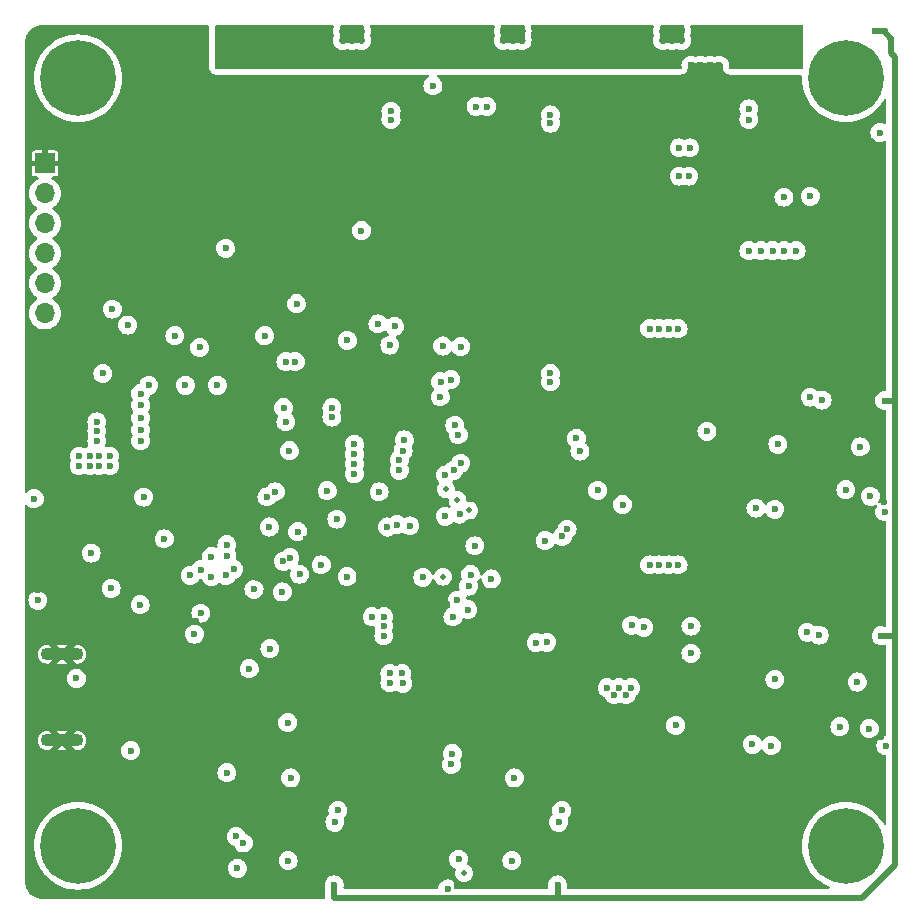
<source format=gbr>
%TF.GenerationSoftware,KiCad,Pcbnew,8.0.3*%
%TF.CreationDate,2024-09-23T16:56:09+02:00*%
%TF.ProjectId,USAN_r0,5553414e-5f72-4302-9e6b-696361645f70,rev?*%
%TF.SameCoordinates,Original*%
%TF.FileFunction,Copper,L3,Inr*%
%TF.FilePolarity,Positive*%
%FSLAX46Y46*%
G04 Gerber Fmt 4.6, Leading zero omitted, Abs format (unit mm)*
G04 Created by KiCad (PCBNEW 8.0.3) date 2024-09-23 16:56:09*
%MOMM*%
%LPD*%
G01*
G04 APERTURE LIST*
%TA.AperFunction,ComponentPad*%
%ADD10C,0.800000*%
%TD*%
%TA.AperFunction,ComponentPad*%
%ADD11C,6.400000*%
%TD*%
%TA.AperFunction,ComponentPad*%
%ADD12O,3.600000X1.100000*%
%TD*%
%TA.AperFunction,ComponentPad*%
%ADD13R,1.700000X1.700000*%
%TD*%
%TA.AperFunction,ComponentPad*%
%ADD14O,1.700000X1.700000*%
%TD*%
%TA.AperFunction,ViaPad*%
%ADD15C,0.600000*%
%TD*%
%TA.AperFunction,ViaPad*%
%ADD16C,0.500000*%
%TD*%
%TA.AperFunction,Conductor*%
%ADD17C,0.500000*%
%TD*%
G04 APERTURE END LIST*
D10*
%TO.N,N/C*%
%TO.C,H3*%
X120000000Y-117600000D03*
X121697056Y-118302944D03*
X118302944Y-118302944D03*
X122400000Y-120000000D03*
D11*
X120000000Y-120000000D03*
D10*
X117600000Y-120000000D03*
X121697056Y-121697056D03*
X118302944Y-121697056D03*
X120000000Y-122400000D03*
%TD*%
%TO.N,N/C*%
%TO.C,H4*%
X117600000Y-55000000D03*
X118302944Y-53302944D03*
X118302944Y-56697056D03*
X120000000Y-52600000D03*
D11*
X120000000Y-55000000D03*
D10*
X120000000Y-57400000D03*
X121697056Y-53302944D03*
X121697056Y-56697056D03*
X122400000Y-55000000D03*
%TD*%
D12*
%TO.N,GND*%
%TO.C,J1*%
X53662500Y-103775000D03*
X53662500Y-111075000D03*
%TD*%
D13*
%TO.N,GND*%
%TO.C,IN1*%
X52200000Y-62220000D03*
D14*
%TO.N,/IO/V_IN*%
X52200000Y-64760000D03*
%TO.N,/IO/Trigger_IN*%
X52200000Y-67300000D03*
%TO.N,GNDREF*%
X52200000Y-69840000D03*
%TO.N,/IO/DAC_OUT_A*%
X52200000Y-72380000D03*
%TO.N,/IO/DAC_OUT_B*%
X52200000Y-74920000D03*
%TD*%
D10*
%TO.N,N/C*%
%TO.C,H2*%
X52600000Y-120000000D03*
X53302944Y-118302944D03*
X53302944Y-121697056D03*
X55000000Y-117600000D03*
D11*
X55000000Y-120000000D03*
D10*
X55000000Y-122400000D03*
X56697056Y-118302944D03*
X56697056Y-121697056D03*
X57400000Y-120000000D03*
%TD*%
%TO.N,N/C*%
%TO.C,H1*%
X52600000Y-55000000D03*
X53302944Y-53302944D03*
X53302944Y-56697056D03*
X55000000Y-52600000D03*
D11*
X55000000Y-55000000D03*
D10*
X55000000Y-57400000D03*
X56697056Y-53302944D03*
X56697056Y-56697056D03*
X57400000Y-55000000D03*
%TD*%
D15*
%TO.N,GND*%
X112500000Y-115300000D03*
X87073699Y-123363038D03*
X91800000Y-51000000D03*
X64394250Y-118429500D03*
X61854250Y-109539500D03*
X115400000Y-73500000D03*
X58044250Y-115889500D03*
D16*
X54800000Y-98300000D03*
D15*
X110114250Y-122239500D03*
X88524250Y-71439500D03*
X110114250Y-85409500D03*
X104300000Y-60900000D03*
X112250000Y-105160001D03*
X106500000Y-72500000D03*
X64394250Y-122239500D03*
X99954250Y-80329500D03*
X64394250Y-112079500D03*
X108844250Y-108269500D03*
X97414250Y-73979500D03*
X111384250Y-77789500D03*
X98684250Y-80329500D03*
X96144250Y-75249500D03*
X119004250Y-70169500D03*
X114300000Y-93400000D03*
X94874250Y-76519500D03*
X97414250Y-113349500D03*
X106304250Y-65089500D03*
X80904250Y-67629500D03*
X67800000Y-59000000D03*
X114500000Y-76100000D03*
D16*
X77950000Y-80800000D03*
D15*
X83444250Y-67629500D03*
X80904250Y-112079500D03*
X97414250Y-81599500D03*
X82600000Y-71000000D03*
X65664250Y-106999500D03*
X101224250Y-81599500D03*
X56774250Y-51119500D03*
X112654250Y-100649500D03*
X112654250Y-79059500D03*
X111384250Y-113349500D03*
X61062500Y-101275000D03*
X110850000Y-88250000D03*
X55504250Y-114619500D03*
X64394250Y-113349500D03*
X108844250Y-120969500D03*
X110114250Y-68899500D03*
X121215124Y-102346216D03*
X115200000Y-93400000D03*
X106250000Y-105660001D03*
X113924250Y-81599500D03*
X65664250Y-104459500D03*
X51694250Y-106999500D03*
X111384250Y-76519500D03*
X73250000Y-105000000D03*
X111384250Y-96839500D03*
X77094250Y-113349500D03*
X121544250Y-71439500D03*
X85500000Y-117000000D03*
D16*
X87400000Y-83100000D03*
D15*
X118400000Y-60200000D03*
X84800000Y-76200000D03*
X74554250Y-70169500D03*
X71200000Y-97200000D03*
X61854250Y-119699500D03*
X114600000Y-62400000D03*
X55504250Y-113349500D03*
X60000000Y-64100000D03*
X69000000Y-116250000D03*
X106304250Y-66359500D03*
X59314250Y-120969500D03*
X113924250Y-100649500D03*
X89794250Y-79059500D03*
X61854250Y-118429500D03*
X97414250Y-75249500D03*
X111384250Y-93029500D03*
D16*
X80100000Y-83150000D03*
D15*
X93604250Y-70169500D03*
X63124250Y-109539500D03*
X121465124Y-82436215D03*
X98684250Y-75249500D03*
X78364250Y-112079500D03*
X102494250Y-94299500D03*
X64600000Y-56400000D03*
X61854250Y-115889500D03*
X70600000Y-58900000D03*
X102494250Y-73979500D03*
X112654250Y-94299500D03*
X60584250Y-119699500D03*
D16*
X75600000Y-82400000D03*
D15*
X86500000Y-105750000D03*
X55200000Y-68940000D03*
X105034250Y-67629500D03*
X63124250Y-120969500D03*
X116200000Y-76100000D03*
X84714250Y-67629500D03*
X116464250Y-71439500D03*
X89000000Y-102100000D03*
X66934250Y-110809500D03*
X71200000Y-79000000D03*
X115194250Y-122239500D03*
X112654250Y-95569500D03*
X77400000Y-51800000D03*
X65664250Y-113349500D03*
X89794250Y-71439500D03*
X76900000Y-63100000D03*
X73750000Y-112500000D03*
X68150000Y-123250000D03*
X97414250Y-66359500D03*
X63124250Y-117159500D03*
X63124250Y-114619500D03*
X59062500Y-101275000D03*
X56500000Y-93800000D03*
X55500000Y-93710002D03*
X83800000Y-77600000D03*
D16*
X78550000Y-81900000D03*
D15*
X111384250Y-73979500D03*
X76400000Y-67000000D03*
X105300000Y-51800000D03*
X62100000Y-64100000D03*
X92000000Y-104800000D03*
X83900000Y-117800000D03*
X122814250Y-61279500D03*
X102494250Y-62549500D03*
X111384250Y-80329500D03*
X51694250Y-79059500D03*
X66200000Y-55400000D03*
D16*
X91400000Y-86950000D03*
D15*
X100500000Y-97800000D03*
X60584250Y-117159500D03*
X54234250Y-114619500D03*
X77094250Y-70169500D03*
X52964250Y-51119500D03*
X104400000Y-117000000D03*
X73250000Y-106500000D03*
X102800000Y-117800000D03*
X93235000Y-63135000D03*
X51694250Y-113349500D03*
X91000000Y-51000000D03*
X109100000Y-112400000D03*
X105034250Y-57469500D03*
X121544250Y-65089500D03*
X102494250Y-80329500D03*
X60999997Y-64100000D03*
X96144250Y-113349500D03*
X111384250Y-99379500D03*
X52100000Y-59500000D03*
X103764250Y-80329500D03*
X64394250Y-104459500D03*
D16*
X93600000Y-86950000D03*
D15*
X83400000Y-98000000D03*
X61854250Y-112079500D03*
X73284250Y-100649500D03*
D16*
X84450000Y-92250000D03*
D15*
X85500000Y-117800000D03*
X89794250Y-72709500D03*
X63124250Y-119699500D03*
X83444250Y-57469500D03*
X92334250Y-70169500D03*
X111384250Y-95569500D03*
X52964250Y-114619500D03*
X112800000Y-66600000D03*
X87254250Y-70169500D03*
X58044250Y-51119500D03*
X52964250Y-113349500D03*
X123250000Y-90850000D03*
X101224250Y-80329500D03*
X70750000Y-110850000D03*
X110114250Y-58739500D03*
X107574250Y-65089500D03*
X87254250Y-72709500D03*
X120274250Y-71439500D03*
X69750000Y-112250000D03*
X107700000Y-53900000D03*
X116200000Y-73500000D03*
X101224250Y-73979500D03*
X89794250Y-75249500D03*
X82900000Y-115400000D03*
X71200000Y-95000000D03*
X84700000Y-117800000D03*
X65000000Y-101000000D03*
X61100000Y-89550000D03*
X118400000Y-94200000D03*
X85984250Y-70169500D03*
X63124250Y-108269500D03*
X60584250Y-115889500D03*
X85500000Y-114500000D03*
X64394250Y-114619500D03*
X98684250Y-57469500D03*
X100500000Y-96800000D03*
X111384250Y-98109500D03*
D16*
X71050000Y-82500000D03*
D15*
X101224250Y-72709500D03*
X86600000Y-75200000D03*
X75700000Y-67000000D03*
X86200000Y-99500000D03*
X111384250Y-122239500D03*
X78800000Y-97200000D03*
D16*
X75750000Y-81700000D03*
D15*
X62762500Y-101275000D03*
X91064250Y-73979500D03*
X111384250Y-79059500D03*
X122814250Y-66359500D03*
X85607394Y-98907394D03*
X60584250Y-113349500D03*
X112654250Y-73979500D03*
D16*
X80200000Y-84250000D03*
D15*
X116000000Y-96000000D03*
X106304250Y-67629500D03*
X115300000Y-115300000D03*
X98684250Y-101919500D03*
X93600000Y-85000000D03*
X85984250Y-71439500D03*
X97600000Y-105000000D03*
X101224250Y-122239500D03*
X117600000Y-94200000D03*
X119200000Y-62600000D03*
X108300000Y-112400000D03*
X92000000Y-106600000D03*
X112250000Y-89250000D03*
X97414250Y-57469500D03*
X80600000Y-99400000D03*
X121544250Y-62549500D03*
X119200000Y-61650000D03*
X104500000Y-51000000D03*
X54700000Y-60900000D03*
X92700000Y-112500000D03*
X93750000Y-58850000D03*
D16*
X82950000Y-83500000D03*
X65350000Y-98150000D03*
D15*
X112654250Y-98109500D03*
X54234250Y-115889500D03*
X67600000Y-91800000D03*
X100500000Y-98800000D03*
X94874250Y-65089500D03*
X106304250Y-122239500D03*
X96144250Y-100649500D03*
X101224250Y-120969500D03*
D16*
X56850000Y-102900000D03*
D15*
X61962500Y-100375000D03*
X56774250Y-115889500D03*
X119200000Y-60750000D03*
X103764250Y-67629500D03*
X54234250Y-113349500D03*
X99954250Y-73979500D03*
X83444250Y-58739500D03*
X85984250Y-72709500D03*
X75824250Y-70169500D03*
X105034250Y-66359500D03*
X89794250Y-73979500D03*
X96144250Y-66359500D03*
X51694250Y-109539500D03*
X107574250Y-120969500D03*
X89600000Y-94600000D03*
X79634250Y-112079500D03*
X84400000Y-81800000D03*
X65400000Y-56400000D03*
X86500000Y-105000000D03*
X92700000Y-116250000D03*
X108844250Y-122239500D03*
X92000000Y-105750000D03*
X122814250Y-63819500D03*
D16*
X76300000Y-87350000D03*
D15*
X109900000Y-112400000D03*
X82900000Y-114500000D03*
X98684250Y-112079500D03*
X85500000Y-118600000D03*
X62200000Y-91900000D03*
X80904250Y-66359500D03*
X97414250Y-100649500D03*
X106304250Y-80329500D03*
D16*
X84250000Y-84250000D03*
D15*
X121544250Y-96839500D03*
X116250000Y-85250000D03*
X54800000Y-97500000D03*
X110600000Y-108160001D03*
X113924250Y-122239500D03*
X88524250Y-72709500D03*
X116000000Y-105160001D03*
X79000000Y-51000000D03*
X63124250Y-113349500D03*
X106900000Y-53900000D03*
X123000000Y-110760001D03*
X77094250Y-112079500D03*
X97414250Y-80329500D03*
X117000000Y-73500000D03*
X102800000Y-118600000D03*
X101800000Y-117100000D03*
X59314250Y-114619500D03*
X73750000Y-116250000D03*
X64394250Y-105729500D03*
X99954250Y-72709500D03*
X99954250Y-101919500D03*
X85500000Y-115400000D03*
X105750000Y-72500000D03*
X56774250Y-114619500D03*
X108844250Y-89219500D03*
X55865290Y-68361917D03*
X112500000Y-85250000D03*
X106304250Y-120969500D03*
X71000000Y-99300000D03*
X59314250Y-119699500D03*
X84714250Y-71439500D03*
X113400000Y-115300000D03*
X95513785Y-121465124D03*
X83000000Y-99300000D03*
X112654250Y-77789500D03*
X102494250Y-61279500D03*
X101200000Y-78600000D03*
X121544250Y-63819500D03*
X58044250Y-114619500D03*
X51694250Y-108269500D03*
X114300000Y-115300000D03*
D16*
X71000000Y-83250000D03*
D15*
X110114250Y-67629500D03*
X93500000Y-99000000D03*
X97414250Y-112079500D03*
X61854250Y-114619500D03*
X60584250Y-122239500D03*
X109600000Y-65200000D03*
X103764250Y-81599500D03*
X117734250Y-70169500D03*
D16*
X77700000Y-84050000D03*
D15*
X114800000Y-67400000D03*
X101224250Y-57469500D03*
X116000000Y-93400000D03*
X61300000Y-51100000D03*
X113924250Y-57469500D03*
X87254250Y-71439500D03*
X106100000Y-51000000D03*
X98684250Y-100649500D03*
X85200000Y-100500000D03*
X78200000Y-51800000D03*
X86500000Y-106500000D03*
X122814250Y-96839500D03*
X73284250Y-70169500D03*
X59314250Y-122239500D03*
X113924250Y-71439500D03*
D16*
X88200000Y-86550000D03*
D15*
X75300000Y-63100000D03*
X112000000Y-109160001D03*
X121544250Y-70169500D03*
X104750000Y-105660001D03*
X84700000Y-118600000D03*
X112654250Y-113349500D03*
X110400000Y-64400000D03*
X115000000Y-63200000D03*
X101200000Y-77000000D03*
X106100000Y-51800000D03*
X98684250Y-82869500D03*
D16*
X76400000Y-81750000D03*
X77800000Y-83150000D03*
X84650000Y-75200000D03*
D15*
X106250000Y-92410001D03*
X112654250Y-122239500D03*
X104400000Y-115400000D03*
X96144250Y-67629500D03*
X70100000Y-59400000D03*
X61854250Y-117159500D03*
X85984250Y-67629500D03*
X96144250Y-105729500D03*
X112654250Y-80329500D03*
D16*
X54200000Y-102400000D03*
D15*
X60584250Y-120969500D03*
X62700000Y-65600000D03*
D16*
X84600000Y-83700000D03*
D15*
X91800000Y-51800000D03*
X105000000Y-85750000D03*
X104200000Y-60200000D03*
X113924250Y-120969500D03*
X86215000Y-58715000D03*
X61854250Y-113349500D03*
X79634250Y-113349500D03*
X115200000Y-96000000D03*
X107574250Y-66359500D03*
X101224250Y-71439500D03*
X58100000Y-103800000D03*
X112654250Y-120969500D03*
X116250000Y-90000000D03*
X122814250Y-71439500D03*
X83400000Y-76000000D03*
X59314250Y-117159500D03*
X99954250Y-113349500D03*
X59314250Y-115889500D03*
X92334250Y-109539500D03*
X79000000Y-51800000D03*
X85500000Y-116200000D03*
X112654250Y-75249500D03*
X96144250Y-112079500D03*
X93500000Y-66500000D03*
X116900000Y-96000000D03*
X92800000Y-62400000D03*
X83560002Y-100520002D03*
X117100000Y-76100000D03*
X65664250Y-120969500D03*
X104400000Y-114500000D03*
X102494250Y-58739500D03*
X63124250Y-110809500D03*
X105750000Y-85750000D03*
X99954250Y-71439500D03*
X112654250Y-119699500D03*
X105300000Y-51000000D03*
X105034250Y-81599500D03*
X101800000Y-114500000D03*
X110114250Y-120969500D03*
X68204250Y-109539500D03*
X105500000Y-92410001D03*
X54200000Y-68940000D03*
X115194250Y-119699500D03*
X91064250Y-71439500D03*
X104500000Y-51800000D03*
D16*
X86650000Y-83300000D03*
D15*
X72800000Y-73400000D03*
X75824250Y-61279500D03*
X88700000Y-112250000D03*
X112654250Y-81599500D03*
X111384250Y-75249500D03*
X51694250Y-114619500D03*
X99954250Y-81599500D03*
X98684250Y-113349500D03*
X61854250Y-122239500D03*
X97414250Y-101919500D03*
X71400000Y-80800000D03*
X82900000Y-117100000D03*
X77400000Y-51000000D03*
X118400000Y-93400000D03*
X115194250Y-71439500D03*
X109300000Y-53900000D03*
X84714250Y-66359500D03*
X101800000Y-116200000D03*
X84400000Y-100500000D03*
X111384250Y-101919500D03*
X75824250Y-60009500D03*
X111384250Y-81599500D03*
X52964250Y-115889500D03*
X60300000Y-69000000D03*
X60584250Y-109539500D03*
X107574250Y-67629500D03*
X62800000Y-64700000D03*
X98684250Y-81599500D03*
X116800000Y-93400000D03*
X101800000Y-115400000D03*
X80400000Y-58800000D03*
X121544250Y-61279500D03*
X112654250Y-72709500D03*
X102494250Y-81599500D03*
X118400000Y-95000000D03*
X117800000Y-74300000D03*
X113924250Y-119699500D03*
X64394250Y-115889500D03*
X54462500Y-109225000D03*
X104750000Y-92410001D03*
X93850000Y-58150000D03*
X111384250Y-100649500D03*
X115400000Y-76100000D03*
X117600000Y-93400000D03*
D16*
X76950000Y-88000000D03*
D15*
X77094250Y-61279500D03*
X89794250Y-70169500D03*
X63124250Y-118429500D03*
X110114250Y-57469500D03*
X82174250Y-67629500D03*
X106304250Y-57469500D03*
X122814250Y-62549500D03*
X60200000Y-70700000D03*
X64394250Y-108269500D03*
X93604250Y-71439500D03*
X73250000Y-105750000D03*
X74300000Y-94000000D03*
X99954250Y-75249500D03*
X105034250Y-80329500D03*
X84714250Y-72709500D03*
X51600000Y-98300000D03*
X92334250Y-71439500D03*
X98684250Y-72709500D03*
X59314250Y-118429500D03*
X60584250Y-118429500D03*
X101200000Y-77797349D03*
X112654250Y-76519500D03*
X112654250Y-99379500D03*
X88524250Y-70169500D03*
X54700000Y-62100000D03*
X104400000Y-118600000D03*
X102494250Y-72709500D03*
X102494250Y-60009500D03*
X101224250Y-58739500D03*
D16*
X92450000Y-87000000D03*
D15*
X54400000Y-95146000D03*
X61854250Y-110809500D03*
X61854250Y-120969500D03*
X82900000Y-116200000D03*
X60584250Y-114619500D03*
X103764250Y-57469500D03*
X105034250Y-58739500D03*
X65664250Y-114619500D03*
X119004250Y-71439500D03*
X117734250Y-71439500D03*
X65400000Y-55400000D03*
X89700000Y-110850000D03*
X103600000Y-118600000D03*
X96200000Y-91700000D03*
X63124250Y-112079500D03*
X103764250Y-58739500D03*
X115194250Y-120969500D03*
X120274250Y-70169500D03*
X94200000Y-66500000D03*
X97414250Y-82869500D03*
X94874250Y-70169500D03*
X103600000Y-117800000D03*
X114300000Y-96000000D03*
X83232402Y-95850557D03*
X54400000Y-59500000D03*
X91064250Y-72709500D03*
X117800000Y-75100000D03*
X64394250Y-117159500D03*
X92334250Y-72709500D03*
X106304250Y-81599500D03*
X112654250Y-96839500D03*
X99954250Y-58739500D03*
D16*
X75550000Y-84450000D03*
D15*
X78364250Y-110809500D03*
X118600000Y-73500000D03*
X51694250Y-117159500D03*
X98684250Y-58739500D03*
D16*
X64000000Y-98200000D03*
X70100000Y-97300000D03*
D15*
X108500000Y-53900000D03*
X104400000Y-117800000D03*
X63124250Y-122239500D03*
D16*
X61600000Y-98450000D03*
X89800000Y-93400000D03*
D15*
X101224250Y-75249500D03*
D16*
X81750000Y-84400000D03*
D15*
X65664250Y-122239500D03*
X64394250Y-119699500D03*
X84714250Y-70169500D03*
X118600000Y-74300000D03*
X80400000Y-58100000D03*
X97414250Y-67629500D03*
X64394250Y-106999500D03*
X91064250Y-70169500D03*
X117800000Y-73500000D03*
X111384250Y-94299500D03*
X99954250Y-57469500D03*
X122814250Y-65089500D03*
X64394250Y-120969500D03*
X97414250Y-58739500D03*
X108844250Y-68899500D03*
X111384250Y-119699500D03*
X106500000Y-85750000D03*
X107574250Y-122239500D03*
X91200000Y-83800000D03*
X92600000Y-51800000D03*
X87950000Y-116250000D03*
X55504250Y-115889500D03*
X98684250Y-73979500D03*
X66200000Y-56400000D03*
X51400000Y-96400000D03*
X53200000Y-59500000D03*
D16*
X70300000Y-84000000D03*
D15*
X91000000Y-51800000D03*
X99954250Y-82869500D03*
X105000000Y-72500000D03*
X117600000Y-95000000D03*
X83900000Y-118600000D03*
X78364250Y-113349500D03*
X75900000Y-99200000D03*
X108844250Y-67629500D03*
X118600000Y-75100000D03*
X64600000Y-55400000D03*
X86200000Y-59700000D03*
X114500000Y-73500000D03*
X120274250Y-96839500D03*
X116000000Y-109910001D03*
X65664250Y-105729500D03*
X111384250Y-120969500D03*
X101224250Y-82869500D03*
X63124250Y-115889500D03*
X112654250Y-93029500D03*
D16*
X71350000Y-88150000D03*
D15*
X78200000Y-51000000D03*
X92800000Y-84200000D03*
X105500000Y-105660001D03*
X76563785Y-121465124D03*
X91900000Y-100800000D03*
X104400000Y-116200000D03*
X51100000Y-59500000D03*
X51694250Y-115889500D03*
X102494250Y-57469500D03*
X92600000Y-51000000D03*
D16*
X79800000Y-81900000D03*
D15*
X56500000Y-98000000D03*
%TO.N,+24V*%
X74300000Y-51800000D03*
X115000000Y-53800000D03*
X101700000Y-51800000D03*
X87300000Y-51800000D03*
X100900000Y-51800000D03*
X102500000Y-51000000D03*
X100900000Y-51000000D03*
X68000000Y-52700000D03*
X67200000Y-51100000D03*
X102500000Y-51800000D03*
X101700000Y-51000000D03*
X115800000Y-53800000D03*
X74300000Y-51000000D03*
X88100000Y-51000000D03*
X87300000Y-51000000D03*
X67200000Y-53500000D03*
X114200000Y-53800000D03*
X67200000Y-51900000D03*
X73500000Y-51000000D03*
X68000000Y-51100000D03*
X88900000Y-51000000D03*
X68000000Y-51900000D03*
X75100000Y-51800000D03*
X68000000Y-53500000D03*
X111800000Y-57600000D03*
X73500000Y-51800000D03*
X75100000Y-51000000D03*
X88900000Y-51800000D03*
X67200000Y-52700000D03*
X111800000Y-58500000D03*
X88100000Y-51800000D03*
%TO.N,+3V3*%
X112400000Y-91400000D03*
X62300000Y-94000000D03*
X86700000Y-112200000D03*
X73400000Y-79000000D03*
X77800000Y-97200000D03*
X99000000Y-89900000D03*
X72389300Y-95906496D03*
X112100000Y-111400000D03*
X72940425Y-95595000D03*
X113700000Y-111500000D03*
X96000000Y-93800000D03*
X81800000Y-76000000D03*
X86600000Y-113100000D03*
X72600000Y-79000000D03*
X73600000Y-93400000D03*
X114000000Y-91500000D03*
X85875000Y-77675000D03*
X80400000Y-75800000D03*
X67600000Y-113800000D03*
X95000000Y-80700000D03*
X81400000Y-77600000D03*
X75600000Y-96200000D03*
X95000000Y-80000000D03*
X51300000Y-90600000D03*
X106700000Y-63300000D03*
X96400000Y-93200000D03*
X72300000Y-98500000D03*
X69500000Y-105000000D03*
X105900000Y-60900000D03*
X106800000Y-60900000D03*
X57800000Y-98200000D03*
X105900000Y-63300000D03*
X51600000Y-99200000D03*
X71200000Y-93000000D03*
%TO.N,Net-(V12-V_out)*%
X81500000Y-58500000D03*
X81500000Y-57800000D03*
%TO.N,+12V*%
X60300000Y-85700000D03*
X60300000Y-83800000D03*
X60300000Y-84800000D03*
X60300000Y-81700000D03*
X60300000Y-82700000D03*
%TO.N,Net-(V5-V_out)*%
X95000000Y-58100000D03*
X95000000Y-58800000D03*
%TO.N,+5V*%
X123300000Y-91700000D03*
X122900000Y-59600000D03*
X88700000Y-57400000D03*
X89600000Y-57400000D03*
X123400000Y-111500000D03*
X86300000Y-123650000D03*
X85050000Y-55650000D03*
X57900000Y-74550000D03*
X68400000Y-119200000D03*
%TO.N,-12V*%
X61000000Y-81002420D03*
X55100000Y-87000000D03*
X55100000Y-87800000D03*
X57700000Y-87000000D03*
X56800000Y-87800000D03*
X56000000Y-87800000D03*
X64100000Y-81000000D03*
X66800000Y-81000000D03*
X56000000Y-87000000D03*
X57700000Y-87800000D03*
X56800000Y-87000000D03*
%TO.N,-5V*%
X123850000Y-51650000D03*
X123300000Y-51000000D03*
X123300000Y-82300000D03*
X122500000Y-51000000D03*
X76700000Y-123300000D03*
X123000000Y-102200000D03*
X95600000Y-123300000D03*
%TO.N,/IO/3V3_FT*%
X60262500Y-99575000D03*
X65400000Y-100300000D03*
%TO.N,GNDREF*%
X59200000Y-75900000D03*
X60556239Y-90465642D03*
X56600000Y-84900000D03*
X57100000Y-80000000D03*
X63200000Y-76800000D03*
X56600000Y-84100000D03*
X65300000Y-77800000D03*
X56600000Y-85700000D03*
%TO.N,Net-(C48-Pad1)*%
X103400000Y-76200000D03*
X105000000Y-76200000D03*
X105800000Y-76200000D03*
X104200000Y-76200000D03*
%TO.N,Net-(C50-Pad1)*%
X121239421Y-86212072D03*
X120012525Y-89837298D03*
%TO.N,/IO/VBUS*%
X64862500Y-102075000D03*
X54862500Y-105825000D03*
%TO.N,Net-(C54-Pad1)*%
X105800000Y-96200000D03*
X104200000Y-96200000D03*
X103400000Y-96200000D03*
X105000000Y-96200000D03*
%TO.N,Net-(C55-Pad1)*%
X119500000Y-109910001D03*
X120989421Y-106122073D03*
%TO.N,TR1_A*%
X87100000Y-99200000D03*
D16*
X85900000Y-97200000D03*
D15*
%TO.N,Net-(C58-Pad1)*%
X82500000Y-106250000D03*
X82400000Y-105400000D03*
X80900000Y-101400000D03*
X80900000Y-100600000D03*
X81400000Y-105400000D03*
X80900000Y-102200000D03*
X79900000Y-100600000D03*
X81400000Y-106200000D03*
%TO.N,Net-(C59-Pad1)*%
X72787928Y-121239421D03*
X69000000Y-119750000D03*
%TO.N,TR2_A*%
X86748529Y-100600000D03*
X88075000Y-98000000D03*
%TO.N,Net-(C62-Pad1)*%
X100400000Y-107200000D03*
X101800000Y-106600000D03*
X101400000Y-107200000D03*
X100800000Y-106600000D03*
X99800000Y-106600000D03*
%TO.N,Net-(C63-Pad1)*%
X91737928Y-121239421D03*
X87217118Y-121138875D03*
%TO.N,TR3_A*%
X88000000Y-100000000D03*
X88237500Y-97025000D03*
%TO.N,Net-(V_ADJ1-FB)*%
X114770987Y-65078773D03*
X117000000Y-65000000D03*
%TO.N,Vdrive*%
X112800000Y-69600000D03*
X114800000Y-69600000D03*
X111800000Y-69600000D03*
X115800000Y-69600000D03*
X113800000Y-69600000D03*
%TO.N,/Analog/frontend_0/Analog_LV*%
X114250000Y-86000000D03*
%TO.N,/Analog/frontend_1/Analog_LV*%
X114000000Y-105910001D03*
%TO.N,/Analog/frontend_2/Analog_LV*%
X73000000Y-114250000D03*
%TO.N,/Analog/frontend_3/Analog_LV*%
X91950000Y-114250000D03*
%TO.N,OUT_UP_DAC*%
X67500000Y-69400000D03*
X71700000Y-90027000D03*
D16*
X87127000Y-90700000D03*
D15*
X56107110Y-95207110D03*
%TO.N,Trigger*%
X77800000Y-77200000D03*
X79000000Y-67900000D03*
%TO.N,SCLK_DAC*%
X86100000Y-92100000D03*
X66300000Y-95500000D03*
D16*
%TO.N,MOSI_DAC*%
X88100000Y-91600000D03*
D15*
X67612235Y-95439235D03*
%TO.N,NSS_DAC*%
X73752837Y-96995692D03*
X88600000Y-94600000D03*
%TO.N,CLR_DAC*%
X82000000Y-92800000D03*
X66301471Y-97198529D03*
X67600000Y-94500000D03*
X69900000Y-98281355D03*
%TO.N,MISO_DAC*%
X71000000Y-90446000D03*
X87300000Y-91900000D03*
%TO.N,MISO_RAM*%
X76500000Y-83700000D03*
%TO.N,NSS_RAM*%
X72400000Y-82900000D03*
%TO.N,MOSI_RAM*%
X72600000Y-84100000D03*
%TO.N,CLK_RAM*%
X76500000Y-82900000D03*
%TO.N,Net-(J1-ID)*%
X59462500Y-111925000D03*
%TO.N,SWCLK*%
X70800000Y-76800000D03*
X73500000Y-74100000D03*
%TO.N,Net-(JP1-A)*%
X80500000Y-90027000D03*
X76100000Y-89927000D03*
%TO.N,Net-(JP4-C)*%
X122086609Y-90395095D03*
%TO.N,Net-(JP6-C)*%
X121998235Y-110064707D03*
%TO.N,Net-(JP8-C)*%
X68500000Y-121900000D03*
D16*
%TO.N,Net-(JP10-C)*%
X87694454Y-122292454D03*
D15*
%TO.N,Net-(Q10-G)*%
X105600000Y-109800000D03*
%TO.N,TR0_L*%
X82624265Y-85624265D03*
X97200000Y-85500000D03*
X87400000Y-87600000D03*
X78400000Y-86000000D03*
%TO.N,Net-(R11-Pad2)*%
X117000000Y-82000000D03*
%TO.N,Net-(R14-Pad2)*%
X118000000Y-82250000D03*
%TO.N,TR0_C*%
X108250000Y-84900000D03*
X86800000Y-88200000D03*
X97500000Y-86575000D03*
X82518119Y-86536025D03*
X78399952Y-86852227D03*
%TO.N,TR1_H*%
X86100000Y-88600000D03*
X78400758Y-87652229D03*
X82200000Y-87300000D03*
X101100000Y-91100000D03*
%TO.N,Net-(R22-Pad2)*%
X117750000Y-102160001D03*
%TO.N,TR1_L*%
X82200000Y-88200000D03*
X93800000Y-102800000D03*
D16*
X86147616Y-89799086D03*
D15*
X78400000Y-88500000D03*
%TO.N,Net-(R31-Pad2)*%
X116750000Y-101910001D03*
%TO.N,TR2_H*%
X68175735Y-96575735D03*
X72755589Y-109555589D03*
%TO.N,Net-(R36-Pad2)*%
X76750000Y-118000000D03*
%TO.N,TR2_L*%
X81200000Y-93000000D03*
X71237960Y-103300000D03*
%TO.N,Net-(R45-Pad2)*%
X77000000Y-117000000D03*
%TO.N,TR3_H*%
X106900000Y-103700000D03*
X102900000Y-101500000D03*
X87400000Y-77725000D03*
%TO.N,Net-(R50-Pad2)*%
X95700000Y-118000000D03*
%TO.N,TR3_L*%
X94686500Y-102762029D03*
X86564735Y-80516205D03*
%TO.N,Net-(R59-Pad2)*%
X95950000Y-117000000D03*
%TO.N,TR1_C*%
X83100000Y-92900000D03*
X94550000Y-94150000D03*
X101875735Y-101324265D03*
X106900000Y-101400000D03*
X76910765Y-92337765D03*
%TO.N,TR2_C*%
X85675735Y-81975735D03*
X72905855Y-86541315D03*
X67535346Y-97100000D03*
%TO.N,TR3_C*%
X85700000Y-80700000D03*
%TO.N,USB_RX*%
X86900000Y-84400000D03*
X64500000Y-97100000D03*
%TO.N,USB_TX*%
X65400000Y-96600000D03*
X87200000Y-85200000D03*
%TO.N,/MCU/VDDA*%
X84200000Y-97269370D03*
X90000000Y-97400000D03*
%TD*%
D17*
%TO.N,-5V*%
X121400000Y-124400000D02*
X95600000Y-124400000D01*
X123200000Y-51000000D02*
X122500000Y-51000000D01*
X124200000Y-82300000D02*
X124200000Y-102200000D01*
X123850000Y-52850000D02*
X124200000Y-53200000D01*
X124200000Y-102200000D02*
X124200000Y-121600000D01*
X123000000Y-102200000D02*
X124200000Y-102200000D01*
X124200000Y-53200000D02*
X124200000Y-82300000D01*
X95600000Y-124400000D02*
X76700000Y-124400000D01*
X123850000Y-51650000D02*
X123850000Y-52850000D01*
X123850000Y-51650000D02*
X123200000Y-51000000D01*
X123300000Y-82300000D02*
X124200000Y-82300000D01*
X124200000Y-121600000D02*
X121400000Y-124400000D01*
X76700000Y-123300000D02*
X76700000Y-124400000D01*
X95600000Y-123300000D02*
X95600000Y-124400000D01*
%TD*%
%TA.AperFunction,Conductor*%
%TO.N,GND*%
G36*
X66037539Y-50520185D02*
G01*
X66083294Y-50572989D01*
X66094500Y-50624500D01*
X66094500Y-54076000D01*
X66094501Y-54076009D01*
X66106052Y-54183450D01*
X66106054Y-54183462D01*
X66117260Y-54234972D01*
X66151383Y-54337497D01*
X66151386Y-54337503D01*
X66229171Y-54458537D01*
X66229179Y-54458548D01*
X66274923Y-54511340D01*
X66274926Y-54511343D01*
X66274930Y-54511347D01*
X66383664Y-54605567D01*
X66383667Y-54605568D01*
X66383668Y-54605569D01*
X66405934Y-54615738D01*
X66514541Y-54665338D01*
X66581580Y-54685023D01*
X66581584Y-54685024D01*
X66724000Y-54705500D01*
X66724003Y-54705500D01*
X84618140Y-54705500D01*
X84685179Y-54725185D01*
X84730934Y-54777989D01*
X84740878Y-54847147D01*
X84711853Y-54910703D01*
X84684112Y-54934494D01*
X84547737Y-55020184D01*
X84420184Y-55147737D01*
X84324211Y-55300476D01*
X84264631Y-55470745D01*
X84264630Y-55470750D01*
X84244435Y-55649996D01*
X84244435Y-55650003D01*
X84264630Y-55829249D01*
X84264631Y-55829254D01*
X84324211Y-55999523D01*
X84415676Y-56145087D01*
X84420184Y-56152262D01*
X84547738Y-56279816D01*
X84700478Y-56375789D01*
X84870745Y-56435368D01*
X84870750Y-56435369D01*
X85049996Y-56455565D01*
X85050000Y-56455565D01*
X85050004Y-56455565D01*
X85229249Y-56435369D01*
X85229252Y-56435368D01*
X85229255Y-56435368D01*
X85399522Y-56375789D01*
X85552262Y-56279816D01*
X85679816Y-56152262D01*
X85775789Y-55999522D01*
X85835368Y-55829255D01*
X85841996Y-55770429D01*
X85855565Y-55650003D01*
X85855565Y-55649996D01*
X85835369Y-55470750D01*
X85835368Y-55470745D01*
X85806183Y-55387339D01*
X85775789Y-55300478D01*
X85679816Y-55147738D01*
X85552262Y-55020184D01*
X85415888Y-54934494D01*
X85369597Y-54882159D01*
X85358949Y-54813105D01*
X85387324Y-54749257D01*
X85445714Y-54710885D01*
X85481860Y-54705500D01*
X105989481Y-54705500D01*
X105989482Y-54705499D01*
X106124457Y-54687146D01*
X106188273Y-54669464D01*
X106313450Y-54615735D01*
X106425019Y-54524885D01*
X106472368Y-54473506D01*
X106553823Y-54354903D01*
X106598564Y-54218156D01*
X106610619Y-54149334D01*
X106615022Y-54005522D01*
X106604696Y-53913877D01*
X106604696Y-53886120D01*
X106609011Y-53847816D01*
X106615186Y-53820761D01*
X106627919Y-53784373D01*
X106639966Y-53759361D01*
X106660469Y-53726731D01*
X106677777Y-53705026D01*
X106705026Y-53677777D01*
X106726731Y-53660469D01*
X106759361Y-53639966D01*
X106784373Y-53627919D01*
X106820761Y-53615186D01*
X106847824Y-53609010D01*
X106886118Y-53604696D01*
X106913881Y-53604696D01*
X106952177Y-53609010D01*
X106979244Y-53615188D01*
X107070175Y-53647007D01*
X107071967Y-53648292D01*
X107080629Y-53650836D01*
X107086658Y-53652775D01*
X107089136Y-53653642D01*
X107101815Y-53657083D01*
X107104229Y-53657766D01*
X107142417Y-53668980D01*
X107142425Y-53668981D01*
X107142437Y-53668985D01*
X107151565Y-53670873D01*
X107152273Y-53671020D01*
X107158563Y-53672523D01*
X107158871Y-53672572D01*
X107158875Y-53672573D01*
X107158878Y-53672573D01*
X107159940Y-53672742D01*
X107165581Y-53673772D01*
X107223123Y-53685678D01*
X107223127Y-53685677D01*
X107223128Y-53685678D01*
X107271073Y-53684701D01*
X107366973Y-53682748D01*
X107425272Y-53673150D01*
X107425271Y-53673149D01*
X107451524Y-53668827D01*
X107453941Y-53666940D01*
X107475765Y-53660531D01*
X107493394Y-53657071D01*
X107510865Y-53653642D01*
X107620757Y-53615187D01*
X107647821Y-53609010D01*
X107686117Y-53604695D01*
X107713871Y-53604695D01*
X107752186Y-53609011D01*
X107779244Y-53615188D01*
X107870175Y-53647007D01*
X107871967Y-53648292D01*
X107880629Y-53650836D01*
X107886658Y-53652775D01*
X107889136Y-53653642D01*
X107901815Y-53657083D01*
X107904229Y-53657766D01*
X107942417Y-53668980D01*
X107942425Y-53668981D01*
X107942437Y-53668985D01*
X107951565Y-53670873D01*
X107952273Y-53671020D01*
X107958563Y-53672523D01*
X107958871Y-53672572D01*
X107958875Y-53672573D01*
X107958878Y-53672573D01*
X107959940Y-53672742D01*
X107965581Y-53673772D01*
X108023123Y-53685678D01*
X108023127Y-53685677D01*
X108023128Y-53685678D01*
X108071073Y-53684701D01*
X108166973Y-53682748D01*
X108225272Y-53673150D01*
X108225271Y-53673149D01*
X108251524Y-53668827D01*
X108253941Y-53666940D01*
X108275765Y-53660531D01*
X108293394Y-53657071D01*
X108310865Y-53653642D01*
X108420757Y-53615187D01*
X108447821Y-53609010D01*
X108486117Y-53604695D01*
X108513871Y-53604695D01*
X108552186Y-53609011D01*
X108579244Y-53615188D01*
X108670175Y-53647007D01*
X108671967Y-53648292D01*
X108680629Y-53650836D01*
X108686658Y-53652775D01*
X108689136Y-53653642D01*
X108701815Y-53657083D01*
X108704229Y-53657766D01*
X108742417Y-53668980D01*
X108742425Y-53668981D01*
X108742437Y-53668985D01*
X108751565Y-53670873D01*
X108752273Y-53671020D01*
X108758563Y-53672523D01*
X108758871Y-53672572D01*
X108758875Y-53672573D01*
X108758878Y-53672573D01*
X108759940Y-53672742D01*
X108765581Y-53673772D01*
X108823123Y-53685678D01*
X108823127Y-53685677D01*
X108823128Y-53685678D01*
X108871073Y-53684701D01*
X108966973Y-53682748D01*
X109025272Y-53673150D01*
X109025271Y-53673149D01*
X109051524Y-53668827D01*
X109053941Y-53666940D01*
X109075765Y-53660531D01*
X109093394Y-53657071D01*
X109110865Y-53653642D01*
X109220757Y-53615187D01*
X109247821Y-53609010D01*
X109286118Y-53604696D01*
X109313880Y-53604696D01*
X109352173Y-53609010D01*
X109379237Y-53615187D01*
X109415620Y-53627918D01*
X109440636Y-53639966D01*
X109473266Y-53660469D01*
X109494975Y-53677781D01*
X109522216Y-53705022D01*
X109539528Y-53726731D01*
X109560031Y-53759361D01*
X109572080Y-53784379D01*
X109584809Y-53820757D01*
X109590987Y-53847829D01*
X109595301Y-53886120D01*
X109595302Y-53913884D01*
X109584977Y-54005529D01*
X109588104Y-54141697D01*
X109588104Y-54141698D01*
X109594761Y-54183456D01*
X109598531Y-54207099D01*
X109605315Y-54229567D01*
X109637906Y-54337501D01*
X109637909Y-54337507D01*
X109715690Y-54458537D01*
X109715699Y-54458548D01*
X109761443Y-54511340D01*
X109761446Y-54511343D01*
X109761450Y-54511347D01*
X109870184Y-54605567D01*
X109870187Y-54605568D01*
X109870188Y-54605569D01*
X109892454Y-54615738D01*
X110001061Y-54665338D01*
X110068100Y-54685023D01*
X110068104Y-54685024D01*
X110210520Y-54705500D01*
X110210523Y-54705500D01*
X116179187Y-54705500D01*
X116246226Y-54725185D01*
X116291981Y-54777989D01*
X116303017Y-54835989D01*
X116294422Y-54999998D01*
X116294422Y-55000000D01*
X116314722Y-55387339D01*
X116375397Y-55770427D01*
X116375397Y-55770429D01*
X116475788Y-56145094D01*
X116614787Y-56507197D01*
X116790877Y-56852793D01*
X117002122Y-57178082D01*
X117112698Y-57314632D01*
X117246219Y-57479516D01*
X117520484Y-57753781D01*
X117688375Y-57889737D01*
X117821917Y-57997877D01*
X118141729Y-58205565D01*
X118147211Y-58209125D01*
X118492806Y-58385214D01*
X118854913Y-58524214D01*
X119229567Y-58624602D01*
X119612662Y-58685278D01*
X119978576Y-58704455D01*
X119999999Y-58705578D01*
X120000000Y-58705578D01*
X120000001Y-58705578D01*
X120020301Y-58704514D01*
X120387338Y-58685278D01*
X120770433Y-58624602D01*
X121145087Y-58524214D01*
X121507194Y-58385214D01*
X121852789Y-58209125D01*
X122178084Y-57997876D01*
X122479516Y-57753781D01*
X122753781Y-57479516D01*
X122997876Y-57178084D01*
X123179935Y-56897738D01*
X123209124Y-56852791D01*
X123209125Y-56852789D01*
X123215015Y-56841230D01*
X123262989Y-56790434D01*
X123330809Y-56773638D01*
X123396944Y-56796175D01*
X123440397Y-56850889D01*
X123449500Y-56897524D01*
X123449500Y-58775503D01*
X123429815Y-58842542D01*
X123377011Y-58888297D01*
X123307853Y-58898241D01*
X123259532Y-58880499D01*
X123249526Y-58874212D01*
X123079254Y-58814631D01*
X123079249Y-58814630D01*
X122900004Y-58794435D01*
X122899996Y-58794435D01*
X122720750Y-58814630D01*
X122720745Y-58814631D01*
X122550476Y-58874211D01*
X122397737Y-58970184D01*
X122270184Y-59097737D01*
X122174211Y-59250476D01*
X122114631Y-59420745D01*
X122114630Y-59420750D01*
X122094435Y-59599996D01*
X122094435Y-59600003D01*
X122114630Y-59779249D01*
X122114631Y-59779254D01*
X122174211Y-59949523D01*
X122265266Y-60094435D01*
X122270184Y-60102262D01*
X122397738Y-60229816D01*
X122550478Y-60325789D01*
X122688649Y-60374137D01*
X122720745Y-60385368D01*
X122720750Y-60385369D01*
X122899996Y-60405565D01*
X122900000Y-60405565D01*
X122900004Y-60405565D01*
X123079249Y-60385369D01*
X123079252Y-60385368D01*
X123079255Y-60385368D01*
X123249522Y-60325789D01*
X123249524Y-60325788D01*
X123259527Y-60319503D01*
X123326764Y-60300502D01*
X123393599Y-60320869D01*
X123438814Y-60374137D01*
X123449500Y-60424496D01*
X123449500Y-81372523D01*
X123429815Y-81439562D01*
X123377011Y-81485317D01*
X123311620Y-81495744D01*
X123304024Y-81494888D01*
X123300000Y-81494435D01*
X123299999Y-81494435D01*
X123299996Y-81494435D01*
X123120750Y-81514630D01*
X123120745Y-81514631D01*
X122950476Y-81574211D01*
X122797737Y-81670184D01*
X122670184Y-81797737D01*
X122574211Y-81950476D01*
X122514631Y-82120745D01*
X122514630Y-82120750D01*
X122494435Y-82299996D01*
X122494435Y-82300003D01*
X122514630Y-82479249D01*
X122514631Y-82479254D01*
X122574211Y-82649523D01*
X122637010Y-82749466D01*
X122670184Y-82802262D01*
X122797738Y-82929816D01*
X122950478Y-83025789D01*
X123018306Y-83049523D01*
X123120745Y-83085368D01*
X123120750Y-83085369D01*
X123299996Y-83105565D01*
X123299998Y-83105565D01*
X123299998Y-83105564D01*
X123300000Y-83105565D01*
X123311614Y-83104256D01*
X123380435Y-83116309D01*
X123431816Y-83163657D01*
X123449500Y-83227476D01*
X123449500Y-90772523D01*
X123429815Y-90839562D01*
X123377011Y-90885317D01*
X123311620Y-90895744D01*
X123304024Y-90894888D01*
X123300000Y-90894435D01*
X123299999Y-90894435D01*
X123299996Y-90894435D01*
X123120750Y-90914630D01*
X123120745Y-90914631D01*
X122950475Y-90974211D01*
X122943945Y-90978315D01*
X122876707Y-90997314D01*
X122809873Y-90976945D01*
X122764660Y-90923676D01*
X122755424Y-90854419D01*
X122772982Y-90807347D01*
X122812397Y-90744619D01*
X122816615Y-90732565D01*
X122871977Y-90574350D01*
X122873953Y-90556815D01*
X122892174Y-90395098D01*
X122892174Y-90395091D01*
X122871978Y-90215845D01*
X122871977Y-90215840D01*
X122861822Y-90186820D01*
X122812398Y-90045573D01*
X122810385Y-90042370D01*
X122763116Y-89967142D01*
X122716425Y-89892833D01*
X122588871Y-89765279D01*
X122517146Y-89720211D01*
X122436132Y-89669306D01*
X122265863Y-89609726D01*
X122265858Y-89609725D01*
X122086613Y-89589530D01*
X122086605Y-89589530D01*
X121907359Y-89609725D01*
X121907354Y-89609726D01*
X121737085Y-89669306D01*
X121584346Y-89765279D01*
X121456793Y-89892832D01*
X121360820Y-90045571D01*
X121301240Y-90215840D01*
X121301239Y-90215845D01*
X121281044Y-90395091D01*
X121281044Y-90395098D01*
X121301239Y-90574344D01*
X121301240Y-90574349D01*
X121360820Y-90744618D01*
X121429813Y-90854419D01*
X121456793Y-90897357D01*
X121584347Y-91024911D01*
X121665360Y-91075815D01*
X121732724Y-91118143D01*
X121737087Y-91120884D01*
X121878824Y-91170480D01*
X121907354Y-91180463D01*
X121907359Y-91180464D01*
X122086605Y-91200660D01*
X122086609Y-91200660D01*
X122086613Y-91200660D01*
X122265858Y-91180464D01*
X122265861Y-91180463D01*
X122265864Y-91180463D01*
X122436131Y-91120884D01*
X122442654Y-91116784D01*
X122509889Y-91097780D01*
X122576726Y-91118143D01*
X122621943Y-91171408D01*
X122631186Y-91240663D01*
X122613627Y-91287745D01*
X122574212Y-91350474D01*
X122514631Y-91520745D01*
X122514630Y-91520750D01*
X122494435Y-91699996D01*
X122494435Y-91700003D01*
X122514630Y-91879249D01*
X122514631Y-91879254D01*
X122574211Y-92049523D01*
X122624662Y-92129815D01*
X122670184Y-92202262D01*
X122797738Y-92329816D01*
X122845997Y-92360139D01*
X122932721Y-92414632D01*
X122950478Y-92425789D01*
X123018306Y-92449523D01*
X123120745Y-92485368D01*
X123120750Y-92485369D01*
X123299996Y-92505565D01*
X123299998Y-92505565D01*
X123299998Y-92505564D01*
X123300000Y-92505565D01*
X123311614Y-92504256D01*
X123380435Y-92516309D01*
X123431816Y-92563657D01*
X123449500Y-92627476D01*
X123449500Y-101325500D01*
X123429815Y-101392539D01*
X123377011Y-101438294D01*
X123325500Y-101449500D01*
X123299972Y-101449500D01*
X123259017Y-101442542D01*
X123179254Y-101414631D01*
X123179249Y-101414630D01*
X123000004Y-101394435D01*
X122999996Y-101394435D01*
X122820750Y-101414630D01*
X122820745Y-101414631D01*
X122650476Y-101474211D01*
X122497737Y-101570184D01*
X122370184Y-101697737D01*
X122274211Y-101850476D01*
X122214631Y-102020745D01*
X122214630Y-102020750D01*
X122194435Y-102199996D01*
X122194435Y-102200003D01*
X122214630Y-102379249D01*
X122214631Y-102379254D01*
X122274211Y-102549523D01*
X122327276Y-102633975D01*
X122370184Y-102702262D01*
X122497738Y-102829816D01*
X122586818Y-102885789D01*
X122632721Y-102914632D01*
X122650478Y-102925789D01*
X122788860Y-102974211D01*
X122820745Y-102985368D01*
X122820750Y-102985369D01*
X122999996Y-103005565D01*
X123000000Y-103005565D01*
X123000004Y-103005565D01*
X123179249Y-102985369D01*
X123179252Y-102985368D01*
X123179255Y-102985368D01*
X123259017Y-102957457D01*
X123299972Y-102950500D01*
X123325500Y-102950500D01*
X123392539Y-102970185D01*
X123438294Y-103022989D01*
X123449500Y-103074500D01*
X123449500Y-110578044D01*
X123429815Y-110645083D01*
X123377011Y-110690838D01*
X123339384Y-110701264D01*
X123220749Y-110714630D01*
X123220745Y-110714631D01*
X123050476Y-110774211D01*
X122897737Y-110870184D01*
X122770184Y-110997737D01*
X122674211Y-111150476D01*
X122614631Y-111320745D01*
X122614630Y-111320750D01*
X122594435Y-111499996D01*
X122594435Y-111500003D01*
X122614630Y-111679249D01*
X122614631Y-111679254D01*
X122674211Y-111849523D01*
X122721637Y-111925000D01*
X122770184Y-112002262D01*
X122897738Y-112129816D01*
X123050478Y-112225789D01*
X123189749Y-112274522D01*
X123220745Y-112285368D01*
X123220749Y-112285369D01*
X123311607Y-112295605D01*
X123339383Y-112298735D01*
X123403797Y-112325801D01*
X123443352Y-112383395D01*
X123449500Y-112421955D01*
X123449500Y-118102475D01*
X123429815Y-118169514D01*
X123377011Y-118215269D01*
X123307853Y-118225213D01*
X123244297Y-118196188D01*
X123215016Y-118158772D01*
X123209123Y-118147207D01*
X122997877Y-117821917D01*
X122859048Y-117650478D01*
X122753781Y-117520484D01*
X122479516Y-117246219D01*
X122178084Y-117002124D01*
X122178082Y-117002122D01*
X121852793Y-116790877D01*
X121507197Y-116614787D01*
X121145094Y-116475788D01*
X121145087Y-116475786D01*
X120770433Y-116375398D01*
X120770429Y-116375397D01*
X120770428Y-116375397D01*
X120387339Y-116314722D01*
X120000001Y-116294422D01*
X119999999Y-116294422D01*
X119612660Y-116314722D01*
X119229572Y-116375397D01*
X119229570Y-116375397D01*
X118854905Y-116475788D01*
X118492802Y-116614787D01*
X118147206Y-116790877D01*
X117821917Y-117002122D01*
X117520488Y-117246215D01*
X117520480Y-117246222D01*
X117246222Y-117520480D01*
X117246215Y-117520488D01*
X117002122Y-117821917D01*
X116790877Y-118147206D01*
X116614787Y-118492802D01*
X116475788Y-118854905D01*
X116375397Y-119229570D01*
X116375397Y-119229572D01*
X116314722Y-119612660D01*
X116294422Y-119999999D01*
X116294422Y-120000000D01*
X116314722Y-120387339D01*
X116338168Y-120535369D01*
X116375398Y-120770433D01*
X116474120Y-121138871D01*
X116475788Y-121145094D01*
X116614787Y-121507197D01*
X116790877Y-121852793D01*
X117002122Y-122178082D01*
X117150949Y-122361868D01*
X117246219Y-122479516D01*
X117520484Y-122753781D01*
X117679970Y-122882930D01*
X117821917Y-122997877D01*
X118052683Y-123147738D01*
X118147211Y-123209125D01*
X118492806Y-123385214D01*
X118556690Y-123409736D01*
X118612221Y-123452138D01*
X118636014Y-123517832D01*
X118620512Y-123585960D01*
X118570639Y-123634893D01*
X118512251Y-123649500D01*
X96500559Y-123649500D01*
X96433520Y-123629815D01*
X96387765Y-123577011D01*
X96377821Y-123507853D01*
X96383517Y-123484546D01*
X96385367Y-123479257D01*
X96385368Y-123479255D01*
X96385369Y-123479249D01*
X96405565Y-123300003D01*
X96405565Y-123299996D01*
X96385369Y-123120750D01*
X96385368Y-123120745D01*
X96353184Y-123028768D01*
X96325789Y-122950478D01*
X96229816Y-122797738D01*
X96102262Y-122670184D01*
X96088012Y-122661230D01*
X95949523Y-122574211D01*
X95779254Y-122514631D01*
X95779249Y-122514630D01*
X95600004Y-122494435D01*
X95599996Y-122494435D01*
X95420750Y-122514630D01*
X95420745Y-122514631D01*
X95250476Y-122574211D01*
X95097737Y-122670184D01*
X94970184Y-122797737D01*
X94874211Y-122950476D01*
X94814631Y-123120745D01*
X94814630Y-123120750D01*
X94794435Y-123299996D01*
X94794435Y-123300003D01*
X94814630Y-123479249D01*
X94814632Y-123479257D01*
X94816483Y-123484546D01*
X94820044Y-123554325D01*
X94785315Y-123614952D01*
X94723322Y-123647179D01*
X94699441Y-123649500D01*
X87216322Y-123649500D01*
X87149283Y-123629815D01*
X87103528Y-123577011D01*
X87093102Y-123539383D01*
X87085369Y-123470750D01*
X87085368Y-123470748D01*
X87085368Y-123470745D01*
X87025789Y-123300478D01*
X86929816Y-123147738D01*
X86802262Y-123020184D01*
X86777171Y-123004418D01*
X86649523Y-122924211D01*
X86479254Y-122864631D01*
X86479249Y-122864630D01*
X86300004Y-122844435D01*
X86299996Y-122844435D01*
X86120750Y-122864630D01*
X86120745Y-122864631D01*
X85950476Y-122924211D01*
X85797737Y-123020184D01*
X85670184Y-123147737D01*
X85574210Y-123300478D01*
X85514630Y-123470750D01*
X85506898Y-123539383D01*
X85479832Y-123603797D01*
X85422237Y-123643352D01*
X85383678Y-123649500D01*
X77600559Y-123649500D01*
X77533520Y-123629815D01*
X77487765Y-123577011D01*
X77477821Y-123507853D01*
X77483517Y-123484546D01*
X77485367Y-123479257D01*
X77485368Y-123479255D01*
X77485369Y-123479249D01*
X77505565Y-123300003D01*
X77505565Y-123299996D01*
X77485369Y-123120750D01*
X77485368Y-123120745D01*
X77453184Y-123028768D01*
X77425789Y-122950478D01*
X77329816Y-122797738D01*
X77202262Y-122670184D01*
X77188012Y-122661230D01*
X77049523Y-122574211D01*
X76879254Y-122514631D01*
X76879249Y-122514630D01*
X76700004Y-122494435D01*
X76699996Y-122494435D01*
X76520750Y-122514630D01*
X76520745Y-122514631D01*
X76350476Y-122574211D01*
X76197737Y-122670184D01*
X76070184Y-122797737D01*
X75974211Y-122950476D01*
X75914631Y-123120745D01*
X75914630Y-123120750D01*
X75894435Y-123299996D01*
X75894435Y-123300003D01*
X75914630Y-123479249D01*
X75914631Y-123479254D01*
X75942542Y-123559017D01*
X75949500Y-123599972D01*
X75949500Y-124375500D01*
X75929815Y-124442539D01*
X75877011Y-124488294D01*
X75825500Y-124499500D01*
X52004428Y-124499500D01*
X51995582Y-124499184D01*
X51973622Y-124497613D01*
X51795442Y-124484869D01*
X51777931Y-124482351D01*
X51586212Y-124440646D01*
X51569236Y-124435662D01*
X51385390Y-124367090D01*
X51369298Y-124359740D01*
X51197095Y-124265711D01*
X51182210Y-124256146D01*
X51025132Y-124138558D01*
X51011762Y-124126972D01*
X50873027Y-123988237D01*
X50861441Y-123974867D01*
X50743849Y-123817784D01*
X50734288Y-123802904D01*
X50640259Y-123630701D01*
X50632909Y-123614609D01*
X50619591Y-123578902D01*
X50564334Y-123430755D01*
X50559355Y-123413797D01*
X50517647Y-123222063D01*
X50515130Y-123204556D01*
X50511066Y-123147738D01*
X50500816Y-123004418D01*
X50500500Y-122995572D01*
X50500500Y-119999999D01*
X51294422Y-119999999D01*
X51294422Y-120000000D01*
X51314722Y-120387339D01*
X51338168Y-120535369D01*
X51375398Y-120770433D01*
X51474120Y-121138871D01*
X51475788Y-121145094D01*
X51614787Y-121507197D01*
X51790877Y-121852793D01*
X52002122Y-122178082D01*
X52150949Y-122361868D01*
X52246219Y-122479516D01*
X52520484Y-122753781D01*
X52679970Y-122882930D01*
X52821917Y-122997877D01*
X53052683Y-123147738D01*
X53147211Y-123209125D01*
X53492806Y-123385214D01*
X53854913Y-123524214D01*
X54229567Y-123624602D01*
X54612662Y-123685278D01*
X54978576Y-123704455D01*
X54999999Y-123705578D01*
X55000000Y-123705578D01*
X55000001Y-123705578D01*
X55020301Y-123704514D01*
X55387338Y-123685278D01*
X55770433Y-123624602D01*
X56145087Y-123524214D01*
X56507194Y-123385214D01*
X56852789Y-123209125D01*
X57178084Y-122997876D01*
X57479516Y-122753781D01*
X57753781Y-122479516D01*
X57997876Y-122178084D01*
X58178468Y-121899996D01*
X67694435Y-121899996D01*
X67694435Y-121900003D01*
X67714630Y-122079249D01*
X67714631Y-122079254D01*
X67774211Y-122249523D01*
X67801185Y-122292451D01*
X67870184Y-122402262D01*
X67997738Y-122529816D01*
X68150478Y-122625789D01*
X68251763Y-122661230D01*
X68320745Y-122685368D01*
X68320750Y-122685369D01*
X68499996Y-122705565D01*
X68500000Y-122705565D01*
X68500004Y-122705565D01*
X68679249Y-122685369D01*
X68679252Y-122685368D01*
X68679255Y-122685368D01*
X68849522Y-122625789D01*
X69002262Y-122529816D01*
X69129816Y-122402262D01*
X69225789Y-122249522D01*
X69285368Y-122079255D01*
X69298268Y-121964764D01*
X69305565Y-121900003D01*
X69305565Y-121899996D01*
X69285369Y-121720750D01*
X69285368Y-121720745D01*
X69247316Y-121611998D01*
X69225789Y-121550478D01*
X69191148Y-121495348D01*
X69142972Y-121418676D01*
X69129816Y-121397738D01*
X69002262Y-121270184D01*
X68953297Y-121239417D01*
X71982363Y-121239417D01*
X71982363Y-121239424D01*
X72002558Y-121418670D01*
X72002559Y-121418675D01*
X72062139Y-121588944D01*
X72133160Y-121701972D01*
X72158112Y-121741683D01*
X72285666Y-121869237D01*
X72438406Y-121965210D01*
X72497655Y-121985942D01*
X72608673Y-122024789D01*
X72608678Y-122024790D01*
X72787924Y-122044986D01*
X72787928Y-122044986D01*
X72787932Y-122044986D01*
X72967177Y-122024790D01*
X72967180Y-122024789D01*
X72967183Y-122024789D01*
X73137450Y-121965210D01*
X73290190Y-121869237D01*
X73417744Y-121741683D01*
X73513717Y-121588943D01*
X73573296Y-121418676D01*
X73575655Y-121397738D01*
X73593493Y-121239424D01*
X73593493Y-121239417D01*
X73582164Y-121138871D01*
X86411553Y-121138871D01*
X86411553Y-121138878D01*
X86431748Y-121318124D01*
X86431749Y-121318129D01*
X86491329Y-121488398D01*
X86530337Y-121550478D01*
X86587302Y-121641137D01*
X86714856Y-121768691D01*
X86867596Y-121864664D01*
X86912190Y-121880268D01*
X86968966Y-121920989D01*
X86994714Y-121985942D01*
X86988278Y-122038263D01*
X86958140Y-122124394D01*
X86939205Y-122292451D01*
X86939205Y-122292456D01*
X86958139Y-122460510D01*
X87013999Y-122620148D01*
X87014001Y-122620151D01*
X87103972Y-122763338D01*
X87103977Y-122763344D01*
X87223563Y-122882930D01*
X87223569Y-122882935D01*
X87366756Y-122972906D01*
X87366759Y-122972908D01*
X87366763Y-122972909D01*
X87366764Y-122972910D01*
X87431529Y-122995572D01*
X87526397Y-123028768D01*
X87694451Y-123047703D01*
X87694454Y-123047703D01*
X87694457Y-123047703D01*
X87862510Y-123028768D01*
X87887042Y-123020184D01*
X88022144Y-122972910D01*
X88022146Y-122972908D01*
X88022148Y-122972908D01*
X88022151Y-122972906D01*
X88165338Y-122882935D01*
X88165339Y-122882934D01*
X88165344Y-122882931D01*
X88284931Y-122763344D01*
X88290940Y-122753781D01*
X88374906Y-122620151D01*
X88374908Y-122620148D01*
X88374908Y-122620146D01*
X88374910Y-122620144D01*
X88430767Y-122460513D01*
X88430767Y-122460512D01*
X88430768Y-122460510D01*
X88449703Y-122292456D01*
X88449703Y-122292451D01*
X88430768Y-122124397D01*
X88395914Y-122024790D01*
X88374910Y-121964764D01*
X88374909Y-121964763D01*
X88374908Y-121964759D01*
X88374906Y-121964756D01*
X88284935Y-121821569D01*
X88284930Y-121821563D01*
X88165344Y-121701977D01*
X88165338Y-121701972D01*
X88022146Y-121611998D01*
X88017160Y-121609597D01*
X87965300Y-121562775D01*
X87946987Y-121495348D01*
X87953919Y-121456926D01*
X88002486Y-121318130D01*
X88011354Y-121239424D01*
X88011355Y-121239417D01*
X90932363Y-121239417D01*
X90932363Y-121239424D01*
X90952558Y-121418670D01*
X90952559Y-121418675D01*
X91012139Y-121588944D01*
X91083160Y-121701972D01*
X91108112Y-121741683D01*
X91235666Y-121869237D01*
X91388406Y-121965210D01*
X91447655Y-121985942D01*
X91558673Y-122024789D01*
X91558678Y-122024790D01*
X91737924Y-122044986D01*
X91737928Y-122044986D01*
X91737932Y-122044986D01*
X91917177Y-122024790D01*
X91917180Y-122024789D01*
X91917183Y-122024789D01*
X92087450Y-121965210D01*
X92240190Y-121869237D01*
X92367744Y-121741683D01*
X92463717Y-121588943D01*
X92523296Y-121418676D01*
X92525655Y-121397738D01*
X92543493Y-121239424D01*
X92543493Y-121239417D01*
X92523297Y-121060171D01*
X92523296Y-121060166D01*
X92463716Y-120889897D01*
X92388649Y-120770429D01*
X92367744Y-120737159D01*
X92240190Y-120609605D01*
X92154186Y-120555565D01*
X92087451Y-120513632D01*
X91917182Y-120454052D01*
X91917177Y-120454051D01*
X91737932Y-120433856D01*
X91737924Y-120433856D01*
X91558678Y-120454051D01*
X91558673Y-120454052D01*
X91388404Y-120513632D01*
X91235665Y-120609605D01*
X91108112Y-120737158D01*
X91012139Y-120889897D01*
X90952559Y-121060166D01*
X90952558Y-121060171D01*
X90932363Y-121239417D01*
X88011355Y-121239417D01*
X88022683Y-121138878D01*
X88022683Y-121138871D01*
X88002487Y-120959625D01*
X88002486Y-120959620D01*
X87942907Y-120789353D01*
X87846934Y-120636613D01*
X87719380Y-120509059D01*
X87631839Y-120454053D01*
X87566641Y-120413086D01*
X87396372Y-120353506D01*
X87396367Y-120353505D01*
X87217122Y-120333310D01*
X87217114Y-120333310D01*
X87037868Y-120353505D01*
X87037863Y-120353506D01*
X86867594Y-120413086D01*
X86714855Y-120509059D01*
X86587302Y-120636612D01*
X86491329Y-120789351D01*
X86431749Y-120959620D01*
X86431748Y-120959625D01*
X86411553Y-121138871D01*
X73582164Y-121138871D01*
X73573297Y-121060171D01*
X73573296Y-121060166D01*
X73513716Y-120889897D01*
X73438649Y-120770429D01*
X73417744Y-120737159D01*
X73290190Y-120609605D01*
X73204186Y-120555565D01*
X73137451Y-120513632D01*
X72967182Y-120454052D01*
X72967177Y-120454051D01*
X72787932Y-120433856D01*
X72787924Y-120433856D01*
X72608678Y-120454051D01*
X72608673Y-120454052D01*
X72438404Y-120513632D01*
X72285665Y-120609605D01*
X72158112Y-120737158D01*
X72062139Y-120889897D01*
X72002559Y-121060166D01*
X72002558Y-121060171D01*
X71982363Y-121239417D01*
X68953297Y-121239417D01*
X68849523Y-121174211D01*
X68679254Y-121114631D01*
X68679249Y-121114630D01*
X68500004Y-121094435D01*
X68499996Y-121094435D01*
X68320750Y-121114630D01*
X68320745Y-121114631D01*
X68150476Y-121174211D01*
X67997737Y-121270184D01*
X67870184Y-121397737D01*
X67774211Y-121550476D01*
X67714631Y-121720745D01*
X67714630Y-121720750D01*
X67694435Y-121899996D01*
X58178468Y-121899996D01*
X58209125Y-121852789D01*
X58385214Y-121507194D01*
X58524214Y-121145087D01*
X58624602Y-120770433D01*
X58685278Y-120387338D01*
X58705578Y-120000000D01*
X58685278Y-119612662D01*
X58624602Y-119229567D01*
X58616678Y-119199996D01*
X67594435Y-119199996D01*
X67594435Y-119200003D01*
X67614630Y-119379249D01*
X67614631Y-119379254D01*
X67674211Y-119549523D01*
X67770184Y-119702262D01*
X67897738Y-119829816D01*
X68050478Y-119925789D01*
X68179789Y-119971037D01*
X68236564Y-120011758D01*
X68255875Y-120047122D01*
X68274211Y-120099523D01*
X68274212Y-120099524D01*
X68370184Y-120252262D01*
X68497738Y-120379816D01*
X68650478Y-120475789D01*
X68758627Y-120513632D01*
X68820745Y-120535368D01*
X68820750Y-120535369D01*
X68999996Y-120555565D01*
X69000000Y-120555565D01*
X69000004Y-120555565D01*
X69179249Y-120535369D01*
X69179252Y-120535368D01*
X69179255Y-120535368D01*
X69349522Y-120475789D01*
X69502262Y-120379816D01*
X69629816Y-120252262D01*
X69725789Y-120099522D01*
X69785368Y-119929255D01*
X69805565Y-119750000D01*
X69800186Y-119702262D01*
X69785369Y-119570750D01*
X69785368Y-119570745D01*
X69725788Y-119400476D01*
X69629815Y-119247737D01*
X69502262Y-119120184D01*
X69349521Y-119024210D01*
X69220211Y-118978963D01*
X69163434Y-118938241D01*
X69144123Y-118902874D01*
X69125790Y-118850479D01*
X69077802Y-118774108D01*
X69029816Y-118697738D01*
X68902262Y-118570184D01*
X68749523Y-118474211D01*
X68579254Y-118414631D01*
X68579249Y-118414630D01*
X68400004Y-118394435D01*
X68399996Y-118394435D01*
X68220750Y-118414630D01*
X68220745Y-118414631D01*
X68050476Y-118474211D01*
X67897737Y-118570184D01*
X67770184Y-118697737D01*
X67674211Y-118850476D01*
X67614631Y-119020745D01*
X67614630Y-119020750D01*
X67594435Y-119199996D01*
X58616678Y-119199996D01*
X58524214Y-118854913D01*
X58385214Y-118492806D01*
X58209125Y-118147211D01*
X58209122Y-118147207D01*
X58209122Y-118147206D01*
X58113523Y-117999996D01*
X75944435Y-117999996D01*
X75944435Y-118000003D01*
X75964630Y-118179249D01*
X75964631Y-118179254D01*
X76024211Y-118349523D01*
X76065122Y-118414632D01*
X76120184Y-118502262D01*
X76247738Y-118629816D01*
X76296215Y-118660276D01*
X76355833Y-118697737D01*
X76400478Y-118725789D01*
X76570745Y-118785368D01*
X76570750Y-118785369D01*
X76749996Y-118805565D01*
X76750000Y-118805565D01*
X76750004Y-118805565D01*
X76929249Y-118785369D01*
X76929252Y-118785368D01*
X76929255Y-118785368D01*
X77099522Y-118725789D01*
X77252262Y-118629816D01*
X77379816Y-118502262D01*
X77475789Y-118349522D01*
X77535368Y-118179255D01*
X77537676Y-118158772D01*
X77555565Y-118000003D01*
X77555565Y-117999996D01*
X94894435Y-117999996D01*
X94894435Y-118000003D01*
X94914630Y-118179249D01*
X94914631Y-118179254D01*
X94974211Y-118349523D01*
X95015122Y-118414632D01*
X95070184Y-118502262D01*
X95197738Y-118629816D01*
X95246215Y-118660276D01*
X95305833Y-118697737D01*
X95350478Y-118725789D01*
X95520745Y-118785368D01*
X95520750Y-118785369D01*
X95699996Y-118805565D01*
X95700000Y-118805565D01*
X95700004Y-118805565D01*
X95879249Y-118785369D01*
X95879252Y-118785368D01*
X95879255Y-118785368D01*
X96049522Y-118725789D01*
X96202262Y-118629816D01*
X96329816Y-118502262D01*
X96425789Y-118349522D01*
X96485368Y-118179255D01*
X96487676Y-118158772D01*
X96505565Y-118000003D01*
X96505565Y-117999996D01*
X96485369Y-117820750D01*
X96485367Y-117820740D01*
X96453029Y-117728326D01*
X96449466Y-117658547D01*
X96482389Y-117599689D01*
X96579816Y-117502262D01*
X96675789Y-117349522D01*
X96735368Y-117179255D01*
X96755565Y-117000000D01*
X96735368Y-116820745D01*
X96675789Y-116650478D01*
X96579816Y-116497738D01*
X96452262Y-116370184D01*
X96331688Y-116294422D01*
X96299523Y-116274211D01*
X96129254Y-116214631D01*
X96129249Y-116214630D01*
X95950004Y-116194435D01*
X95949996Y-116194435D01*
X95770750Y-116214630D01*
X95770745Y-116214631D01*
X95600476Y-116274211D01*
X95447737Y-116370184D01*
X95320184Y-116497737D01*
X95224211Y-116650476D01*
X95164631Y-116820745D01*
X95164630Y-116820750D01*
X95144435Y-116999996D01*
X95144435Y-117000003D01*
X95164630Y-117179249D01*
X95164633Y-117179262D01*
X95196970Y-117271674D01*
X95200532Y-117341453D01*
X95167611Y-117400309D01*
X95070185Y-117497736D01*
X95070184Y-117497737D01*
X94974211Y-117650476D01*
X94914631Y-117820745D01*
X94914630Y-117820750D01*
X94894435Y-117999996D01*
X77555565Y-117999996D01*
X77535369Y-117820750D01*
X77535367Y-117820740D01*
X77503029Y-117728326D01*
X77499466Y-117658547D01*
X77532389Y-117599689D01*
X77629816Y-117502262D01*
X77725789Y-117349522D01*
X77785368Y-117179255D01*
X77805565Y-117000000D01*
X77785368Y-116820745D01*
X77725789Y-116650478D01*
X77629816Y-116497738D01*
X77502262Y-116370184D01*
X77381688Y-116294422D01*
X77349523Y-116274211D01*
X77179254Y-116214631D01*
X77179249Y-116214630D01*
X77000004Y-116194435D01*
X76999996Y-116194435D01*
X76820750Y-116214630D01*
X76820745Y-116214631D01*
X76650476Y-116274211D01*
X76497737Y-116370184D01*
X76370184Y-116497737D01*
X76274211Y-116650476D01*
X76214631Y-116820745D01*
X76214630Y-116820750D01*
X76194435Y-116999996D01*
X76194435Y-117000003D01*
X76214630Y-117179249D01*
X76214633Y-117179262D01*
X76246970Y-117271674D01*
X76250532Y-117341453D01*
X76217611Y-117400309D01*
X76120185Y-117497736D01*
X76120184Y-117497737D01*
X76024211Y-117650476D01*
X75964631Y-117820745D01*
X75964630Y-117820750D01*
X75944435Y-117999996D01*
X58113523Y-117999996D01*
X57997877Y-117821917D01*
X57859048Y-117650478D01*
X57753781Y-117520484D01*
X57479516Y-117246219D01*
X57178084Y-117002124D01*
X57178082Y-117002122D01*
X56852793Y-116790877D01*
X56507197Y-116614787D01*
X56145094Y-116475788D01*
X56145087Y-116475786D01*
X55770433Y-116375398D01*
X55770429Y-116375397D01*
X55770428Y-116375397D01*
X55387339Y-116314722D01*
X55000001Y-116294422D01*
X54999999Y-116294422D01*
X54612660Y-116314722D01*
X54229572Y-116375397D01*
X54229570Y-116375397D01*
X53854905Y-116475788D01*
X53492802Y-116614787D01*
X53147206Y-116790877D01*
X52821917Y-117002122D01*
X52520488Y-117246215D01*
X52520480Y-117246222D01*
X52246222Y-117520480D01*
X52246215Y-117520488D01*
X52002122Y-117821917D01*
X51790877Y-118147206D01*
X51614787Y-118492802D01*
X51475788Y-118854905D01*
X51375397Y-119229570D01*
X51375397Y-119229572D01*
X51314722Y-119612660D01*
X51294422Y-119999999D01*
X50500500Y-119999999D01*
X50500500Y-113799996D01*
X66794435Y-113799996D01*
X66794435Y-113800003D01*
X66814630Y-113979249D01*
X66814631Y-113979254D01*
X66874211Y-114149523D01*
X66937347Y-114250003D01*
X66970184Y-114302262D01*
X67097738Y-114429816D01*
X67250478Y-114525789D01*
X67420745Y-114585368D01*
X67420750Y-114585369D01*
X67599996Y-114605565D01*
X67600000Y-114605565D01*
X67600004Y-114605565D01*
X67779249Y-114585369D01*
X67779252Y-114585368D01*
X67779255Y-114585368D01*
X67949522Y-114525789D01*
X68102262Y-114429816D01*
X68229816Y-114302262D01*
X68262657Y-114249996D01*
X72194435Y-114249996D01*
X72194435Y-114250003D01*
X72214630Y-114429249D01*
X72214631Y-114429254D01*
X72274211Y-114599523D01*
X72370184Y-114752262D01*
X72497738Y-114879816D01*
X72650478Y-114975789D01*
X72820745Y-115035368D01*
X72820750Y-115035369D01*
X72999996Y-115055565D01*
X73000000Y-115055565D01*
X73000004Y-115055565D01*
X73179249Y-115035369D01*
X73179252Y-115035368D01*
X73179255Y-115035368D01*
X73349522Y-114975789D01*
X73502262Y-114879816D01*
X73629816Y-114752262D01*
X73725789Y-114599522D01*
X73785368Y-114429255D01*
X73805565Y-114250000D01*
X73805565Y-114249996D01*
X91144435Y-114249996D01*
X91144435Y-114250003D01*
X91164630Y-114429249D01*
X91164631Y-114429254D01*
X91224211Y-114599523D01*
X91320184Y-114752262D01*
X91447738Y-114879816D01*
X91600478Y-114975789D01*
X91770745Y-115035368D01*
X91770750Y-115035369D01*
X91949996Y-115055565D01*
X91950000Y-115055565D01*
X91950004Y-115055565D01*
X92129249Y-115035369D01*
X92129252Y-115035368D01*
X92129255Y-115035368D01*
X92299522Y-114975789D01*
X92452262Y-114879816D01*
X92579816Y-114752262D01*
X92675789Y-114599522D01*
X92735368Y-114429255D01*
X92755565Y-114250000D01*
X92744244Y-114149523D01*
X92735369Y-114070750D01*
X92735368Y-114070745D01*
X92675788Y-113900476D01*
X92579815Y-113747737D01*
X92452262Y-113620184D01*
X92299523Y-113524211D01*
X92129254Y-113464631D01*
X92129249Y-113464630D01*
X91950004Y-113444435D01*
X91949996Y-113444435D01*
X91770750Y-113464630D01*
X91770745Y-113464631D01*
X91600476Y-113524211D01*
X91447737Y-113620184D01*
X91320184Y-113747737D01*
X91224211Y-113900476D01*
X91164631Y-114070745D01*
X91164630Y-114070750D01*
X91144435Y-114249996D01*
X73805565Y-114249996D01*
X73794244Y-114149523D01*
X73785369Y-114070750D01*
X73785368Y-114070745D01*
X73725788Y-113900476D01*
X73629815Y-113747737D01*
X73502262Y-113620184D01*
X73349523Y-113524211D01*
X73179254Y-113464631D01*
X73179249Y-113464630D01*
X73000004Y-113444435D01*
X72999996Y-113444435D01*
X72820750Y-113464630D01*
X72820745Y-113464631D01*
X72650476Y-113524211D01*
X72497737Y-113620184D01*
X72370184Y-113747737D01*
X72274211Y-113900476D01*
X72214631Y-114070745D01*
X72214630Y-114070750D01*
X72194435Y-114249996D01*
X68262657Y-114249996D01*
X68325789Y-114149522D01*
X68385368Y-113979255D01*
X68394244Y-113900478D01*
X68405565Y-113800003D01*
X68405565Y-113799996D01*
X68385369Y-113620750D01*
X68385368Y-113620745D01*
X68385172Y-113620184D01*
X68325789Y-113450478D01*
X68325188Y-113449522D01*
X68229815Y-113297737D01*
X68102262Y-113170184D01*
X67990559Y-113099996D01*
X85794435Y-113099996D01*
X85794435Y-113100003D01*
X85814630Y-113279249D01*
X85814631Y-113279254D01*
X85874211Y-113449523D01*
X85883705Y-113464632D01*
X85970184Y-113602262D01*
X86097738Y-113729816D01*
X86250478Y-113825789D01*
X86420745Y-113885368D01*
X86420750Y-113885369D01*
X86599996Y-113905565D01*
X86600000Y-113905565D01*
X86600004Y-113905565D01*
X86779249Y-113885369D01*
X86779252Y-113885368D01*
X86779255Y-113885368D01*
X86949522Y-113825789D01*
X87102262Y-113729816D01*
X87229816Y-113602262D01*
X87325789Y-113449522D01*
X87385368Y-113279255D01*
X87385369Y-113279249D01*
X87405565Y-113100003D01*
X87405565Y-113099996D01*
X87385369Y-112920750D01*
X87385368Y-112920745D01*
X87336115Y-112779988D01*
X87332554Y-112710209D01*
X87348162Y-112673064D01*
X87425789Y-112549522D01*
X87485368Y-112379255D01*
X87493671Y-112305565D01*
X87505565Y-112200003D01*
X87505565Y-112199996D01*
X87485369Y-112020750D01*
X87485368Y-112020745D01*
X87425789Y-111850478D01*
X87425188Y-111849522D01*
X87329815Y-111697737D01*
X87202262Y-111570184D01*
X87049523Y-111474211D01*
X86879254Y-111414631D01*
X86879249Y-111414630D01*
X86749362Y-111399996D01*
X111294435Y-111399996D01*
X111294435Y-111400003D01*
X111314630Y-111579249D01*
X111314631Y-111579254D01*
X111374211Y-111749523D01*
X111453054Y-111875000D01*
X111470184Y-111902262D01*
X111597738Y-112029816D01*
X111750478Y-112125789D01*
X111761984Y-112129815D01*
X111920745Y-112185368D01*
X111920750Y-112185369D01*
X112099996Y-112205565D01*
X112100000Y-112205565D01*
X112100004Y-112205565D01*
X112279249Y-112185369D01*
X112279252Y-112185368D01*
X112279255Y-112185368D01*
X112449522Y-112125789D01*
X112602262Y-112029816D01*
X112729816Y-111902262D01*
X112763590Y-111848509D01*
X112815921Y-111802222D01*
X112884975Y-111791572D01*
X112948823Y-111819947D01*
X112973576Y-111848512D01*
X113021637Y-111925000D01*
X113070184Y-112002262D01*
X113197738Y-112129816D01*
X113350478Y-112225789D01*
X113489749Y-112274522D01*
X113520745Y-112285368D01*
X113520750Y-112285369D01*
X113699996Y-112305565D01*
X113700000Y-112305565D01*
X113700004Y-112305565D01*
X113879249Y-112285369D01*
X113879252Y-112285368D01*
X113879255Y-112285368D01*
X114049522Y-112225789D01*
X114202262Y-112129816D01*
X114329816Y-112002262D01*
X114425789Y-111849522D01*
X114485368Y-111679255D01*
X114495991Y-111584973D01*
X114505565Y-111500003D01*
X114505565Y-111499996D01*
X114485369Y-111320750D01*
X114485368Y-111320745D01*
X114425788Y-111150476D01*
X114362955Y-111050478D01*
X114329816Y-110997738D01*
X114202262Y-110870184D01*
X114049523Y-110774211D01*
X113879254Y-110714631D01*
X113879249Y-110714630D01*
X113700004Y-110694435D01*
X113699996Y-110694435D01*
X113520750Y-110714630D01*
X113520745Y-110714631D01*
X113350476Y-110774211D01*
X113197737Y-110870184D01*
X113070182Y-110997739D01*
X113036410Y-111051488D01*
X112984076Y-111097778D01*
X112915022Y-111108426D01*
X112851174Y-111080051D01*
X112826423Y-111051487D01*
X112792650Y-110997738D01*
X112729816Y-110897738D01*
X112602262Y-110770184D01*
X112449523Y-110674211D01*
X112279254Y-110614631D01*
X112279249Y-110614630D01*
X112100004Y-110594435D01*
X112099996Y-110594435D01*
X111920750Y-110614630D01*
X111920745Y-110614631D01*
X111750476Y-110674211D01*
X111597737Y-110770184D01*
X111470184Y-110897737D01*
X111374211Y-111050476D01*
X111314631Y-111220745D01*
X111314630Y-111220750D01*
X111294435Y-111399996D01*
X86749362Y-111399996D01*
X86700004Y-111394435D01*
X86699996Y-111394435D01*
X86520750Y-111414630D01*
X86520745Y-111414631D01*
X86350476Y-111474211D01*
X86197737Y-111570184D01*
X86070184Y-111697737D01*
X85974211Y-111850476D01*
X85914631Y-112020745D01*
X85914630Y-112020750D01*
X85894435Y-112199996D01*
X85894435Y-112200003D01*
X85914630Y-112379249D01*
X85914632Y-112379257D01*
X85963884Y-112520011D01*
X85967445Y-112589789D01*
X85951836Y-112626937D01*
X85874211Y-112750476D01*
X85814631Y-112920745D01*
X85814630Y-112920750D01*
X85794435Y-113099996D01*
X67990559Y-113099996D01*
X67949523Y-113074211D01*
X67779254Y-113014631D01*
X67779249Y-113014630D01*
X67600004Y-112994435D01*
X67599996Y-112994435D01*
X67420750Y-113014630D01*
X67420745Y-113014631D01*
X67250476Y-113074211D01*
X67097737Y-113170184D01*
X66970184Y-113297737D01*
X66874211Y-113450476D01*
X66814631Y-113620745D01*
X66814630Y-113620750D01*
X66794435Y-113799996D01*
X50500500Y-113799996D01*
X50500500Y-111924996D01*
X58656935Y-111924996D01*
X58656935Y-111925003D01*
X58677130Y-112104249D01*
X58677131Y-112104254D01*
X58736711Y-112274523D01*
X58829349Y-112421955D01*
X58832684Y-112427262D01*
X58960238Y-112554816D01*
X59112978Y-112650789D01*
X59176625Y-112673060D01*
X59283245Y-112710368D01*
X59283250Y-112710369D01*
X59462496Y-112730565D01*
X59462500Y-112730565D01*
X59462504Y-112730565D01*
X59641749Y-112710369D01*
X59641752Y-112710368D01*
X59641755Y-112710368D01*
X59812022Y-112650789D01*
X59964762Y-112554816D01*
X60092316Y-112427262D01*
X60188289Y-112274522D01*
X60247868Y-112104255D01*
X60247869Y-112104249D01*
X60268065Y-111925003D01*
X60268065Y-111924996D01*
X60247869Y-111745750D01*
X60247868Y-111745745D01*
X60191610Y-111584969D01*
X60188289Y-111575478D01*
X60092316Y-111422738D01*
X59964762Y-111295184D01*
X59956361Y-111289905D01*
X59812023Y-111199211D01*
X59641754Y-111139631D01*
X59641749Y-111139630D01*
X59462504Y-111119435D01*
X59462496Y-111119435D01*
X59283250Y-111139630D01*
X59283245Y-111139631D01*
X59112976Y-111199211D01*
X58960237Y-111295184D01*
X58832684Y-111422737D01*
X58736711Y-111575476D01*
X58677131Y-111745745D01*
X58677130Y-111745750D01*
X58656935Y-111924996D01*
X50500500Y-111924996D01*
X50500500Y-110996202D01*
X51612500Y-110996202D01*
X51612500Y-111153797D01*
X51643241Y-111308343D01*
X51643243Y-111308351D01*
X51703547Y-111453939D01*
X51703552Y-111453948D01*
X51791098Y-111584969D01*
X51791101Y-111584973D01*
X51902526Y-111696398D01*
X51902530Y-111696401D01*
X52033551Y-111783947D01*
X52033560Y-111783952D01*
X52179148Y-111844256D01*
X52179156Y-111844258D01*
X52333702Y-111874999D01*
X52333706Y-111875000D01*
X52508947Y-111875000D01*
X52508947Y-111874999D01*
X53216052Y-111874999D01*
X53216053Y-111875000D01*
X54108947Y-111875000D01*
X54108947Y-111874999D01*
X53662500Y-111428553D01*
X53216052Y-111874999D01*
X52508947Y-111874999D01*
X52958947Y-111425000D01*
X54366053Y-111425000D01*
X54816053Y-111875000D01*
X54991294Y-111875000D01*
X54991297Y-111874999D01*
X55145843Y-111844258D01*
X55145851Y-111844256D01*
X55291439Y-111783952D01*
X55291448Y-111783947D01*
X55422469Y-111696401D01*
X55422473Y-111696398D01*
X55533898Y-111584973D01*
X55533901Y-111584969D01*
X55621447Y-111453948D01*
X55621452Y-111453939D01*
X55681756Y-111308351D01*
X55681758Y-111308343D01*
X55712499Y-111153797D01*
X55712500Y-111153794D01*
X55712500Y-110996206D01*
X55712499Y-110996202D01*
X55681758Y-110841656D01*
X55681756Y-110841648D01*
X55621452Y-110696060D01*
X55621447Y-110696051D01*
X55533901Y-110565030D01*
X55533898Y-110565026D01*
X55422473Y-110453601D01*
X55422469Y-110453598D01*
X55291448Y-110366052D01*
X55291439Y-110366047D01*
X55145851Y-110305743D01*
X55145843Y-110305741D01*
X54991297Y-110275000D01*
X54816052Y-110275000D01*
X54366053Y-110725000D01*
X52958947Y-110725000D01*
X52508947Y-110275000D01*
X53216052Y-110275000D01*
X53662500Y-110721447D01*
X54108947Y-110275000D01*
X53216052Y-110275000D01*
X52508947Y-110275000D01*
X52333702Y-110275000D01*
X52179156Y-110305741D01*
X52179148Y-110305743D01*
X52033560Y-110366047D01*
X52033551Y-110366052D01*
X51902530Y-110453598D01*
X51902526Y-110453601D01*
X51791101Y-110565026D01*
X51791098Y-110565030D01*
X51703552Y-110696051D01*
X51703547Y-110696060D01*
X51643243Y-110841648D01*
X51643241Y-110841656D01*
X51612500Y-110996202D01*
X50500500Y-110996202D01*
X50500500Y-109555585D01*
X71950024Y-109555585D01*
X71950024Y-109555592D01*
X71970219Y-109734838D01*
X71970220Y-109734843D01*
X72029800Y-109905112D01*
X72125773Y-110057851D01*
X72253327Y-110185405D01*
X72343669Y-110242171D01*
X72371286Y-110259524D01*
X72406067Y-110281378D01*
X72576334Y-110340957D01*
X72576339Y-110340958D01*
X72755585Y-110361154D01*
X72755589Y-110361154D01*
X72755593Y-110361154D01*
X72934838Y-110340958D01*
X72934841Y-110340957D01*
X72934844Y-110340957D01*
X73105111Y-110281378D01*
X73257851Y-110185405D01*
X73385405Y-110057851D01*
X73481378Y-109905111D01*
X73518159Y-109799996D01*
X104794435Y-109799996D01*
X104794435Y-109800003D01*
X104814630Y-109979249D01*
X104814631Y-109979254D01*
X104874211Y-110149523D01*
X104943329Y-110259523D01*
X104970184Y-110302262D01*
X105097738Y-110429816D01*
X105250478Y-110525789D01*
X105368164Y-110566969D01*
X105420745Y-110585368D01*
X105420750Y-110585369D01*
X105599996Y-110605565D01*
X105600000Y-110605565D01*
X105600004Y-110605565D01*
X105779249Y-110585369D01*
X105779252Y-110585368D01*
X105779255Y-110585368D01*
X105949522Y-110525789D01*
X106102262Y-110429816D01*
X106229816Y-110302262D01*
X106325789Y-110149522D01*
X106385368Y-109979255D01*
X106393171Y-109910001D01*
X106393171Y-109909997D01*
X118694435Y-109909997D01*
X118694435Y-109910004D01*
X118714630Y-110089250D01*
X118714631Y-110089255D01*
X118774211Y-110259524D01*
X118870184Y-110412263D01*
X118997738Y-110539817D01*
X119040950Y-110566969D01*
X119116803Y-110614631D01*
X119150478Y-110635790D01*
X119260279Y-110674211D01*
X119320745Y-110695369D01*
X119320750Y-110695370D01*
X119499996Y-110715566D01*
X119500000Y-110715566D01*
X119500004Y-110715566D01*
X119679249Y-110695370D01*
X119679252Y-110695369D01*
X119679255Y-110695369D01*
X119849522Y-110635790D01*
X120002262Y-110539817D01*
X120129816Y-110412263D01*
X120225789Y-110259523D01*
X120285368Y-110089256D01*
X120288134Y-110064707D01*
X120288134Y-110064703D01*
X121192670Y-110064703D01*
X121192670Y-110064710D01*
X121212865Y-110243956D01*
X121212866Y-110243961D01*
X121272446Y-110414230D01*
X121297183Y-110453598D01*
X121368419Y-110566969D01*
X121495973Y-110694523D01*
X121544477Y-110725000D01*
X121622795Y-110774211D01*
X121648713Y-110790496D01*
X121661385Y-110794930D01*
X121818980Y-110850075D01*
X121818985Y-110850076D01*
X121998231Y-110870272D01*
X121998235Y-110870272D01*
X121998239Y-110870272D01*
X122177484Y-110850076D01*
X122177487Y-110850075D01*
X122177490Y-110850075D01*
X122347757Y-110790496D01*
X122500497Y-110694523D01*
X122628051Y-110566969D01*
X122724024Y-110414229D01*
X122783603Y-110243962D01*
X122803800Y-110064707D01*
X122794171Y-109979249D01*
X122783604Y-109885457D01*
X122783603Y-109885452D01*
X122730903Y-109734844D01*
X122724024Y-109715185D01*
X122628051Y-109562445D01*
X122500497Y-109434891D01*
X122457285Y-109407739D01*
X122347758Y-109338918D01*
X122177489Y-109279338D01*
X122177484Y-109279337D01*
X121998239Y-109259142D01*
X121998231Y-109259142D01*
X121818985Y-109279337D01*
X121818980Y-109279338D01*
X121648711Y-109338918D01*
X121495972Y-109434891D01*
X121368419Y-109562444D01*
X121272446Y-109715183D01*
X121212866Y-109885452D01*
X121212865Y-109885457D01*
X121192670Y-110064703D01*
X120288134Y-110064703D01*
X120305565Y-109910004D01*
X120305565Y-109909997D01*
X120285369Y-109730751D01*
X120285368Y-109730746D01*
X120226477Y-109562445D01*
X120225789Y-109560479D01*
X120222718Y-109555592D01*
X120156669Y-109450476D01*
X120129816Y-109407739D01*
X120002262Y-109280185D01*
X120000912Y-109279337D01*
X119849523Y-109184212D01*
X119679254Y-109124632D01*
X119679249Y-109124631D01*
X119500004Y-109104436D01*
X119499996Y-109104436D01*
X119320750Y-109124631D01*
X119320745Y-109124632D01*
X119150476Y-109184212D01*
X118997737Y-109280185D01*
X118870184Y-109407738D01*
X118774211Y-109560477D01*
X118714631Y-109730746D01*
X118714630Y-109730751D01*
X118694435Y-109909997D01*
X106393171Y-109909997D01*
X106405565Y-109800003D01*
X106405565Y-109799996D01*
X106385369Y-109620750D01*
X106385368Y-109620745D01*
X106364968Y-109562445D01*
X106325789Y-109450478D01*
X106229816Y-109297738D01*
X106102262Y-109170184D01*
X105949523Y-109074211D01*
X105779254Y-109014631D01*
X105779249Y-109014630D01*
X105600004Y-108994435D01*
X105599996Y-108994435D01*
X105420750Y-109014630D01*
X105420745Y-109014631D01*
X105250476Y-109074211D01*
X105097737Y-109170184D01*
X104970184Y-109297737D01*
X104874211Y-109450476D01*
X104814631Y-109620745D01*
X104814630Y-109620750D01*
X104794435Y-109799996D01*
X73518159Y-109799996D01*
X73540957Y-109734844D01*
X73543172Y-109715185D01*
X73561154Y-109555592D01*
X73561154Y-109555585D01*
X73540958Y-109376339D01*
X73540957Y-109376334D01*
X73507017Y-109279339D01*
X73481378Y-109206067D01*
X73385405Y-109053327D01*
X73257851Y-108925773D01*
X73105112Y-108829800D01*
X72934843Y-108770220D01*
X72934838Y-108770219D01*
X72755593Y-108750024D01*
X72755585Y-108750024D01*
X72576339Y-108770219D01*
X72576334Y-108770220D01*
X72406065Y-108829800D01*
X72253326Y-108925773D01*
X72125773Y-109053326D01*
X72029800Y-109206065D01*
X71970220Y-109376334D01*
X71970219Y-109376339D01*
X71950024Y-109555585D01*
X50500500Y-109555585D01*
X50500500Y-105824996D01*
X54056935Y-105824996D01*
X54056935Y-105825003D01*
X54077130Y-106004249D01*
X54077131Y-106004254D01*
X54136711Y-106174523D01*
X54232684Y-106327262D01*
X54360238Y-106454816D01*
X54450580Y-106511582D01*
X54510961Y-106549522D01*
X54512978Y-106550789D01*
X54652249Y-106599522D01*
X54683245Y-106610368D01*
X54683250Y-106610369D01*
X54862496Y-106630565D01*
X54862500Y-106630565D01*
X54862504Y-106630565D01*
X55041749Y-106610369D01*
X55041752Y-106610368D01*
X55041755Y-106610368D01*
X55212022Y-106550789D01*
X55364762Y-106454816D01*
X55492316Y-106327262D01*
X55588289Y-106174522D01*
X55647868Y-106004255D01*
X55654790Y-105942823D01*
X55668065Y-105825003D01*
X55668065Y-105824996D01*
X55647869Y-105645750D01*
X55647868Y-105645745D01*
X55638793Y-105619810D01*
X55588289Y-105475478D01*
X55492316Y-105322738D01*
X55364762Y-105195184D01*
X55339402Y-105179249D01*
X55212023Y-105099211D01*
X55041754Y-105039631D01*
X55041749Y-105039630D01*
X54862504Y-105019435D01*
X54862496Y-105019435D01*
X54683250Y-105039630D01*
X54683245Y-105039631D01*
X54512976Y-105099211D01*
X54360237Y-105195184D01*
X54232684Y-105322737D01*
X54136711Y-105475476D01*
X54077131Y-105645745D01*
X54077130Y-105645750D01*
X54056935Y-105824996D01*
X50500500Y-105824996D01*
X50500500Y-104999996D01*
X68694435Y-104999996D01*
X68694435Y-105000003D01*
X68714630Y-105179249D01*
X68714631Y-105179254D01*
X68774211Y-105349523D01*
X68810791Y-105407739D01*
X68870184Y-105502262D01*
X68997738Y-105629816D01*
X69150478Y-105725789D01*
X69284116Y-105772551D01*
X69320745Y-105785368D01*
X69320750Y-105785369D01*
X69499996Y-105805565D01*
X69500000Y-105805565D01*
X69500004Y-105805565D01*
X69679249Y-105785369D01*
X69679252Y-105785368D01*
X69679255Y-105785368D01*
X69849522Y-105725789D01*
X70002262Y-105629816D01*
X70129816Y-105502262D01*
X70194074Y-105399996D01*
X80594435Y-105399996D01*
X80594435Y-105400003D01*
X80614630Y-105579249D01*
X80614633Y-105579262D01*
X80676510Y-105756094D01*
X80674364Y-105756844D01*
X80683962Y-105815144D01*
X80675609Y-105843590D01*
X80676510Y-105843906D01*
X80614633Y-106020737D01*
X80614630Y-106020750D01*
X80594435Y-106199996D01*
X80594435Y-106200003D01*
X80614630Y-106379249D01*
X80614631Y-106379254D01*
X80674211Y-106549523D01*
X80728416Y-106635789D01*
X80770184Y-106702262D01*
X80897738Y-106829816D01*
X81050478Y-106925789D01*
X81118306Y-106949523D01*
X81220745Y-106985368D01*
X81220750Y-106985369D01*
X81399996Y-107005565D01*
X81400000Y-107005565D01*
X81400004Y-107005565D01*
X81579249Y-106985369D01*
X81579252Y-106985368D01*
X81579255Y-106985368D01*
X81749522Y-106925789D01*
X81846460Y-106864878D01*
X81913696Y-106845878D01*
X81980531Y-106866245D01*
X81992125Y-106875686D01*
X81992295Y-106875475D01*
X81997737Y-106879815D01*
X81997738Y-106879816D01*
X82150478Y-106975789D01*
X82235573Y-107005565D01*
X82320745Y-107035368D01*
X82320750Y-107035369D01*
X82499996Y-107055565D01*
X82500000Y-107055565D01*
X82500004Y-107055565D01*
X82679249Y-107035369D01*
X82679252Y-107035368D01*
X82679255Y-107035368D01*
X82849522Y-106975789D01*
X83002262Y-106879816D01*
X83129816Y-106752262D01*
X83225491Y-106599996D01*
X98994435Y-106599996D01*
X98994435Y-106600003D01*
X99014630Y-106779249D01*
X99014631Y-106779254D01*
X99074211Y-106949523D01*
X99128152Y-107035369D01*
X99170184Y-107102262D01*
X99297738Y-107229816D01*
X99354852Y-107265703D01*
X99405416Y-107297475D01*
X99450478Y-107325789D01*
X99539157Y-107356819D01*
X99559851Y-107364060D01*
X99616627Y-107404782D01*
X99635938Y-107440146D01*
X99674211Y-107549523D01*
X99674212Y-107549524D01*
X99770184Y-107702262D01*
X99897738Y-107829816D01*
X100050478Y-107925789D01*
X100220745Y-107985368D01*
X100220750Y-107985369D01*
X100399996Y-108005565D01*
X100400000Y-108005565D01*
X100400004Y-108005565D01*
X100579249Y-107985369D01*
X100579252Y-107985368D01*
X100579255Y-107985368D01*
X100749522Y-107925789D01*
X100834027Y-107872691D01*
X100901264Y-107853690D01*
X100965973Y-107872691D01*
X101050475Y-107925788D01*
X101220745Y-107985368D01*
X101220750Y-107985369D01*
X101399996Y-108005565D01*
X101400000Y-108005565D01*
X101400004Y-108005565D01*
X101579249Y-107985369D01*
X101579252Y-107985368D01*
X101579255Y-107985368D01*
X101749522Y-107925789D01*
X101902262Y-107829816D01*
X102029816Y-107702262D01*
X102125789Y-107549522D01*
X102185368Y-107379255D01*
X102187896Y-107356816D01*
X102214960Y-107292404D01*
X102245142Y-107265706D01*
X102302262Y-107229816D01*
X102429816Y-107102262D01*
X102525789Y-106949522D01*
X102585368Y-106779255D01*
X102585369Y-106779249D01*
X102605565Y-106600003D01*
X102605565Y-106599996D01*
X102585369Y-106420750D01*
X102585368Y-106420745D01*
X102525788Y-106250476D01*
X102478063Y-106174522D01*
X102429816Y-106097738D01*
X102302262Y-105970184D01*
X102264265Y-105946309D01*
X102206475Y-105909997D01*
X113194435Y-105909997D01*
X113194435Y-105910004D01*
X113214630Y-106089250D01*
X113214631Y-106089255D01*
X113274211Y-106259524D01*
X113316774Y-106327262D01*
X113370184Y-106412263D01*
X113497738Y-106539817D01*
X113650478Y-106635790D01*
X113820745Y-106695369D01*
X113820750Y-106695370D01*
X113999996Y-106715566D01*
X114000000Y-106715566D01*
X114000004Y-106715566D01*
X114179249Y-106695370D01*
X114179252Y-106695369D01*
X114179255Y-106695369D01*
X114349522Y-106635790D01*
X114502262Y-106539817D01*
X114629816Y-106412263D01*
X114725789Y-106259523D01*
X114773886Y-106122069D01*
X120183856Y-106122069D01*
X120183856Y-106122076D01*
X120204051Y-106301322D01*
X120204052Y-106301327D01*
X120263632Y-106471596D01*
X120344312Y-106599996D01*
X120359605Y-106624335D01*
X120487159Y-106751889D01*
X120639899Y-106847862D01*
X120810166Y-106907441D01*
X120810171Y-106907442D01*
X120989417Y-106927638D01*
X120989421Y-106927638D01*
X120989425Y-106927638D01*
X121168670Y-106907442D01*
X121168673Y-106907441D01*
X121168676Y-106907441D01*
X121338943Y-106847862D01*
X121491683Y-106751889D01*
X121619237Y-106624335D01*
X121715210Y-106471595D01*
X121774789Y-106301328D01*
X121779499Y-106259524D01*
X121794986Y-106122076D01*
X121794986Y-106122069D01*
X121774790Y-105942823D01*
X121774789Y-105942818D01*
X121740178Y-105843906D01*
X121715210Y-105772551D01*
X121704869Y-105756094D01*
X121662016Y-105687894D01*
X121619237Y-105619811D01*
X121491683Y-105492257D01*
X121338944Y-105396284D01*
X121168675Y-105336704D01*
X121168670Y-105336703D01*
X120989425Y-105316508D01*
X120989417Y-105316508D01*
X120810171Y-105336703D01*
X120810166Y-105336704D01*
X120639897Y-105396284D01*
X120487158Y-105492257D01*
X120359605Y-105619810D01*
X120263632Y-105772549D01*
X120204052Y-105942818D01*
X120204051Y-105942823D01*
X120183856Y-106122069D01*
X114773886Y-106122069D01*
X114785368Y-106089256D01*
X114793087Y-106020750D01*
X114805565Y-105910004D01*
X114805565Y-105909997D01*
X114785369Y-105730751D01*
X114785368Y-105730746D01*
X114770373Y-105687894D01*
X114725789Y-105560479D01*
X114629816Y-105407739D01*
X114502262Y-105280185D01*
X114407664Y-105220745D01*
X114349523Y-105184212D01*
X114179254Y-105124632D01*
X114179249Y-105124631D01*
X114000004Y-105104436D01*
X113999996Y-105104436D01*
X113820750Y-105124631D01*
X113820745Y-105124632D01*
X113650476Y-105184212D01*
X113497737Y-105280185D01*
X113370184Y-105407738D01*
X113274211Y-105560477D01*
X113214631Y-105730746D01*
X113214630Y-105730751D01*
X113194435Y-105909997D01*
X102206475Y-105909997D01*
X102149523Y-105874211D01*
X101979254Y-105814631D01*
X101979249Y-105814630D01*
X101800004Y-105794435D01*
X101799996Y-105794435D01*
X101620750Y-105814630D01*
X101620737Y-105814633D01*
X101450479Y-105874209D01*
X101365971Y-105927309D01*
X101298734Y-105946309D01*
X101234029Y-105927309D01*
X101149520Y-105874209D01*
X100979262Y-105814633D01*
X100979249Y-105814630D01*
X100800004Y-105794435D01*
X100799996Y-105794435D01*
X100620750Y-105814630D01*
X100620737Y-105814633D01*
X100450479Y-105874209D01*
X100365971Y-105927309D01*
X100298734Y-105946309D01*
X100234029Y-105927309D01*
X100149520Y-105874209D01*
X99979262Y-105814633D01*
X99979249Y-105814630D01*
X99800004Y-105794435D01*
X99799996Y-105794435D01*
X99620750Y-105814630D01*
X99620745Y-105814631D01*
X99450476Y-105874211D01*
X99297737Y-105970184D01*
X99170184Y-106097737D01*
X99074211Y-106250476D01*
X99014631Y-106420745D01*
X99014630Y-106420750D01*
X98994435Y-106599996D01*
X83225491Y-106599996D01*
X83225789Y-106599522D01*
X83285368Y-106429255D01*
X83285369Y-106429249D01*
X83305565Y-106250003D01*
X83305565Y-106249996D01*
X83285369Y-106070750D01*
X83285368Y-106070745D01*
X83250180Y-105970184D01*
X83225789Y-105900478D01*
X83159399Y-105794820D01*
X83140400Y-105727585D01*
X83147353Y-105687894D01*
X83162102Y-105645745D01*
X83185368Y-105579255D01*
X83205565Y-105400000D01*
X83205146Y-105396284D01*
X83185369Y-105220750D01*
X83185368Y-105220745D01*
X83176424Y-105195184D01*
X83125789Y-105050478D01*
X83118973Y-105039631D01*
X83029815Y-104897737D01*
X82902262Y-104770184D01*
X82749523Y-104674211D01*
X82579254Y-104614631D01*
X82579249Y-104614630D01*
X82400004Y-104594435D01*
X82399996Y-104594435D01*
X82220750Y-104614630D01*
X82220737Y-104614633D01*
X82050479Y-104674209D01*
X81965971Y-104727309D01*
X81898734Y-104746309D01*
X81834029Y-104727309D01*
X81749520Y-104674209D01*
X81579262Y-104614633D01*
X81579249Y-104614630D01*
X81400004Y-104594435D01*
X81399996Y-104594435D01*
X81220750Y-104614630D01*
X81220745Y-104614631D01*
X81050476Y-104674211D01*
X80897737Y-104770184D01*
X80770184Y-104897737D01*
X80674211Y-105050476D01*
X80614631Y-105220745D01*
X80614630Y-105220750D01*
X80594435Y-105399996D01*
X70194074Y-105399996D01*
X70225789Y-105349522D01*
X70285368Y-105179255D01*
X70285369Y-105179249D01*
X70305565Y-105000003D01*
X70305565Y-104999996D01*
X70285369Y-104820750D01*
X70285368Y-104820745D01*
X70252673Y-104727309D01*
X70225789Y-104650478D01*
X70203265Y-104614632D01*
X70129815Y-104497737D01*
X70002262Y-104370184D01*
X69849523Y-104274211D01*
X69679254Y-104214631D01*
X69679249Y-104214630D01*
X69500004Y-104194435D01*
X69499996Y-104194435D01*
X69320750Y-104214630D01*
X69320745Y-104214631D01*
X69150476Y-104274211D01*
X68997737Y-104370184D01*
X68870184Y-104497737D01*
X68774211Y-104650476D01*
X68714631Y-104820745D01*
X68714630Y-104820750D01*
X68694435Y-104999996D01*
X50500500Y-104999996D01*
X50500500Y-103696202D01*
X51612500Y-103696202D01*
X51612500Y-103853797D01*
X51643241Y-104008343D01*
X51643243Y-104008351D01*
X51703547Y-104153939D01*
X51703552Y-104153948D01*
X51791098Y-104284969D01*
X51791101Y-104284973D01*
X51902526Y-104396398D01*
X51902530Y-104396401D01*
X52033551Y-104483947D01*
X52033560Y-104483952D01*
X52179148Y-104544256D01*
X52179156Y-104544258D01*
X52333702Y-104574999D01*
X52333706Y-104575000D01*
X52508947Y-104575000D01*
X52508947Y-104574999D01*
X53216052Y-104574999D01*
X53216053Y-104575000D01*
X54108947Y-104575000D01*
X54108947Y-104574999D01*
X53662500Y-104128553D01*
X53216052Y-104574999D01*
X52508947Y-104574999D01*
X52958947Y-104125000D01*
X54366053Y-104125000D01*
X54816053Y-104575000D01*
X54991294Y-104575000D01*
X54991297Y-104574999D01*
X55145843Y-104544258D01*
X55145851Y-104544256D01*
X55291439Y-104483952D01*
X55291448Y-104483947D01*
X55422469Y-104396401D01*
X55422473Y-104396398D01*
X55533898Y-104284973D01*
X55533901Y-104284969D01*
X55621447Y-104153948D01*
X55621452Y-104153939D01*
X55681756Y-104008351D01*
X55681758Y-104008343D01*
X55712499Y-103853797D01*
X55712500Y-103853794D01*
X55712500Y-103696206D01*
X55712499Y-103696202D01*
X55681758Y-103541656D01*
X55681756Y-103541648D01*
X55621452Y-103396060D01*
X55621447Y-103396051D01*
X55557265Y-103299996D01*
X70432395Y-103299996D01*
X70432395Y-103300003D01*
X70452590Y-103479249D01*
X70452591Y-103479254D01*
X70512171Y-103649523D01*
X70543886Y-103699996D01*
X70608144Y-103802262D01*
X70735698Y-103929816D01*
X70826040Y-103986582D01*
X70860685Y-104008351D01*
X70888438Y-104025789D01*
X71058705Y-104085368D01*
X71058710Y-104085369D01*
X71237956Y-104105565D01*
X71237960Y-104105565D01*
X71237964Y-104105565D01*
X71417209Y-104085369D01*
X71417212Y-104085368D01*
X71417215Y-104085368D01*
X71587482Y-104025789D01*
X71740222Y-103929816D01*
X71867776Y-103802262D01*
X71932034Y-103699996D01*
X106094435Y-103699996D01*
X106094435Y-103700003D01*
X106114630Y-103879249D01*
X106114631Y-103879254D01*
X106174211Y-104049523D01*
X106239826Y-104153948D01*
X106270184Y-104202262D01*
X106397738Y-104329816D01*
X106461983Y-104370184D01*
X106503702Y-104396398D01*
X106550478Y-104425789D01*
X106716684Y-104483947D01*
X106720745Y-104485368D01*
X106720750Y-104485369D01*
X106899996Y-104505565D01*
X106900000Y-104505565D01*
X106900004Y-104505565D01*
X107079249Y-104485369D01*
X107079252Y-104485368D01*
X107079255Y-104485368D01*
X107249522Y-104425789D01*
X107402262Y-104329816D01*
X107529816Y-104202262D01*
X107625789Y-104049522D01*
X107685368Y-103879255D01*
X107685369Y-103879249D01*
X107705565Y-103700003D01*
X107705565Y-103699996D01*
X107685369Y-103520750D01*
X107685368Y-103520745D01*
X107670848Y-103479249D01*
X107625789Y-103350478D01*
X107529816Y-103197738D01*
X107402262Y-103070184D01*
X107327152Y-103022989D01*
X107249523Y-102974211D01*
X107079254Y-102914631D01*
X107079249Y-102914630D01*
X106900004Y-102894435D01*
X106899996Y-102894435D01*
X106720750Y-102914630D01*
X106720745Y-102914631D01*
X106550476Y-102974211D01*
X106397737Y-103070184D01*
X106270184Y-103197737D01*
X106174211Y-103350476D01*
X106114631Y-103520745D01*
X106114630Y-103520750D01*
X106094435Y-103699996D01*
X71932034Y-103699996D01*
X71963749Y-103649522D01*
X72023328Y-103479255D01*
X72026860Y-103447910D01*
X72043525Y-103300003D01*
X72043525Y-103299996D01*
X72023329Y-103120750D01*
X72023328Y-103120745D01*
X71975958Y-102985369D01*
X71963749Y-102950478D01*
X71960539Y-102945370D01*
X71869197Y-102800000D01*
X71867776Y-102797738D01*
X71740222Y-102670184D01*
X71587483Y-102574211D01*
X71417214Y-102514631D01*
X71417209Y-102514630D01*
X71237964Y-102494435D01*
X71237956Y-102494435D01*
X71058710Y-102514630D01*
X71058705Y-102514631D01*
X70888436Y-102574211D01*
X70735697Y-102670184D01*
X70608144Y-102797737D01*
X70512171Y-102950476D01*
X70452591Y-103120745D01*
X70452590Y-103120750D01*
X70432395Y-103299996D01*
X55557265Y-103299996D01*
X55533901Y-103265030D01*
X55533898Y-103265026D01*
X55422473Y-103153601D01*
X55422469Y-103153598D01*
X55291448Y-103066052D01*
X55291439Y-103066047D01*
X55145851Y-103005743D01*
X55145843Y-103005741D01*
X54991297Y-102975000D01*
X54816052Y-102975000D01*
X54366053Y-103425000D01*
X52958947Y-103425000D01*
X52508947Y-102975000D01*
X53216052Y-102975000D01*
X53662500Y-103421447D01*
X54108947Y-102975000D01*
X53216052Y-102975000D01*
X52508947Y-102975000D01*
X52333702Y-102975000D01*
X52179156Y-103005741D01*
X52179148Y-103005743D01*
X52033560Y-103066047D01*
X52033551Y-103066052D01*
X51902530Y-103153598D01*
X51902526Y-103153601D01*
X51791101Y-103265026D01*
X51791098Y-103265030D01*
X51703552Y-103396051D01*
X51703547Y-103396060D01*
X51643243Y-103541648D01*
X51643241Y-103541656D01*
X51612500Y-103696202D01*
X50500500Y-103696202D01*
X50500500Y-102074996D01*
X64056935Y-102074996D01*
X64056935Y-102075003D01*
X64077130Y-102254249D01*
X64077131Y-102254254D01*
X64136711Y-102424523D01*
X64193330Y-102514631D01*
X64232684Y-102577262D01*
X64360238Y-102704816D01*
X64377347Y-102715566D01*
X64508120Y-102797737D01*
X64512978Y-102800789D01*
X64683245Y-102860368D01*
X64683250Y-102860369D01*
X64862496Y-102880565D01*
X64862500Y-102880565D01*
X64862504Y-102880565D01*
X65041749Y-102860369D01*
X65041752Y-102860368D01*
X65041755Y-102860368D01*
X65212022Y-102800789D01*
X65364762Y-102704816D01*
X65492316Y-102577262D01*
X65588289Y-102424522D01*
X65647868Y-102254255D01*
X65647869Y-102254249D01*
X65668065Y-102075003D01*
X65668065Y-102074996D01*
X65647869Y-101895750D01*
X65647868Y-101895745D01*
X65629465Y-101843153D01*
X65588289Y-101725478D01*
X65492316Y-101572738D01*
X65364762Y-101445184D01*
X65316139Y-101414632D01*
X65212023Y-101349211D01*
X65041754Y-101289631D01*
X65041749Y-101289630D01*
X64862504Y-101269435D01*
X64862496Y-101269435D01*
X64683250Y-101289630D01*
X64683245Y-101289631D01*
X64512976Y-101349211D01*
X64360237Y-101445184D01*
X64232684Y-101572737D01*
X64136711Y-101725476D01*
X64077131Y-101895745D01*
X64077130Y-101895750D01*
X64056935Y-102074996D01*
X50500500Y-102074996D01*
X50500500Y-99199996D01*
X50794435Y-99199996D01*
X50794435Y-99200003D01*
X50814630Y-99379249D01*
X50814631Y-99379254D01*
X50874211Y-99549523D01*
X50937646Y-99650478D01*
X50970184Y-99702262D01*
X51097738Y-99829816D01*
X51162373Y-99870429D01*
X51248461Y-99924522D01*
X51250478Y-99925789D01*
X51373288Y-99968762D01*
X51420745Y-99985368D01*
X51420750Y-99985369D01*
X51599996Y-100005565D01*
X51600000Y-100005565D01*
X51600004Y-100005565D01*
X51779249Y-99985369D01*
X51779252Y-99985368D01*
X51779255Y-99985368D01*
X51949522Y-99925789D01*
X52102262Y-99829816D01*
X52229816Y-99702262D01*
X52309783Y-99574996D01*
X59456935Y-99574996D01*
X59456935Y-99575003D01*
X59477130Y-99754249D01*
X59477131Y-99754254D01*
X59536711Y-99924523D01*
X59632684Y-100077262D01*
X59760238Y-100204816D01*
X59912978Y-100300789D01*
X60052249Y-100349522D01*
X60083245Y-100360368D01*
X60083250Y-100360369D01*
X60262496Y-100380565D01*
X60262500Y-100380565D01*
X60262504Y-100380565D01*
X60441749Y-100360369D01*
X60441752Y-100360368D01*
X60441755Y-100360368D01*
X60612022Y-100300789D01*
X60613284Y-100299996D01*
X64594435Y-100299996D01*
X64594435Y-100300003D01*
X64614630Y-100479249D01*
X64614631Y-100479254D01*
X64674211Y-100649523D01*
X64759569Y-100785368D01*
X64770184Y-100802262D01*
X64897738Y-100929816D01*
X64939561Y-100956095D01*
X65005833Y-100997737D01*
X65050478Y-101025789D01*
X65220745Y-101085368D01*
X65220750Y-101085369D01*
X65399996Y-101105565D01*
X65400000Y-101105565D01*
X65400004Y-101105565D01*
X65579249Y-101085369D01*
X65579252Y-101085368D01*
X65579255Y-101085368D01*
X65749522Y-101025789D01*
X65902262Y-100929816D01*
X66029816Y-100802262D01*
X66125789Y-100649522D01*
X66143119Y-100599996D01*
X79094435Y-100599996D01*
X79094435Y-100600003D01*
X79114630Y-100779249D01*
X79114631Y-100779254D01*
X79174211Y-100949523D01*
X79237646Y-101050478D01*
X79270184Y-101102262D01*
X79397738Y-101229816D01*
X79460791Y-101269435D01*
X79548052Y-101324265D01*
X79550478Y-101325789D01*
X79690063Y-101374632D01*
X79720745Y-101385368D01*
X79720750Y-101385369D01*
X79899996Y-101405565D01*
X79900000Y-101405565D01*
X79900002Y-101405565D01*
X79943511Y-101400662D01*
X79969395Y-101397746D01*
X80038217Y-101409800D01*
X80089596Y-101457149D01*
X80106499Y-101507082D01*
X80114630Y-101579250D01*
X80114633Y-101579262D01*
X80176510Y-101756094D01*
X80174364Y-101756844D01*
X80183962Y-101815144D01*
X80175609Y-101843590D01*
X80176510Y-101843906D01*
X80114633Y-102020737D01*
X80114630Y-102020750D01*
X80094435Y-102199996D01*
X80094435Y-102200003D01*
X80114630Y-102379249D01*
X80114631Y-102379254D01*
X80174211Y-102549523D01*
X80227276Y-102633975D01*
X80270184Y-102702262D01*
X80397738Y-102829816D01*
X80486818Y-102885789D01*
X80532721Y-102914632D01*
X80550478Y-102925789D01*
X80688860Y-102974211D01*
X80720745Y-102985368D01*
X80720750Y-102985369D01*
X80899996Y-103005565D01*
X80900000Y-103005565D01*
X80900004Y-103005565D01*
X81079249Y-102985369D01*
X81079252Y-102985368D01*
X81079255Y-102985368D01*
X81249522Y-102925789D01*
X81402262Y-102829816D01*
X81432082Y-102799996D01*
X92994435Y-102799996D01*
X92994435Y-102800003D01*
X93014630Y-102979249D01*
X93014631Y-102979254D01*
X93074211Y-103149523D01*
X93168760Y-103299996D01*
X93170184Y-103302262D01*
X93297738Y-103429816D01*
X93328034Y-103448852D01*
X93442450Y-103520745D01*
X93450478Y-103525789D01*
X93548519Y-103560095D01*
X93620745Y-103585368D01*
X93620750Y-103585369D01*
X93799996Y-103605565D01*
X93800000Y-103605565D01*
X93800004Y-103605565D01*
X93979249Y-103585369D01*
X93979252Y-103585368D01*
X93979255Y-103585368D01*
X94149522Y-103525789D01*
X94207493Y-103489363D01*
X94274727Y-103470363D01*
X94329861Y-103486550D01*
X94330705Y-103484798D01*
X94336970Y-103487815D01*
X94336977Y-103487817D01*
X94336978Y-103487818D01*
X94445490Y-103525788D01*
X94507245Y-103547397D01*
X94507250Y-103547398D01*
X94686496Y-103567594D01*
X94686500Y-103567594D01*
X94686504Y-103567594D01*
X94865749Y-103547398D01*
X94865752Y-103547397D01*
X94865755Y-103547397D01*
X95036022Y-103487818D01*
X95188762Y-103391845D01*
X95316316Y-103264291D01*
X95412289Y-103111551D01*
X95471868Y-102941284D01*
X95478121Y-102885789D01*
X95492065Y-102762032D01*
X95492065Y-102762025D01*
X95471869Y-102582779D01*
X95471868Y-102582774D01*
X95440957Y-102494435D01*
X95412289Y-102412507D01*
X95316316Y-102259767D01*
X95188762Y-102132213D01*
X95036023Y-102036240D01*
X94865754Y-101976660D01*
X94865749Y-101976659D01*
X94686504Y-101956464D01*
X94686496Y-101956464D01*
X94507250Y-101976659D01*
X94507237Y-101976662D01*
X94336980Y-102036238D01*
X94279004Y-102072666D01*
X94211767Y-102091665D01*
X94156637Y-102075480D01*
X94155794Y-102077231D01*
X94149521Y-102074210D01*
X93979262Y-102014633D01*
X93979249Y-102014630D01*
X93800004Y-101994435D01*
X93799996Y-101994435D01*
X93620750Y-102014630D01*
X93620745Y-102014631D01*
X93450476Y-102074211D01*
X93297737Y-102170184D01*
X93170184Y-102297737D01*
X93074211Y-102450476D01*
X93014631Y-102620745D01*
X93014630Y-102620750D01*
X92994435Y-102799996D01*
X81432082Y-102799996D01*
X81529816Y-102702262D01*
X81625789Y-102549522D01*
X81685368Y-102379255D01*
X81689875Y-102339255D01*
X81705565Y-102200003D01*
X81705565Y-102199996D01*
X81685369Y-102020750D01*
X81685366Y-102020737D01*
X81623489Y-101843905D01*
X81625637Y-101843153D01*
X81616035Y-101784872D01*
X81624392Y-101756411D01*
X81623489Y-101756095D01*
X81685366Y-101579262D01*
X81685369Y-101579249D01*
X81705565Y-101400003D01*
X81705565Y-101399996D01*
X81685369Y-101220750D01*
X81685366Y-101220737D01*
X81623489Y-101043905D01*
X81625637Y-101043153D01*
X81616035Y-100984872D01*
X81624392Y-100956411D01*
X81623489Y-100956095D01*
X81685366Y-100779262D01*
X81685369Y-100779249D01*
X81705565Y-100600003D01*
X81705565Y-100599996D01*
X85942964Y-100599996D01*
X85942964Y-100600003D01*
X85963159Y-100779249D01*
X85963160Y-100779254D01*
X86022740Y-100949523D01*
X86086175Y-101050478D01*
X86118713Y-101102262D01*
X86246267Y-101229816D01*
X86309320Y-101269435D01*
X86396581Y-101324265D01*
X86399007Y-101325789D01*
X86538592Y-101374632D01*
X86569274Y-101385368D01*
X86569279Y-101385369D01*
X86748525Y-101405565D01*
X86748529Y-101405565D01*
X86748533Y-101405565D01*
X86927778Y-101385369D01*
X86927781Y-101385368D01*
X86927784Y-101385368D01*
X87098051Y-101325789D01*
X87100483Y-101324261D01*
X101070170Y-101324261D01*
X101070170Y-101324268D01*
X101090365Y-101503514D01*
X101090366Y-101503519D01*
X101149946Y-101673788D01*
X101201862Y-101756411D01*
X101245919Y-101826527D01*
X101373473Y-101954081D01*
X101526213Y-102050054D01*
X101696477Y-102109632D01*
X101696480Y-102109633D01*
X101696485Y-102109634D01*
X101875731Y-102129830D01*
X101875735Y-102129830D01*
X101875739Y-102129830D01*
X102054984Y-102109634D01*
X102054987Y-102109633D01*
X102054990Y-102109633D01*
X102054991Y-102109632D01*
X102054994Y-102109632D01*
X102095368Y-102095503D01*
X102220402Y-102051752D01*
X102290177Y-102048190D01*
X102349035Y-102081113D01*
X102397738Y-102129816D01*
X102550478Y-102225789D01*
X102646887Y-102259524D01*
X102720745Y-102285368D01*
X102720750Y-102285369D01*
X102899996Y-102305565D01*
X102900000Y-102305565D01*
X102900004Y-102305565D01*
X103079249Y-102285369D01*
X103079252Y-102285368D01*
X103079255Y-102285368D01*
X103249522Y-102225789D01*
X103402262Y-102129816D01*
X103529816Y-102002262D01*
X103625789Y-101849522D01*
X103685368Y-101679255D01*
X103685984Y-101673787D01*
X103705565Y-101500003D01*
X103705565Y-101499996D01*
X103694298Y-101399996D01*
X106094435Y-101399996D01*
X106094435Y-101400003D01*
X106114630Y-101579249D01*
X106114631Y-101579254D01*
X106174211Y-101749523D01*
X106237646Y-101850478D01*
X106270184Y-101902262D01*
X106397738Y-102029816D01*
X106479377Y-102081113D01*
X106531903Y-102114118D01*
X106550478Y-102125789D01*
X106648259Y-102160004D01*
X106720745Y-102185368D01*
X106720750Y-102185369D01*
X106899996Y-102205565D01*
X106900000Y-102205565D01*
X106900004Y-102205565D01*
X107079249Y-102185369D01*
X107079252Y-102185368D01*
X107079255Y-102185368D01*
X107249522Y-102125789D01*
X107402262Y-102029816D01*
X107522081Y-101909997D01*
X115944435Y-101909997D01*
X115944435Y-101910004D01*
X115964630Y-102089250D01*
X115964631Y-102089255D01*
X116024211Y-102259524D01*
X116099440Y-102379249D01*
X116120184Y-102412263D01*
X116247738Y-102539817D01*
X116400478Y-102635790D01*
X116562232Y-102692390D01*
X116570745Y-102695369D01*
X116570750Y-102695370D01*
X116749996Y-102715566D01*
X116750000Y-102715566D01*
X116750004Y-102715566D01*
X116929249Y-102695370D01*
X116929252Y-102695369D01*
X116929255Y-102695369D01*
X116929256Y-102695368D01*
X116929259Y-102695368D01*
X116991547Y-102673571D01*
X117021674Y-102663029D01*
X117091453Y-102659467D01*
X117150311Y-102692390D01*
X117247738Y-102789817D01*
X117400478Y-102885790D01*
X117482898Y-102914630D01*
X117570745Y-102945369D01*
X117570750Y-102945370D01*
X117749996Y-102965566D01*
X117750000Y-102965566D01*
X117750004Y-102965566D01*
X117929249Y-102945370D01*
X117929252Y-102945369D01*
X117929255Y-102945369D01*
X118099522Y-102885790D01*
X118252262Y-102789817D01*
X118379816Y-102662263D01*
X118475789Y-102509523D01*
X118535368Y-102339256D01*
X118541440Y-102285368D01*
X118555565Y-102160004D01*
X118555565Y-102159997D01*
X118535369Y-101980751D01*
X118535368Y-101980746D01*
X118526871Y-101956464D01*
X118475789Y-101810479D01*
X118379816Y-101657739D01*
X118252262Y-101530185D01*
X118209825Y-101503520D01*
X118099523Y-101434212D01*
X117929254Y-101374632D01*
X117929249Y-101374631D01*
X117750004Y-101354436D01*
X117749996Y-101354436D01*
X117570750Y-101374631D01*
X117570742Y-101374633D01*
X117478323Y-101406972D01*
X117408544Y-101410533D01*
X117349688Y-101377611D01*
X117252262Y-101280185D01*
X117099523Y-101184212D01*
X116929254Y-101124632D01*
X116929249Y-101124631D01*
X116750004Y-101104436D01*
X116749996Y-101104436D01*
X116570750Y-101124631D01*
X116570745Y-101124632D01*
X116400476Y-101184212D01*
X116247737Y-101280185D01*
X116120184Y-101407738D01*
X116024211Y-101560477D01*
X115964631Y-101730746D01*
X115964630Y-101730751D01*
X115944435Y-101909997D01*
X107522081Y-101909997D01*
X107529816Y-101902262D01*
X107625789Y-101749522D01*
X107685368Y-101579255D01*
X107685369Y-101579249D01*
X107705565Y-101400003D01*
X107705565Y-101399996D01*
X107685369Y-101220750D01*
X107685368Y-101220745D01*
X107685365Y-101220737D01*
X107625789Y-101050478D01*
X107621186Y-101043153D01*
X107529815Y-100897737D01*
X107402262Y-100770184D01*
X107249523Y-100674211D01*
X107079254Y-100614631D01*
X107079249Y-100614630D01*
X106900004Y-100594435D01*
X106899996Y-100594435D01*
X106720750Y-100614630D01*
X106720745Y-100614631D01*
X106550476Y-100674211D01*
X106397737Y-100770184D01*
X106270184Y-100897737D01*
X106174211Y-101050476D01*
X106114631Y-101220745D01*
X106114630Y-101220750D01*
X106094435Y-101399996D01*
X103694298Y-101399996D01*
X103685369Y-101320750D01*
X103685368Y-101320745D01*
X103667414Y-101269435D01*
X103625789Y-101150478D01*
X103622356Y-101145015D01*
X103562955Y-101050478D01*
X103529816Y-100997738D01*
X103402262Y-100870184D01*
X103249523Y-100774211D01*
X103079254Y-100714631D01*
X103079249Y-100714630D01*
X102900004Y-100694435D01*
X102899996Y-100694435D01*
X102720750Y-100714630D01*
X102720742Y-100714632D01*
X102555333Y-100772511D01*
X102485554Y-100776072D01*
X102426698Y-100743150D01*
X102377997Y-100694449D01*
X102225258Y-100598476D01*
X102054989Y-100538896D01*
X102054984Y-100538895D01*
X101875739Y-100518700D01*
X101875731Y-100518700D01*
X101696485Y-100538895D01*
X101696480Y-100538896D01*
X101526211Y-100598476D01*
X101373472Y-100694449D01*
X101245919Y-100822002D01*
X101149946Y-100974741D01*
X101090366Y-101145010D01*
X101090365Y-101145015D01*
X101070170Y-101324261D01*
X87100483Y-101324261D01*
X87250791Y-101229816D01*
X87378345Y-101102262D01*
X87474318Y-100949522D01*
X87522328Y-100812317D01*
X87563047Y-100755544D01*
X87628000Y-100729796D01*
X87680323Y-100736233D01*
X87820737Y-100785366D01*
X87820743Y-100785367D01*
X87820745Y-100785368D01*
X87820746Y-100785368D01*
X87820750Y-100785369D01*
X87999996Y-100805565D01*
X88000000Y-100805565D01*
X88000004Y-100805565D01*
X88179249Y-100785369D01*
X88179252Y-100785368D01*
X88179255Y-100785368D01*
X88349522Y-100725789D01*
X88502262Y-100629816D01*
X88629816Y-100502262D01*
X88725789Y-100349522D01*
X88785368Y-100179255D01*
X88791960Y-100120750D01*
X88805565Y-100000003D01*
X88805565Y-99999996D01*
X88785369Y-99820750D01*
X88785368Y-99820745D01*
X88782758Y-99813287D01*
X88725789Y-99650478D01*
X88629816Y-99497738D01*
X88502262Y-99370184D01*
X88399422Y-99305565D01*
X88349523Y-99274211D01*
X88179254Y-99214631D01*
X88179250Y-99214630D01*
X88001980Y-99194657D01*
X87937566Y-99167590D01*
X87898011Y-99109995D01*
X87892644Y-99085320D01*
X87885369Y-99020749D01*
X87885367Y-99020740D01*
X87864379Y-98960762D01*
X87860816Y-98890983D01*
X87895545Y-98830355D01*
X87957538Y-98798128D01*
X87995303Y-98796586D01*
X88074996Y-98805565D01*
X88075000Y-98805565D01*
X88075004Y-98805565D01*
X88254249Y-98785369D01*
X88254252Y-98785368D01*
X88254255Y-98785368D01*
X88424522Y-98725789D01*
X88577262Y-98629816D01*
X88704816Y-98502262D01*
X88800789Y-98349522D01*
X88860368Y-98179255D01*
X88860369Y-98179249D01*
X88880565Y-98000003D01*
X88880565Y-97999996D01*
X88860369Y-97820750D01*
X88860366Y-97820737D01*
X88811828Y-97682026D01*
X88808265Y-97612248D01*
X88841188Y-97553389D01*
X88867316Y-97527262D01*
X88954602Y-97388348D01*
X88966994Y-97368626D01*
X88969013Y-97369895D01*
X89008319Y-97326332D01*
X89075739Y-97307996D01*
X89142371Y-97329021D01*
X89187057Y-97382733D01*
X89196472Y-97418087D01*
X89214630Y-97579250D01*
X89214631Y-97579254D01*
X89274211Y-97749523D01*
X89337646Y-97850478D01*
X89370184Y-97902262D01*
X89497738Y-98029816D01*
X89650478Y-98125789D01*
X89803258Y-98179249D01*
X89820745Y-98185368D01*
X89820750Y-98185369D01*
X89999996Y-98205565D01*
X90000000Y-98205565D01*
X90000004Y-98205565D01*
X90179249Y-98185369D01*
X90179252Y-98185368D01*
X90179255Y-98185368D01*
X90349522Y-98125789D01*
X90502262Y-98029816D01*
X90629816Y-97902262D01*
X90725789Y-97749522D01*
X90785368Y-97579255D01*
X90788037Y-97555566D01*
X90805565Y-97400003D01*
X90805565Y-97399996D01*
X90785369Y-97220750D01*
X90785368Y-97220745D01*
X90749067Y-97117002D01*
X90725789Y-97050478D01*
X90725746Y-97050410D01*
X90682349Y-96981343D01*
X90629816Y-96897738D01*
X90502262Y-96770184D01*
X90478079Y-96754989D01*
X90349523Y-96674211D01*
X90179254Y-96614631D01*
X90179249Y-96614630D01*
X90000004Y-96594435D01*
X89999996Y-96594435D01*
X89820750Y-96614630D01*
X89820745Y-96614631D01*
X89650476Y-96674211D01*
X89497737Y-96770184D01*
X89370184Y-96897737D01*
X89270506Y-97056374D01*
X89268494Y-97055110D01*
X89229132Y-97098697D01*
X89161703Y-97117002D01*
X89095081Y-97095946D01*
X89050419Y-97042214D01*
X89041027Y-97006911D01*
X89022869Y-96845750D01*
X89022868Y-96845745D01*
X88991109Y-96754984D01*
X88963289Y-96675478D01*
X88940716Y-96639554D01*
X88907149Y-96586132D01*
X88867316Y-96522738D01*
X88739762Y-96395184D01*
X88732145Y-96390398D01*
X88587023Y-96299211D01*
X88416754Y-96239631D01*
X88416749Y-96239630D01*
X88237504Y-96219435D01*
X88237496Y-96219435D01*
X88058250Y-96239630D01*
X88058245Y-96239631D01*
X87887976Y-96299211D01*
X87735237Y-96395184D01*
X87607684Y-96522737D01*
X87511711Y-96675476D01*
X87452131Y-96845745D01*
X87452130Y-96845750D01*
X87431935Y-97024996D01*
X87431935Y-97025003D01*
X87452130Y-97204249D01*
X87452133Y-97204262D01*
X87500671Y-97342973D01*
X87504233Y-97412752D01*
X87471313Y-97471608D01*
X87445185Y-97497736D01*
X87349211Y-97650476D01*
X87289631Y-97820745D01*
X87289630Y-97820750D01*
X87269435Y-97999996D01*
X87269435Y-98000003D01*
X87289630Y-98179249D01*
X87289631Y-98179254D01*
X87310621Y-98239238D01*
X87314182Y-98309017D01*
X87279453Y-98369645D01*
X87217460Y-98401872D01*
X87179697Y-98403413D01*
X87100006Y-98394435D01*
X87099996Y-98394435D01*
X86920750Y-98414630D01*
X86920745Y-98414631D01*
X86750476Y-98474211D01*
X86597737Y-98570184D01*
X86470184Y-98697737D01*
X86374211Y-98850476D01*
X86314631Y-99020745D01*
X86314630Y-99020750D01*
X86294435Y-99199996D01*
X86294435Y-99200003D01*
X86314630Y-99379249D01*
X86314631Y-99379254D01*
X86356091Y-99497738D01*
X86374211Y-99549522D01*
X86463198Y-99691144D01*
X86482198Y-99758379D01*
X86461831Y-99825215D01*
X86408563Y-99870429D01*
X86399171Y-99874152D01*
X86399011Y-99874207D01*
X86246266Y-99970184D01*
X86118713Y-100097737D01*
X86022740Y-100250476D01*
X85963160Y-100420745D01*
X85963159Y-100420750D01*
X85942964Y-100599996D01*
X81705565Y-100599996D01*
X81685369Y-100420750D01*
X81685368Y-100420745D01*
X81671308Y-100380565D01*
X81625789Y-100250478D01*
X81529816Y-100097738D01*
X81402262Y-99970184D01*
X81331608Y-99925789D01*
X81249523Y-99874211D01*
X81079254Y-99814631D01*
X81079249Y-99814630D01*
X80900004Y-99794435D01*
X80899996Y-99794435D01*
X80720750Y-99814630D01*
X80720737Y-99814633D01*
X80550479Y-99874209D01*
X80465971Y-99927309D01*
X80398734Y-99946309D01*
X80334029Y-99927309D01*
X80249520Y-99874209D01*
X80079262Y-99814633D01*
X80079249Y-99814630D01*
X79900004Y-99794435D01*
X79899996Y-99794435D01*
X79720750Y-99814630D01*
X79720745Y-99814631D01*
X79550476Y-99874211D01*
X79397737Y-99970184D01*
X79270184Y-100097737D01*
X79174211Y-100250476D01*
X79114631Y-100420745D01*
X79114630Y-100420750D01*
X79094435Y-100599996D01*
X66143119Y-100599996D01*
X66185368Y-100479255D01*
X66191960Y-100420750D01*
X66205565Y-100300003D01*
X66205565Y-100299996D01*
X66185369Y-100120750D01*
X66185368Y-100120745D01*
X66125789Y-99950478D01*
X66123169Y-99946309D01*
X66040431Y-99814632D01*
X66029816Y-99797738D01*
X65902262Y-99670184D01*
X65870897Y-99650476D01*
X65749523Y-99574211D01*
X65579254Y-99514631D01*
X65579249Y-99514630D01*
X65400004Y-99494435D01*
X65399996Y-99494435D01*
X65220750Y-99514630D01*
X65220745Y-99514631D01*
X65050476Y-99574211D01*
X64897737Y-99670184D01*
X64770184Y-99797737D01*
X64674211Y-99950476D01*
X64614631Y-100120745D01*
X64614630Y-100120750D01*
X64594435Y-100299996D01*
X60613284Y-100299996D01*
X60764762Y-100204816D01*
X60892316Y-100077262D01*
X60988289Y-99924522D01*
X61047868Y-99754255D01*
X61054979Y-99691143D01*
X61068065Y-99575003D01*
X61068065Y-99574996D01*
X61047869Y-99395750D01*
X61047868Y-99395745D01*
X61038924Y-99370184D01*
X60988289Y-99225478D01*
X60981473Y-99214631D01*
X60949082Y-99163080D01*
X60892316Y-99072738D01*
X60764762Y-98945184D01*
X60733895Y-98925789D01*
X60612023Y-98849211D01*
X60441754Y-98789631D01*
X60441749Y-98789630D01*
X60262504Y-98769435D01*
X60262496Y-98769435D01*
X60083250Y-98789630D01*
X60083245Y-98789631D01*
X59912976Y-98849211D01*
X59760237Y-98945184D01*
X59632684Y-99072737D01*
X59536711Y-99225476D01*
X59477131Y-99395745D01*
X59477130Y-99395750D01*
X59456935Y-99574996D01*
X52309783Y-99574996D01*
X52325789Y-99549522D01*
X52385368Y-99379255D01*
X52393671Y-99305565D01*
X52405565Y-99200003D01*
X52405565Y-99199996D01*
X52385369Y-99020750D01*
X52385368Y-99020745D01*
X52380056Y-99005565D01*
X52325789Y-98850478D01*
X52325188Y-98849522D01*
X52253631Y-98735640D01*
X52229816Y-98697738D01*
X52102262Y-98570184D01*
X52069379Y-98549522D01*
X51949523Y-98474211D01*
X51779254Y-98414631D01*
X51779249Y-98414630D01*
X51600004Y-98394435D01*
X51599996Y-98394435D01*
X51420750Y-98414630D01*
X51420745Y-98414631D01*
X51250476Y-98474211D01*
X51097737Y-98570184D01*
X50970184Y-98697737D01*
X50874211Y-98850476D01*
X50814631Y-99020745D01*
X50814630Y-99020750D01*
X50794435Y-99199996D01*
X50500500Y-99199996D01*
X50500500Y-98199996D01*
X56994435Y-98199996D01*
X56994435Y-98200003D01*
X57014630Y-98379249D01*
X57014631Y-98379254D01*
X57074211Y-98549523D01*
X57125330Y-98630878D01*
X57170184Y-98702262D01*
X57297738Y-98829816D01*
X57388080Y-98886582D01*
X57427213Y-98911171D01*
X57450478Y-98925789D01*
X57505906Y-98945184D01*
X57620745Y-98985368D01*
X57620750Y-98985369D01*
X57799996Y-99005565D01*
X57800000Y-99005565D01*
X57800004Y-99005565D01*
X57979249Y-98985369D01*
X57979252Y-98985368D01*
X57979255Y-98985368D01*
X58149522Y-98925789D01*
X58302262Y-98829816D01*
X58429816Y-98702262D01*
X58525789Y-98549522D01*
X58585368Y-98379255D01*
X58591960Y-98320750D01*
X58596399Y-98281351D01*
X69094435Y-98281351D01*
X69094435Y-98281358D01*
X69114630Y-98460604D01*
X69114631Y-98460609D01*
X69174211Y-98630878D01*
X69233848Y-98725789D01*
X69270184Y-98783617D01*
X69397738Y-98911171D01*
X69550478Y-99007144D01*
X69589362Y-99020750D01*
X69720745Y-99066723D01*
X69720750Y-99066724D01*
X69899996Y-99086920D01*
X69900000Y-99086920D01*
X69900004Y-99086920D01*
X70079249Y-99066724D01*
X70079252Y-99066723D01*
X70079255Y-99066723D01*
X70249522Y-99007144D01*
X70402262Y-98911171D01*
X70529816Y-98783617D01*
X70625789Y-98630877D01*
X70671586Y-98499996D01*
X71494435Y-98499996D01*
X71494435Y-98500003D01*
X71514630Y-98679249D01*
X71514631Y-98679254D01*
X71574211Y-98849523D01*
X71634319Y-98945184D01*
X71670184Y-99002262D01*
X71797738Y-99129816D01*
X71857855Y-99167590D01*
X71949979Y-99225476D01*
X71950478Y-99225789D01*
X72088860Y-99274211D01*
X72120745Y-99285368D01*
X72120750Y-99285369D01*
X72299996Y-99305565D01*
X72300000Y-99305565D01*
X72300004Y-99305565D01*
X72479249Y-99285369D01*
X72479252Y-99285368D01*
X72479255Y-99285368D01*
X72649522Y-99225789D01*
X72802262Y-99129816D01*
X72929816Y-99002262D01*
X73025789Y-98849522D01*
X73085368Y-98679255D01*
X73090819Y-98630877D01*
X73105565Y-98500003D01*
X73105565Y-98499996D01*
X73085369Y-98320750D01*
X73085368Y-98320745D01*
X73045065Y-98205565D01*
X73025789Y-98150478D01*
X72929816Y-97997738D01*
X72802262Y-97870184D01*
X72738017Y-97829816D01*
X72649523Y-97774211D01*
X72479254Y-97714631D01*
X72479249Y-97714630D01*
X72300004Y-97694435D01*
X72299996Y-97694435D01*
X72120750Y-97714630D01*
X72120745Y-97714631D01*
X71950476Y-97774211D01*
X71797737Y-97870184D01*
X71670184Y-97997737D01*
X71574211Y-98150476D01*
X71514631Y-98320745D01*
X71514630Y-98320750D01*
X71494435Y-98499996D01*
X70671586Y-98499996D01*
X70685368Y-98460610D01*
X70685369Y-98460604D01*
X70705565Y-98281358D01*
X70705565Y-98281351D01*
X70685369Y-98102105D01*
X70685368Y-98102100D01*
X70649643Y-98000003D01*
X70625789Y-97931833D01*
X70621991Y-97925789D01*
X70555988Y-97820745D01*
X70529816Y-97779093D01*
X70402262Y-97651539D01*
X70360834Y-97625508D01*
X70249523Y-97555566D01*
X70079254Y-97495986D01*
X70079249Y-97495985D01*
X69900004Y-97475790D01*
X69899996Y-97475790D01*
X69720750Y-97495985D01*
X69720745Y-97495986D01*
X69550476Y-97555566D01*
X69397737Y-97651539D01*
X69270184Y-97779092D01*
X69174211Y-97931831D01*
X69114631Y-98102100D01*
X69114630Y-98102105D01*
X69094435Y-98281351D01*
X58596399Y-98281351D01*
X58605565Y-98200003D01*
X58605565Y-98199996D01*
X58585369Y-98020750D01*
X58585368Y-98020745D01*
X58578108Y-97999996D01*
X58525789Y-97850478D01*
X58507106Y-97820745D01*
X58462188Y-97749258D01*
X58429816Y-97697738D01*
X58302262Y-97570184D01*
X58278998Y-97555566D01*
X58149523Y-97474211D01*
X57979254Y-97414631D01*
X57979249Y-97414630D01*
X57800004Y-97394435D01*
X57799996Y-97394435D01*
X57620750Y-97414630D01*
X57620745Y-97414631D01*
X57450476Y-97474211D01*
X57297737Y-97570184D01*
X57170184Y-97697737D01*
X57074211Y-97850476D01*
X57014631Y-98020745D01*
X57014630Y-98020750D01*
X56994435Y-98199996D01*
X50500500Y-98199996D01*
X50500500Y-97099996D01*
X63694435Y-97099996D01*
X63694435Y-97100003D01*
X63714630Y-97279249D01*
X63714631Y-97279254D01*
X63774211Y-97449523D01*
X63855727Y-97579254D01*
X63870184Y-97602262D01*
X63997738Y-97729816D01*
X64064288Y-97771632D01*
X64142450Y-97820745D01*
X64150478Y-97825789D01*
X64277352Y-97870184D01*
X64320745Y-97885368D01*
X64320750Y-97885369D01*
X64499996Y-97905565D01*
X64500000Y-97905565D01*
X64500004Y-97905565D01*
X64679249Y-97885369D01*
X64679252Y-97885368D01*
X64679255Y-97885368D01*
X64849522Y-97825789D01*
X65002262Y-97729816D01*
X65129816Y-97602262D01*
X65221649Y-97456109D01*
X65273981Y-97409821D01*
X65340525Y-97398864D01*
X65353443Y-97400319D01*
X65400000Y-97405565D01*
X65422784Y-97402997D01*
X65491603Y-97415050D01*
X65542984Y-97462397D01*
X65553710Y-97485262D01*
X65575680Y-97548048D01*
X65640040Y-97650476D01*
X65671655Y-97700791D01*
X65799209Y-97828345D01*
X65951949Y-97924318D01*
X65973426Y-97931833D01*
X66122216Y-97983897D01*
X66122221Y-97983898D01*
X66301467Y-98004094D01*
X66301471Y-98004094D01*
X66301475Y-98004094D01*
X66480720Y-97983898D01*
X66480723Y-97983897D01*
X66480726Y-97983897D01*
X66650993Y-97924318D01*
X66803733Y-97828345D01*
X66882822Y-97749255D01*
X66944141Y-97715773D01*
X67013833Y-97720757D01*
X67036472Y-97731945D01*
X67177796Y-97820745D01*
X67185824Y-97825789D01*
X67312698Y-97870184D01*
X67356091Y-97885368D01*
X67356096Y-97885369D01*
X67535342Y-97905565D01*
X67535346Y-97905565D01*
X67535350Y-97905565D01*
X67714595Y-97885369D01*
X67714598Y-97885368D01*
X67714601Y-97885368D01*
X67884868Y-97825789D01*
X68037608Y-97729816D01*
X68165162Y-97602262D01*
X68261135Y-97449522D01*
X68263976Y-97441400D01*
X68304693Y-97384624D01*
X68348549Y-97363781D01*
X68348417Y-97363403D01*
X68351936Y-97362171D01*
X68353444Y-97361455D01*
X68354982Y-97361103D01*
X68354990Y-97361103D01*
X68525257Y-97301524D01*
X68677997Y-97205551D01*
X68805551Y-97077997D01*
X68901524Y-96925257D01*
X68961103Y-96754990D01*
X68961104Y-96754984D01*
X68981300Y-96575738D01*
X68981300Y-96575731D01*
X68961104Y-96396485D01*
X68961103Y-96396480D01*
X68937963Y-96330349D01*
X68901524Y-96226213D01*
X68900512Y-96224603D01*
X68820799Y-96097740D01*
X68805551Y-96073473D01*
X68677997Y-95945919D01*
X68652694Y-95930020D01*
X68615249Y-95906492D01*
X71583735Y-95906492D01*
X71583735Y-95906499D01*
X71603930Y-96085745D01*
X71603931Y-96085750D01*
X71663511Y-96256019D01*
X71704209Y-96320789D01*
X71759484Y-96408758D01*
X71887038Y-96536312D01*
X71933911Y-96565764D01*
X72003552Y-96609523D01*
X72039778Y-96632285D01*
X72159596Y-96674211D01*
X72210045Y-96691864D01*
X72210050Y-96691865D01*
X72389296Y-96712061D01*
X72389300Y-96712061D01*
X72389304Y-96712061D01*
X72568549Y-96691865D01*
X72568552Y-96691864D01*
X72568555Y-96691864D01*
X72738822Y-96632285D01*
X72814451Y-96584763D01*
X72881687Y-96565764D01*
X72948523Y-96586132D01*
X72993737Y-96639399D01*
X73002975Y-96708656D01*
X72997465Y-96730712D01*
X72967469Y-96816434D01*
X72967467Y-96816442D01*
X72947272Y-96995688D01*
X72947272Y-96995695D01*
X72967467Y-97174941D01*
X72967468Y-97174946D01*
X73027048Y-97345215D01*
X73092589Y-97449522D01*
X73123021Y-97497954D01*
X73250575Y-97625508D01*
X73322800Y-97670890D01*
X73402162Y-97720757D01*
X73403315Y-97721481D01*
X73546638Y-97771632D01*
X73573582Y-97781060D01*
X73573587Y-97781061D01*
X73752833Y-97801257D01*
X73752837Y-97801257D01*
X73752841Y-97801257D01*
X73932086Y-97781061D01*
X73932089Y-97781060D01*
X73932092Y-97781060D01*
X74102359Y-97721481D01*
X74255099Y-97625508D01*
X74382653Y-97497954D01*
X74478626Y-97345214D01*
X74529440Y-97199996D01*
X76994435Y-97199996D01*
X76994435Y-97200003D01*
X77014630Y-97379249D01*
X77014631Y-97379254D01*
X77074211Y-97549523D01*
X77141178Y-97656100D01*
X77170184Y-97702262D01*
X77297738Y-97829816D01*
X77361983Y-97870184D01*
X77408139Y-97899186D01*
X77450478Y-97925789D01*
X77480557Y-97936314D01*
X77620745Y-97985368D01*
X77620750Y-97985369D01*
X77799996Y-98005565D01*
X77800000Y-98005565D01*
X77800004Y-98005565D01*
X77979249Y-97985369D01*
X77979252Y-97985368D01*
X77979255Y-97985368D01*
X78149522Y-97925789D01*
X78302262Y-97829816D01*
X78429816Y-97702262D01*
X78525789Y-97549522D01*
X78585368Y-97379255D01*
X78585369Y-97379249D01*
X78597750Y-97269366D01*
X83394435Y-97269366D01*
X83394435Y-97269373D01*
X83414630Y-97448619D01*
X83414631Y-97448624D01*
X83474211Y-97618893D01*
X83543909Y-97729816D01*
X83570184Y-97771632D01*
X83697738Y-97899186D01*
X83756825Y-97936313D01*
X83834895Y-97985368D01*
X83850478Y-97995159D01*
X83949522Y-98029816D01*
X84020745Y-98054738D01*
X84020750Y-98054739D01*
X84199996Y-98074935D01*
X84200000Y-98074935D01*
X84200004Y-98074935D01*
X84379249Y-98054739D01*
X84379252Y-98054738D01*
X84379255Y-98054738D01*
X84549522Y-97995159D01*
X84702262Y-97899186D01*
X84829816Y-97771632D01*
X84925789Y-97618892D01*
X84971581Y-97488026D01*
X85012303Y-97431250D01*
X85077256Y-97405502D01*
X85145817Y-97418958D01*
X85196220Y-97467345D01*
X85205663Y-97488022D01*
X85209139Y-97497954D01*
X85219545Y-97527694D01*
X85219547Y-97527697D01*
X85309518Y-97670884D01*
X85309523Y-97670890D01*
X85429109Y-97790476D01*
X85429115Y-97790481D01*
X85572302Y-97880452D01*
X85572305Y-97880454D01*
X85572309Y-97880455D01*
X85572310Y-97880456D01*
X85586348Y-97885368D01*
X85731943Y-97936314D01*
X85899997Y-97955249D01*
X85900000Y-97955249D01*
X85900003Y-97955249D01*
X86068056Y-97936314D01*
X86098135Y-97925789D01*
X86227690Y-97880456D01*
X86227692Y-97880454D01*
X86227694Y-97880454D01*
X86227697Y-97880452D01*
X86370884Y-97790481D01*
X86370885Y-97790480D01*
X86370890Y-97790477D01*
X86490477Y-97670890D01*
X86523150Y-97618892D01*
X86580452Y-97527697D01*
X86580454Y-97527694D01*
X86580454Y-97527692D01*
X86580456Y-97527690D01*
X86636313Y-97368059D01*
X86636313Y-97368058D01*
X86636314Y-97368056D01*
X86655249Y-97200002D01*
X86655249Y-97199997D01*
X86636314Y-97031943D01*
X86595756Y-96916035D01*
X86580456Y-96872310D01*
X86580455Y-96872309D01*
X86580454Y-96872305D01*
X86580452Y-96872302D01*
X86490481Y-96729115D01*
X86490476Y-96729109D01*
X86370890Y-96609523D01*
X86370884Y-96609518D01*
X86227697Y-96519547D01*
X86227694Y-96519545D01*
X86068056Y-96463685D01*
X85900003Y-96444751D01*
X85899997Y-96444751D01*
X85731943Y-96463685D01*
X85572305Y-96519545D01*
X85572302Y-96519547D01*
X85429115Y-96609518D01*
X85429109Y-96609523D01*
X85309523Y-96729109D01*
X85309518Y-96729115D01*
X85219547Y-96872302D01*
X85219542Y-96872313D01*
X85181390Y-96981344D01*
X85140668Y-97038120D01*
X85075716Y-97063867D01*
X85007154Y-97050410D01*
X84956751Y-97002023D01*
X84947307Y-96981343D01*
X84925789Y-96919848D01*
X84882201Y-96850478D01*
X84829816Y-96767108D01*
X84702262Y-96639554D01*
X84702015Y-96639399D01*
X84549523Y-96543581D01*
X84379254Y-96484001D01*
X84379249Y-96484000D01*
X84200004Y-96463805D01*
X84199996Y-96463805D01*
X84020750Y-96484000D01*
X84020745Y-96484001D01*
X83850476Y-96543581D01*
X83697737Y-96639554D01*
X83570184Y-96767107D01*
X83474211Y-96919846D01*
X83414631Y-97090115D01*
X83414630Y-97090120D01*
X83394435Y-97269366D01*
X78597750Y-97269366D01*
X78605565Y-97200003D01*
X78605565Y-97199996D01*
X78585369Y-97020750D01*
X78585368Y-97020745D01*
X78552088Y-96925637D01*
X78525789Y-96850478D01*
X78429816Y-96697738D01*
X78302262Y-96570184D01*
X78248355Y-96536312D01*
X78149523Y-96474211D01*
X77979254Y-96414631D01*
X77979249Y-96414630D01*
X77800004Y-96394435D01*
X77799996Y-96394435D01*
X77620750Y-96414630D01*
X77620745Y-96414631D01*
X77450476Y-96474211D01*
X77297737Y-96570184D01*
X77170184Y-96697737D01*
X77074211Y-96850476D01*
X77014631Y-97020745D01*
X77014630Y-97020750D01*
X76994435Y-97199996D01*
X74529440Y-97199996D01*
X74538205Y-97174947D01*
X74546649Y-97100003D01*
X74558402Y-96995695D01*
X74558402Y-96995688D01*
X74538206Y-96816442D01*
X74538205Y-96816437D01*
X74515124Y-96750476D01*
X74478626Y-96646170D01*
X74474371Y-96639399D01*
X74428618Y-96566583D01*
X74382653Y-96493430D01*
X74255099Y-96365876D01*
X74246343Y-96360374D01*
X74102360Y-96269903D01*
X73932091Y-96210323D01*
X73932086Y-96210322D01*
X73840435Y-96199996D01*
X74794435Y-96199996D01*
X74794435Y-96200003D01*
X74814630Y-96379249D01*
X74814631Y-96379254D01*
X74874211Y-96549523D01*
X74930782Y-96639554D01*
X74970184Y-96702262D01*
X75097738Y-96829816D01*
X75165354Y-96872302D01*
X75248254Y-96924392D01*
X75250478Y-96925789D01*
X75409242Y-96981343D01*
X75420745Y-96985368D01*
X75420750Y-96985369D01*
X75599996Y-97005565D01*
X75600000Y-97005565D01*
X75600004Y-97005565D01*
X75779249Y-96985369D01*
X75779252Y-96985368D01*
X75779255Y-96985368D01*
X75949522Y-96925789D01*
X76102262Y-96829816D01*
X76229816Y-96702262D01*
X76325789Y-96549522D01*
X76385368Y-96379255D01*
X76385369Y-96379249D01*
X76405565Y-96200003D01*
X76405565Y-96199996D01*
X102594435Y-96199996D01*
X102594435Y-96200003D01*
X102614630Y-96379249D01*
X102614631Y-96379254D01*
X102674211Y-96549523D01*
X102730782Y-96639554D01*
X102770184Y-96702262D01*
X102897738Y-96829816D01*
X102965354Y-96872302D01*
X103048254Y-96924392D01*
X103050478Y-96925789D01*
X103209242Y-96981343D01*
X103220745Y-96985368D01*
X103220750Y-96985369D01*
X103399996Y-97005565D01*
X103400000Y-97005565D01*
X103400004Y-97005565D01*
X103579249Y-96985369D01*
X103579251Y-96985368D01*
X103579255Y-96985368D01*
X103579258Y-96985366D01*
X103579262Y-96985366D01*
X103756095Y-96923489D01*
X103756846Y-96925637D01*
X103815128Y-96916035D01*
X103843588Y-96924392D01*
X103843905Y-96923489D01*
X104020737Y-96985366D01*
X104020743Y-96985367D01*
X104020745Y-96985368D01*
X104020746Y-96985368D01*
X104020750Y-96985369D01*
X104199996Y-97005565D01*
X104200000Y-97005565D01*
X104200004Y-97005565D01*
X104379249Y-96985369D01*
X104379251Y-96985368D01*
X104379255Y-96985368D01*
X104379258Y-96985366D01*
X104379262Y-96985366D01*
X104556095Y-96923489D01*
X104556846Y-96925637D01*
X104615128Y-96916035D01*
X104643588Y-96924392D01*
X104643905Y-96923489D01*
X104820737Y-96985366D01*
X104820743Y-96985367D01*
X104820745Y-96985368D01*
X104820746Y-96985368D01*
X104820750Y-96985369D01*
X104999996Y-97005565D01*
X105000000Y-97005565D01*
X105000004Y-97005565D01*
X105179249Y-96985369D01*
X105179251Y-96985368D01*
X105179255Y-96985368D01*
X105179258Y-96985366D01*
X105179262Y-96985366D01*
X105356095Y-96923489D01*
X105356846Y-96925637D01*
X105415128Y-96916035D01*
X105443588Y-96924392D01*
X105443905Y-96923489D01*
X105620737Y-96985366D01*
X105620743Y-96985367D01*
X105620745Y-96985368D01*
X105620746Y-96985368D01*
X105620750Y-96985369D01*
X105799996Y-97005565D01*
X105800000Y-97005565D01*
X105800004Y-97005565D01*
X105979249Y-96985369D01*
X105979252Y-96985368D01*
X105979255Y-96985368D01*
X106149522Y-96925789D01*
X106302262Y-96829816D01*
X106429816Y-96702262D01*
X106525789Y-96549522D01*
X106585368Y-96379255D01*
X106585369Y-96379249D01*
X106605565Y-96200003D01*
X106605565Y-96199996D01*
X106585369Y-96020750D01*
X106585368Y-96020745D01*
X106579774Y-96004758D01*
X106525789Y-95850478D01*
X106525453Y-95849944D01*
X106429815Y-95697737D01*
X106302262Y-95570184D01*
X106149523Y-95474211D01*
X105979254Y-95414631D01*
X105979249Y-95414630D01*
X105800004Y-95394435D01*
X105799996Y-95394435D01*
X105620750Y-95414630D01*
X105620737Y-95414633D01*
X105443906Y-95476510D01*
X105443155Y-95474364D01*
X105384856Y-95483962D01*
X105356409Y-95475609D01*
X105356094Y-95476510D01*
X105179262Y-95414633D01*
X105179249Y-95414630D01*
X105000004Y-95394435D01*
X104999996Y-95394435D01*
X104820750Y-95414630D01*
X104820737Y-95414633D01*
X104643906Y-95476510D01*
X104643155Y-95474364D01*
X104584856Y-95483962D01*
X104556409Y-95475609D01*
X104556094Y-95476510D01*
X104379262Y-95414633D01*
X104379249Y-95414630D01*
X104200004Y-95394435D01*
X104199996Y-95394435D01*
X104020750Y-95414630D01*
X104020737Y-95414633D01*
X103843906Y-95476510D01*
X103843155Y-95474364D01*
X103784856Y-95483962D01*
X103756409Y-95475609D01*
X103756094Y-95476510D01*
X103579262Y-95414633D01*
X103579249Y-95414630D01*
X103400004Y-95394435D01*
X103399996Y-95394435D01*
X103220750Y-95414630D01*
X103220745Y-95414631D01*
X103050476Y-95474211D01*
X102897737Y-95570184D01*
X102770184Y-95697737D01*
X102674211Y-95850476D01*
X102614631Y-96020745D01*
X102614630Y-96020750D01*
X102594435Y-96199996D01*
X76405565Y-96199996D01*
X76385369Y-96020750D01*
X76385368Y-96020745D01*
X76379774Y-96004758D01*
X76325789Y-95850478D01*
X76325453Y-95849944D01*
X76229815Y-95697737D01*
X76102262Y-95570184D01*
X75949523Y-95474211D01*
X75779254Y-95414631D01*
X75779249Y-95414630D01*
X75600004Y-95394435D01*
X75599996Y-95394435D01*
X75420750Y-95414630D01*
X75420745Y-95414631D01*
X75250476Y-95474211D01*
X75097737Y-95570184D01*
X74970184Y-95697737D01*
X74874211Y-95850476D01*
X74814631Y-96020745D01*
X74814630Y-96020750D01*
X74794435Y-96199996D01*
X73840435Y-96199996D01*
X73752841Y-96190127D01*
X73752830Y-96190127D01*
X73749393Y-96190514D01*
X73747184Y-96190127D01*
X73745873Y-96190127D01*
X73745873Y-96189897D01*
X73680572Y-96178455D01*
X73629196Y-96131102D01*
X73611576Y-96063491D01*
X73630525Y-96001320D01*
X73631497Y-95999774D01*
X73666214Y-95944522D01*
X73725793Y-95774255D01*
X73731886Y-95720181D01*
X73745990Y-95595003D01*
X73745990Y-95594996D01*
X73725794Y-95415750D01*
X73725793Y-95415745D01*
X73666213Y-95245476D01*
X73606520Y-95150476D01*
X73570241Y-95092738D01*
X73442687Y-94965184D01*
X73432233Y-94958615D01*
X73289948Y-94869211D01*
X73119679Y-94809631D01*
X73119674Y-94809630D01*
X72940429Y-94789435D01*
X72940421Y-94789435D01*
X72761175Y-94809630D01*
X72761170Y-94809631D01*
X72590901Y-94869211D01*
X72438164Y-94965183D01*
X72322064Y-95081283D01*
X72260741Y-95114767D01*
X72248266Y-95116821D01*
X72210053Y-95121126D01*
X72210047Y-95121127D01*
X72039778Y-95180706D01*
X71887037Y-95276680D01*
X71759484Y-95404233D01*
X71663511Y-95556972D01*
X71603931Y-95727241D01*
X71603930Y-95727246D01*
X71583735Y-95906492D01*
X68615249Y-95906492D01*
X68525254Y-95849944D01*
X68456413Y-95825855D01*
X68399637Y-95785133D01*
X68373890Y-95720181D01*
X68380326Y-95667863D01*
X68397603Y-95618490D01*
X68397604Y-95618483D01*
X68417800Y-95439238D01*
X68417800Y-95439231D01*
X68397604Y-95259985D01*
X68397603Y-95259980D01*
X68379103Y-95207110D01*
X68338024Y-95089713D01*
X68332727Y-95081283D01*
X68297898Y-95025852D01*
X68278898Y-94958615D01*
X68297898Y-94893909D01*
X68325789Y-94849522D01*
X68385368Y-94679255D01*
X68385369Y-94679249D01*
X68394299Y-94599996D01*
X87794435Y-94599996D01*
X87794435Y-94600003D01*
X87814630Y-94779249D01*
X87814631Y-94779254D01*
X87874211Y-94949523D01*
X87904507Y-94997738D01*
X87970184Y-95102262D01*
X88097738Y-95229816D01*
X88122661Y-95245476D01*
X88242450Y-95320745D01*
X88250478Y-95325789D01*
X88420745Y-95385368D01*
X88420750Y-95385369D01*
X88599996Y-95405565D01*
X88600000Y-95405565D01*
X88600004Y-95405565D01*
X88779249Y-95385369D01*
X88779252Y-95385368D01*
X88779255Y-95385368D01*
X88949522Y-95325789D01*
X89102262Y-95229816D01*
X89229816Y-95102262D01*
X89325789Y-94949522D01*
X89385368Y-94779255D01*
X89385369Y-94779249D01*
X89405565Y-94600003D01*
X89405565Y-94599996D01*
X89385369Y-94420750D01*
X89385368Y-94420745D01*
X89343909Y-94302262D01*
X89325789Y-94250478D01*
X89262652Y-94149996D01*
X93744435Y-94149996D01*
X93744435Y-94150003D01*
X93764630Y-94329249D01*
X93764631Y-94329254D01*
X93824211Y-94499523D01*
X93887347Y-94600003D01*
X93920184Y-94652262D01*
X94047738Y-94779816D01*
X94095190Y-94809632D01*
X94191557Y-94870184D01*
X94200478Y-94875789D01*
X94370745Y-94935368D01*
X94370750Y-94935369D01*
X94549996Y-94955565D01*
X94550000Y-94955565D01*
X94550004Y-94955565D01*
X94729249Y-94935369D01*
X94729252Y-94935368D01*
X94729255Y-94935368D01*
X94899522Y-94875789D01*
X95052262Y-94779816D01*
X95179816Y-94652262D01*
X95275789Y-94499522D01*
X95286210Y-94469738D01*
X95326929Y-94412964D01*
X95391881Y-94387214D01*
X95460443Y-94400669D01*
X95490933Y-94423011D01*
X95497738Y-94429816D01*
X95650478Y-94525789D01*
X95797671Y-94577294D01*
X95820745Y-94585368D01*
X95820750Y-94585369D01*
X95999996Y-94605565D01*
X96000000Y-94605565D01*
X96000004Y-94605565D01*
X96179249Y-94585369D01*
X96179252Y-94585368D01*
X96179255Y-94585368D01*
X96349522Y-94525789D01*
X96502262Y-94429816D01*
X96629816Y-94302262D01*
X96725789Y-94149522D01*
X96785368Y-93979255D01*
X96787896Y-93956816D01*
X96814960Y-93892404D01*
X96845142Y-93865706D01*
X96902262Y-93829816D01*
X97029816Y-93702262D01*
X97125789Y-93549522D01*
X97185368Y-93379255D01*
X97188718Y-93349522D01*
X97205565Y-93200003D01*
X97205565Y-93199996D01*
X97185369Y-93020750D01*
X97185368Y-93020745D01*
X97145065Y-92905565D01*
X97125789Y-92850478D01*
X97107106Y-92820745D01*
X97029815Y-92697737D01*
X96902262Y-92570184D01*
X96749523Y-92474211D01*
X96579254Y-92414631D01*
X96579249Y-92414630D01*
X96400004Y-92394435D01*
X96399996Y-92394435D01*
X96220750Y-92414630D01*
X96220745Y-92414631D01*
X96050476Y-92474211D01*
X95897737Y-92570184D01*
X95770184Y-92697737D01*
X95674210Y-92850478D01*
X95614632Y-93020745D01*
X95612103Y-93043188D01*
X95585034Y-93107601D01*
X95554856Y-93134293D01*
X95497741Y-93170181D01*
X95497739Y-93170182D01*
X95370184Y-93297737D01*
X95274209Y-93450480D01*
X95263788Y-93480262D01*
X95223067Y-93537038D01*
X95158114Y-93562785D01*
X95089552Y-93549329D01*
X95059066Y-93526988D01*
X95052262Y-93520184D01*
X94899523Y-93424211D01*
X94729254Y-93364631D01*
X94729249Y-93364630D01*
X94550004Y-93344435D01*
X94549996Y-93344435D01*
X94370750Y-93364630D01*
X94370745Y-93364631D01*
X94200476Y-93424211D01*
X94047737Y-93520184D01*
X93920184Y-93647737D01*
X93824211Y-93800476D01*
X93764631Y-93970745D01*
X93764630Y-93970750D01*
X93744435Y-94149996D01*
X89262652Y-94149996D01*
X89229816Y-94097738D01*
X89102262Y-93970184D01*
X89080992Y-93956819D01*
X88949523Y-93874211D01*
X88779254Y-93814631D01*
X88779249Y-93814630D01*
X88600004Y-93794435D01*
X88599996Y-93794435D01*
X88420750Y-93814630D01*
X88420745Y-93814631D01*
X88250476Y-93874211D01*
X88097737Y-93970184D01*
X87970184Y-94097737D01*
X87874211Y-94250476D01*
X87814631Y-94420745D01*
X87814630Y-94420750D01*
X87794435Y-94599996D01*
X68394299Y-94599996D01*
X68405565Y-94500003D01*
X68405565Y-94499996D01*
X68385369Y-94320750D01*
X68385368Y-94320745D01*
X68325789Y-94150478D01*
X68325188Y-94149522D01*
X68231237Y-94000000D01*
X68229816Y-93997738D01*
X68102262Y-93870184D01*
X68038017Y-93829816D01*
X67949523Y-93774211D01*
X67779254Y-93714631D01*
X67779249Y-93714630D01*
X67600004Y-93694435D01*
X67599996Y-93694435D01*
X67420750Y-93714630D01*
X67420745Y-93714631D01*
X67250476Y-93774211D01*
X67097737Y-93870184D01*
X66970184Y-93997737D01*
X66874211Y-94150476D01*
X66814631Y-94320745D01*
X66814630Y-94320750D01*
X66794435Y-94499996D01*
X66794435Y-94500004D01*
X66810450Y-94642150D01*
X66798395Y-94710972D01*
X66751046Y-94762351D01*
X66683435Y-94779975D01*
X66646275Y-94773074D01*
X66479262Y-94714633D01*
X66479249Y-94714630D01*
X66300004Y-94694435D01*
X66299996Y-94694435D01*
X66120750Y-94714630D01*
X66120745Y-94714631D01*
X65950476Y-94774211D01*
X65797737Y-94870184D01*
X65670184Y-94997737D01*
X65574211Y-95150476D01*
X65514631Y-95320745D01*
X65514630Y-95320750D01*
X65494435Y-95499996D01*
X65494435Y-95500004D01*
X65512125Y-95657017D01*
X65500070Y-95725839D01*
X65452721Y-95777218D01*
X65402789Y-95794120D01*
X65220749Y-95814630D01*
X65220745Y-95814631D01*
X65050476Y-95874211D01*
X64897737Y-95970184D01*
X64770184Y-96097737D01*
X64770182Y-96097740D01*
X64678350Y-96243888D01*
X64626015Y-96290179D01*
X64559475Y-96301135D01*
X64500004Y-96294435D01*
X64499996Y-96294435D01*
X64320750Y-96314630D01*
X64320745Y-96314631D01*
X64150476Y-96374211D01*
X63997737Y-96470184D01*
X63870184Y-96597737D01*
X63774211Y-96750476D01*
X63714631Y-96920745D01*
X63714630Y-96920750D01*
X63694435Y-97099996D01*
X50500500Y-97099996D01*
X50500500Y-95207106D01*
X55301545Y-95207106D01*
X55301545Y-95207113D01*
X55321740Y-95386359D01*
X55321741Y-95386364D01*
X55381321Y-95556633D01*
X55420189Y-95618490D01*
X55477294Y-95709372D01*
X55604848Y-95836926D01*
X55626413Y-95850476D01*
X55715561Y-95906492D01*
X55757588Y-95932899D01*
X55927855Y-95992478D01*
X55927860Y-95992479D01*
X56107106Y-96012675D01*
X56107110Y-96012675D01*
X56107114Y-96012675D01*
X56286359Y-95992479D01*
X56286362Y-95992478D01*
X56286365Y-95992478D01*
X56456632Y-95932899D01*
X56609372Y-95836926D01*
X56736926Y-95709372D01*
X56832899Y-95556632D01*
X56892478Y-95386365D01*
X56892479Y-95386359D01*
X56912675Y-95207113D01*
X56912675Y-95207106D01*
X56892479Y-95027860D01*
X56892478Y-95027855D01*
X56860115Y-94935368D01*
X56832899Y-94857588D01*
X56736926Y-94704848D01*
X56609372Y-94577294D01*
X56456633Y-94481321D01*
X56286364Y-94421741D01*
X56286359Y-94421740D01*
X56107114Y-94401545D01*
X56107106Y-94401545D01*
X55927860Y-94421740D01*
X55927855Y-94421741D01*
X55757586Y-94481321D01*
X55604847Y-94577294D01*
X55477294Y-94704847D01*
X55381321Y-94857586D01*
X55321741Y-95027855D01*
X55321740Y-95027860D01*
X55301545Y-95207106D01*
X50500500Y-95207106D01*
X50500500Y-93999996D01*
X61494435Y-93999996D01*
X61494435Y-94000003D01*
X61514630Y-94179249D01*
X61514631Y-94179254D01*
X61574211Y-94349523D01*
X61619589Y-94421741D01*
X61670184Y-94502262D01*
X61797738Y-94629816D01*
X61833461Y-94652262D01*
X61932721Y-94714632D01*
X61950478Y-94725789D01*
X62104878Y-94779816D01*
X62120745Y-94785368D01*
X62120750Y-94785369D01*
X62299996Y-94805565D01*
X62300000Y-94805565D01*
X62300004Y-94805565D01*
X62479249Y-94785369D01*
X62479252Y-94785368D01*
X62479255Y-94785368D01*
X62649522Y-94725789D01*
X62802262Y-94629816D01*
X62929816Y-94502262D01*
X63025789Y-94349522D01*
X63085368Y-94179255D01*
X63085369Y-94179249D01*
X63105565Y-94000003D01*
X63105565Y-93999996D01*
X63085369Y-93820750D01*
X63085368Y-93820745D01*
X63037998Y-93685369D01*
X63025789Y-93650478D01*
X63024067Y-93647738D01*
X62947442Y-93525790D01*
X62929816Y-93497738D01*
X62802262Y-93370184D01*
X62793426Y-93364632D01*
X62649523Y-93274211D01*
X62479254Y-93214631D01*
X62479249Y-93214630D01*
X62300004Y-93194435D01*
X62299996Y-93194435D01*
X62120750Y-93214630D01*
X62120745Y-93214631D01*
X61950476Y-93274211D01*
X61797737Y-93370184D01*
X61670184Y-93497737D01*
X61574211Y-93650476D01*
X61514631Y-93820745D01*
X61514630Y-93820750D01*
X61494435Y-93999996D01*
X50500500Y-93999996D01*
X50500500Y-92999996D01*
X70394435Y-92999996D01*
X70394435Y-93000003D01*
X70414630Y-93179249D01*
X70414631Y-93179254D01*
X70474211Y-93349523D01*
X70537646Y-93450478D01*
X70570184Y-93502262D01*
X70697738Y-93629816D01*
X70786148Y-93685368D01*
X70832721Y-93714632D01*
X70850478Y-93725789D01*
X70918306Y-93749523D01*
X71020745Y-93785368D01*
X71020750Y-93785369D01*
X71199996Y-93805565D01*
X71200000Y-93805565D01*
X71200004Y-93805565D01*
X71379249Y-93785369D01*
X71379252Y-93785368D01*
X71379255Y-93785368D01*
X71549522Y-93725789D01*
X71702262Y-93629816D01*
X71829816Y-93502262D01*
X71894074Y-93399996D01*
X72794435Y-93399996D01*
X72794435Y-93400003D01*
X72814630Y-93579249D01*
X72814631Y-93579254D01*
X72874211Y-93749523D01*
X72924662Y-93829815D01*
X72970184Y-93902262D01*
X73097738Y-94029816D01*
X73188080Y-94086582D01*
X73205833Y-94097737D01*
X73250478Y-94125789D01*
X73403258Y-94179249D01*
X73420745Y-94185368D01*
X73420750Y-94185369D01*
X73599996Y-94205565D01*
X73600000Y-94205565D01*
X73600004Y-94205565D01*
X73779249Y-94185369D01*
X73779252Y-94185368D01*
X73779255Y-94185368D01*
X73949522Y-94125789D01*
X74102262Y-94029816D01*
X74229816Y-93902262D01*
X74325789Y-93749522D01*
X74385368Y-93579255D01*
X74390125Y-93537038D01*
X74405565Y-93400003D01*
X74405565Y-93399996D01*
X74385369Y-93220750D01*
X74385368Y-93220745D01*
X74345777Y-93107601D01*
X74325789Y-93050478D01*
X74321208Y-93043188D01*
X74231237Y-92900000D01*
X74229816Y-92897738D01*
X74102262Y-92770184D01*
X74038017Y-92729816D01*
X73949523Y-92674211D01*
X73779254Y-92614631D01*
X73779249Y-92614630D01*
X73600004Y-92594435D01*
X73599996Y-92594435D01*
X73420750Y-92614630D01*
X73420745Y-92614631D01*
X73250476Y-92674211D01*
X73097737Y-92770184D01*
X72970184Y-92897737D01*
X72874211Y-93050476D01*
X72814631Y-93220745D01*
X72814630Y-93220750D01*
X72794435Y-93399996D01*
X71894074Y-93399996D01*
X71925789Y-93349522D01*
X71985368Y-93179255D01*
X71986390Y-93170184D01*
X72005565Y-93000003D01*
X72005565Y-92999996D01*
X71985369Y-92820750D01*
X71985368Y-92820745D01*
X71967676Y-92770184D01*
X71925789Y-92650478D01*
X71903265Y-92614632D01*
X71862955Y-92550478D01*
X71829816Y-92497738D01*
X71702262Y-92370184D01*
X71650661Y-92337761D01*
X76105200Y-92337761D01*
X76105200Y-92337768D01*
X76125395Y-92517014D01*
X76125396Y-92517019D01*
X76184976Y-92687288D01*
X76268833Y-92820745D01*
X76280949Y-92840027D01*
X76408503Y-92967581D01*
X76493113Y-93020745D01*
X76540432Y-93050478D01*
X76561243Y-93063554D01*
X76672613Y-93102524D01*
X76731510Y-93123133D01*
X76731515Y-93123134D01*
X76910761Y-93143330D01*
X76910765Y-93143330D01*
X76910769Y-93143330D01*
X77090014Y-93123134D01*
X77090017Y-93123133D01*
X77090020Y-93123133D01*
X77260287Y-93063554D01*
X77361439Y-92999996D01*
X80394435Y-92999996D01*
X80394435Y-93000003D01*
X80414630Y-93179249D01*
X80414631Y-93179254D01*
X80474211Y-93349523D01*
X80537646Y-93450478D01*
X80570184Y-93502262D01*
X80697738Y-93629816D01*
X80786148Y-93685368D01*
X80832721Y-93714632D01*
X80850478Y-93725789D01*
X80918306Y-93749523D01*
X81020745Y-93785368D01*
X81020750Y-93785369D01*
X81199996Y-93805565D01*
X81200000Y-93805565D01*
X81200004Y-93805565D01*
X81379249Y-93785369D01*
X81379252Y-93785368D01*
X81379255Y-93785368D01*
X81549522Y-93725789D01*
X81702262Y-93629816D01*
X81712005Y-93620073D01*
X81773327Y-93586586D01*
X81813574Y-93586809D01*
X81813825Y-93584589D01*
X81999996Y-93605565D01*
X82000000Y-93605565D01*
X82000004Y-93605565D01*
X82179249Y-93585369D01*
X82179252Y-93585368D01*
X82179255Y-93585368D01*
X82349522Y-93525789D01*
X82415756Y-93484170D01*
X82482988Y-93465171D01*
X82549823Y-93485538D01*
X82569406Y-93501484D01*
X82597738Y-93529816D01*
X82650208Y-93562785D01*
X82742450Y-93620745D01*
X82750478Y-93625789D01*
X82920745Y-93685368D01*
X82920750Y-93685369D01*
X83099996Y-93705565D01*
X83100000Y-93705565D01*
X83100004Y-93705565D01*
X83279249Y-93685369D01*
X83279252Y-93685368D01*
X83279255Y-93685368D01*
X83449522Y-93625789D01*
X83602262Y-93529816D01*
X83729816Y-93402262D01*
X83825789Y-93249522D01*
X83885368Y-93079255D01*
X83887137Y-93063553D01*
X83905565Y-92900003D01*
X83905565Y-92899996D01*
X83885369Y-92720750D01*
X83885368Y-92720745D01*
X83880056Y-92705565D01*
X83825789Y-92550478D01*
X83804161Y-92516058D01*
X83762354Y-92449522D01*
X83729816Y-92397738D01*
X83602262Y-92270184D01*
X83545992Y-92234827D01*
X83449523Y-92174211D01*
X83279254Y-92114631D01*
X83279249Y-92114630D01*
X83100004Y-92094435D01*
X83099996Y-92094435D01*
X82920750Y-92114630D01*
X82920737Y-92114633D01*
X82750481Y-92174209D01*
X82750472Y-92174213D01*
X82684244Y-92215827D01*
X82617007Y-92234827D01*
X82550172Y-92214459D01*
X82530592Y-92198514D01*
X82502262Y-92170184D01*
X82349523Y-92074211D01*
X82179254Y-92014631D01*
X82179249Y-92014630D01*
X82000004Y-91994435D01*
X81999996Y-91994435D01*
X81820750Y-92014630D01*
X81820745Y-92014631D01*
X81650476Y-92074211D01*
X81497734Y-92170186D01*
X81497732Y-92170187D01*
X81487988Y-92179932D01*
X81426664Y-92213415D01*
X81386418Y-92213248D01*
X81386175Y-92215411D01*
X81200004Y-92194435D01*
X81199996Y-92194435D01*
X81020750Y-92214630D01*
X81020745Y-92214631D01*
X80850476Y-92274211D01*
X80697737Y-92370184D01*
X80570184Y-92497737D01*
X80474211Y-92650476D01*
X80414631Y-92820745D01*
X80414630Y-92820750D01*
X80394435Y-92999996D01*
X77361439Y-92999996D01*
X77413027Y-92967581D01*
X77540581Y-92840027D01*
X77636554Y-92687287D01*
X77696133Y-92517020D01*
X77696213Y-92516309D01*
X77716330Y-92337768D01*
X77716330Y-92337761D01*
X77696134Y-92158515D01*
X77696133Y-92158510D01*
X77636554Y-91988243D01*
X77540581Y-91835503D01*
X77413027Y-91707949D01*
X77367361Y-91679255D01*
X77260288Y-91611976D01*
X77090019Y-91552396D01*
X77090014Y-91552395D01*
X76910769Y-91532200D01*
X76910761Y-91532200D01*
X76731515Y-91552395D01*
X76731510Y-91552396D01*
X76561241Y-91611976D01*
X76408502Y-91707949D01*
X76280949Y-91835502D01*
X76184976Y-91988241D01*
X76125396Y-92158510D01*
X76125395Y-92158515D01*
X76105200Y-92337761D01*
X71650661Y-92337761D01*
X71549523Y-92274211D01*
X71379254Y-92214631D01*
X71379249Y-92214630D01*
X71200004Y-92194435D01*
X71199996Y-92194435D01*
X71020750Y-92214630D01*
X71020745Y-92214631D01*
X70850476Y-92274211D01*
X70697737Y-92370184D01*
X70570184Y-92497737D01*
X70474211Y-92650476D01*
X70414631Y-92820745D01*
X70414630Y-92820750D01*
X70394435Y-92999996D01*
X50500500Y-92999996D01*
X50500500Y-91231940D01*
X50520185Y-91164901D01*
X50572989Y-91119146D01*
X50642147Y-91109202D01*
X50705703Y-91138227D01*
X50712181Y-91144259D01*
X50797738Y-91229816D01*
X50863611Y-91271207D01*
X50942450Y-91320745D01*
X50950478Y-91325789D01*
X51045401Y-91359004D01*
X51120745Y-91385368D01*
X51120750Y-91385369D01*
X51299996Y-91405565D01*
X51300000Y-91405565D01*
X51300004Y-91405565D01*
X51479249Y-91385369D01*
X51479252Y-91385368D01*
X51479255Y-91385368D01*
X51649522Y-91325789D01*
X51802262Y-91229816D01*
X51929816Y-91102262D01*
X52025789Y-90949522D01*
X52085368Y-90779255D01*
X52085369Y-90779249D01*
X52105565Y-90600003D01*
X52105565Y-90599996D01*
X52090427Y-90465638D01*
X59750674Y-90465638D01*
X59750674Y-90465645D01*
X59770869Y-90644891D01*
X59770870Y-90644896D01*
X59830450Y-90815165D01*
X59914081Y-90948262D01*
X59926423Y-90967904D01*
X60053977Y-91095458D01*
X60131643Y-91144259D01*
X60189261Y-91180463D01*
X60206717Y-91191431D01*
X60322485Y-91231940D01*
X60376984Y-91251010D01*
X60376989Y-91251011D01*
X60556235Y-91271207D01*
X60556239Y-91271207D01*
X60556243Y-91271207D01*
X60735488Y-91251011D01*
X60735491Y-91251010D01*
X60735494Y-91251010D01*
X60905761Y-91191431D01*
X61058501Y-91095458D01*
X61186055Y-90967904D01*
X61282028Y-90815164D01*
X61341607Y-90644897D01*
X61343820Y-90625255D01*
X61361804Y-90465645D01*
X61361804Y-90465638D01*
X61359591Y-90445996D01*
X70194435Y-90445996D01*
X70194435Y-90446003D01*
X70214630Y-90625249D01*
X70214631Y-90625254D01*
X70274211Y-90795523D01*
X70370184Y-90948262D01*
X70497738Y-91075816D01*
X70562940Y-91116785D01*
X70649871Y-91171408D01*
X70650478Y-91171789D01*
X70816307Y-91229815D01*
X70820745Y-91231368D01*
X70820750Y-91231369D01*
X70999996Y-91251565D01*
X71000000Y-91251565D01*
X71000004Y-91251565D01*
X71179249Y-91231369D01*
X71179252Y-91231368D01*
X71179255Y-91231368D01*
X71349522Y-91171789D01*
X71502262Y-91075816D01*
X71629816Y-90948262D01*
X71670935Y-90882819D01*
X71723266Y-90836532D01*
X71762045Y-90825574D01*
X71879249Y-90812369D01*
X71879252Y-90812368D01*
X71879255Y-90812368D01*
X72049522Y-90752789D01*
X72202262Y-90656816D01*
X72329816Y-90529262D01*
X72425789Y-90376522D01*
X72485368Y-90206255D01*
X72487558Y-90186820D01*
X72505565Y-90027003D01*
X72505565Y-90026996D01*
X72494298Y-89926996D01*
X75294435Y-89926996D01*
X75294435Y-89927003D01*
X75314630Y-90106249D01*
X75314631Y-90106254D01*
X75374211Y-90276523D01*
X75435593Y-90374211D01*
X75470184Y-90429262D01*
X75597738Y-90556816D01*
X75657608Y-90594435D01*
X75702537Y-90622666D01*
X75750478Y-90652789D01*
X75885391Y-90699997D01*
X75920745Y-90712368D01*
X75920750Y-90712369D01*
X76099996Y-90732565D01*
X76100000Y-90732565D01*
X76100004Y-90732565D01*
X76279249Y-90712369D01*
X76279252Y-90712368D01*
X76279255Y-90712368D01*
X76449522Y-90652789D01*
X76602262Y-90556816D01*
X76729816Y-90429262D01*
X76825789Y-90276522D01*
X76885368Y-90106255D01*
X76887287Y-90089226D01*
X76894299Y-90026996D01*
X79694435Y-90026996D01*
X79694435Y-90027003D01*
X79714630Y-90206249D01*
X79714631Y-90206254D01*
X79774211Y-90376523D01*
X79838943Y-90479542D01*
X79870184Y-90529262D01*
X79997738Y-90656816D01*
X80025422Y-90674211D01*
X80137475Y-90744619D01*
X80150478Y-90752789D01*
X80270104Y-90794648D01*
X80320745Y-90812368D01*
X80320750Y-90812369D01*
X80499996Y-90832565D01*
X80500000Y-90832565D01*
X80500004Y-90832565D01*
X80679249Y-90812369D01*
X80679252Y-90812368D01*
X80679255Y-90812368D01*
X80849522Y-90752789D01*
X81002262Y-90656816D01*
X81129816Y-90529262D01*
X81225789Y-90376522D01*
X81285368Y-90206255D01*
X81287558Y-90186820D01*
X81305565Y-90027003D01*
X81305565Y-90026996D01*
X81285369Y-89847750D01*
X81285368Y-89847745D01*
X81247615Y-89739853D01*
X81225789Y-89677478D01*
X81129816Y-89524738D01*
X81002262Y-89397184D01*
X80849523Y-89301211D01*
X80679254Y-89241631D01*
X80679249Y-89241630D01*
X80500004Y-89221435D01*
X80499996Y-89221435D01*
X80320750Y-89241630D01*
X80320745Y-89241631D01*
X80150476Y-89301211D01*
X79997737Y-89397184D01*
X79870184Y-89524737D01*
X79774211Y-89677476D01*
X79714631Y-89847745D01*
X79714630Y-89847750D01*
X79694435Y-90026996D01*
X76894299Y-90026996D01*
X76905565Y-89927003D01*
X76905565Y-89926996D01*
X76885369Y-89747750D01*
X76885368Y-89747745D01*
X76861759Y-89680274D01*
X76825789Y-89577478D01*
X76729816Y-89424738D01*
X76602262Y-89297184D01*
X76559292Y-89270184D01*
X76449523Y-89201211D01*
X76279254Y-89141631D01*
X76279249Y-89141630D01*
X76100004Y-89121435D01*
X76099996Y-89121435D01*
X75920750Y-89141630D01*
X75920745Y-89141631D01*
X75750476Y-89201211D01*
X75597737Y-89297184D01*
X75470184Y-89424737D01*
X75374211Y-89577476D01*
X75314631Y-89747745D01*
X75314630Y-89747750D01*
X75294435Y-89926996D01*
X72494298Y-89926996D01*
X72485369Y-89847750D01*
X72485368Y-89847745D01*
X72447615Y-89739853D01*
X72425789Y-89677478D01*
X72329816Y-89524738D01*
X72202262Y-89397184D01*
X72049523Y-89301211D01*
X71879254Y-89241631D01*
X71879249Y-89241630D01*
X71700004Y-89221435D01*
X71699996Y-89221435D01*
X71520750Y-89241630D01*
X71520745Y-89241631D01*
X71350476Y-89301211D01*
X71197737Y-89397184D01*
X71070183Y-89524738D01*
X71029066Y-89590176D01*
X70976731Y-89636467D01*
X70937956Y-89647424D01*
X70820750Y-89660630D01*
X70650478Y-89720210D01*
X70497737Y-89816184D01*
X70370184Y-89943737D01*
X70274211Y-90096476D01*
X70214631Y-90266745D01*
X70214630Y-90266750D01*
X70194435Y-90445996D01*
X61359591Y-90445996D01*
X61341608Y-90286392D01*
X61341607Y-90286387D01*
X61321565Y-90229110D01*
X61282028Y-90116120D01*
X61275829Y-90106255D01*
X61190330Y-89970184D01*
X61186055Y-89963380D01*
X61058501Y-89835826D01*
X61024771Y-89814632D01*
X60905762Y-89739853D01*
X60735493Y-89680273D01*
X60735488Y-89680272D01*
X60556243Y-89660077D01*
X60556235Y-89660077D01*
X60376989Y-89680272D01*
X60376984Y-89680273D01*
X60206715Y-89739853D01*
X60053976Y-89835826D01*
X59926423Y-89963379D01*
X59830450Y-90116118D01*
X59770870Y-90286387D01*
X59770869Y-90286392D01*
X59750674Y-90465638D01*
X52090427Y-90465638D01*
X52085369Y-90420750D01*
X52085368Y-90420745D01*
X52025789Y-90250478D01*
X52025188Y-90249522D01*
X51937218Y-90109518D01*
X51929816Y-90097738D01*
X51802262Y-89970184D01*
X51761786Y-89944751D01*
X51649523Y-89874211D01*
X51479254Y-89814631D01*
X51479249Y-89814630D01*
X51300004Y-89794435D01*
X51299996Y-89794435D01*
X51120750Y-89814630D01*
X51120745Y-89814631D01*
X50950476Y-89874211D01*
X50797737Y-89970184D01*
X50712181Y-90055741D01*
X50650858Y-90089226D01*
X50581166Y-90084242D01*
X50525233Y-90042370D01*
X50500816Y-89976906D01*
X50500500Y-89968060D01*
X50500500Y-86999996D01*
X54294435Y-86999996D01*
X54294435Y-87000003D01*
X54314630Y-87179249D01*
X54314633Y-87179262D01*
X54376510Y-87356094D01*
X54374364Y-87356844D01*
X54383962Y-87415144D01*
X54375609Y-87443590D01*
X54376510Y-87443906D01*
X54314633Y-87620737D01*
X54314630Y-87620750D01*
X54294435Y-87799996D01*
X54294435Y-87800003D01*
X54314630Y-87979249D01*
X54314631Y-87979254D01*
X54374211Y-88149523D01*
X54437646Y-88250478D01*
X54470184Y-88302262D01*
X54597738Y-88429816D01*
X54685733Y-88485107D01*
X54748254Y-88524392D01*
X54750478Y-88525789D01*
X54818306Y-88549523D01*
X54920745Y-88585368D01*
X54920750Y-88585369D01*
X55099996Y-88605565D01*
X55100000Y-88605565D01*
X55100004Y-88605565D01*
X55279249Y-88585369D01*
X55279252Y-88585368D01*
X55279255Y-88585368D01*
X55449522Y-88525789D01*
X55451746Y-88524392D01*
X55484027Y-88504108D01*
X55551263Y-88485107D01*
X55615973Y-88504108D01*
X55650475Y-88525788D01*
X55820745Y-88585368D01*
X55820750Y-88585369D01*
X55999996Y-88605565D01*
X56000000Y-88605565D01*
X56000004Y-88605565D01*
X56179249Y-88585369D01*
X56179251Y-88585368D01*
X56179255Y-88585368D01*
X56179258Y-88585366D01*
X56179262Y-88585366D01*
X56356095Y-88523489D01*
X56356846Y-88525637D01*
X56415128Y-88516035D01*
X56443588Y-88524392D01*
X56443905Y-88523489D01*
X56620737Y-88585366D01*
X56620743Y-88585367D01*
X56620745Y-88585368D01*
X56620746Y-88585368D01*
X56620750Y-88585369D01*
X56799996Y-88605565D01*
X56800000Y-88605565D01*
X56800004Y-88605565D01*
X56979249Y-88585369D01*
X56979252Y-88585368D01*
X56979255Y-88585368D01*
X57149522Y-88525789D01*
X57151746Y-88524392D01*
X57184027Y-88504108D01*
X57251263Y-88485107D01*
X57315973Y-88504108D01*
X57350475Y-88525788D01*
X57520745Y-88585368D01*
X57520750Y-88585369D01*
X57699996Y-88605565D01*
X57700000Y-88605565D01*
X57700004Y-88605565D01*
X57879249Y-88585369D01*
X57879252Y-88585368D01*
X57879255Y-88585368D01*
X58049522Y-88525789D01*
X58202262Y-88429816D01*
X58329816Y-88302262D01*
X58425789Y-88149522D01*
X58485368Y-87979255D01*
X58497204Y-87874211D01*
X58505565Y-87800003D01*
X58505565Y-87799996D01*
X58485369Y-87620750D01*
X58485366Y-87620737D01*
X58423489Y-87443905D01*
X58425637Y-87443153D01*
X58416035Y-87384872D01*
X58424392Y-87356411D01*
X58423489Y-87356095D01*
X58485366Y-87179262D01*
X58485369Y-87179249D01*
X58505565Y-87000003D01*
X58505565Y-86999996D01*
X58485369Y-86820750D01*
X58485368Y-86820745D01*
X58477318Y-86797739D01*
X58425789Y-86650478D01*
X58357195Y-86541311D01*
X72100290Y-86541311D01*
X72100290Y-86541318D01*
X72120485Y-86720564D01*
X72120486Y-86720569D01*
X72180066Y-86890838D01*
X72259740Y-87017637D01*
X72276039Y-87043577D01*
X72403593Y-87171131D01*
X72462782Y-87208322D01*
X72529869Y-87250476D01*
X72556333Y-87267104D01*
X72658081Y-87302707D01*
X72726600Y-87326683D01*
X72726605Y-87326684D01*
X72905851Y-87346880D01*
X72905855Y-87346880D01*
X72905859Y-87346880D01*
X73085104Y-87326684D01*
X73085107Y-87326683D01*
X73085110Y-87326683D01*
X73255377Y-87267104D01*
X73408117Y-87171131D01*
X73535671Y-87043577D01*
X73631644Y-86890837D01*
X73645156Y-86852223D01*
X77594387Y-86852223D01*
X77594387Y-86852230D01*
X77614582Y-87031476D01*
X77614583Y-87031481D01*
X77676463Y-87208322D01*
X77674566Y-87208985D01*
X77684317Y-87268210D01*
X77676226Y-87295770D01*
X77677268Y-87296135D01*
X77615391Y-87472966D01*
X77615388Y-87472979D01*
X77595193Y-87652225D01*
X77595193Y-87652232D01*
X77615388Y-87831478D01*
X77615391Y-87831491D01*
X77674967Y-88001749D01*
X77679865Y-88009544D01*
X77698861Y-88076781D01*
X77679866Y-88141477D01*
X77674209Y-88150480D01*
X77614633Y-88320737D01*
X77614630Y-88320750D01*
X77594435Y-88499996D01*
X77594435Y-88500003D01*
X77614630Y-88679249D01*
X77614631Y-88679254D01*
X77674211Y-88849523D01*
X77737045Y-88949522D01*
X77770184Y-89002262D01*
X77897738Y-89129816D01*
X77958119Y-89167756D01*
X78043548Y-89221435D01*
X78050478Y-89225789D01*
X78095752Y-89241631D01*
X78220745Y-89285368D01*
X78220750Y-89285369D01*
X78399996Y-89305565D01*
X78400000Y-89305565D01*
X78400004Y-89305565D01*
X78579249Y-89285369D01*
X78579252Y-89285368D01*
X78579255Y-89285368D01*
X78749522Y-89225789D01*
X78902262Y-89129816D01*
X79029816Y-89002262D01*
X79125789Y-88849522D01*
X79185368Y-88679255D01*
X79193671Y-88605565D01*
X79205565Y-88500003D01*
X79205565Y-88499996D01*
X79185369Y-88320750D01*
X79185366Y-88320737D01*
X79125790Y-88150481D01*
X79125785Y-88150470D01*
X79120894Y-88142685D01*
X79101895Y-88075448D01*
X79120896Y-88010744D01*
X79126547Y-88001751D01*
X79186126Y-87831484D01*
X79189673Y-87800003D01*
X79206323Y-87652232D01*
X79206323Y-87652225D01*
X79186127Y-87472979D01*
X79186124Y-87472966D01*
X79125598Y-87299996D01*
X81394435Y-87299996D01*
X81394435Y-87300003D01*
X81414630Y-87479249D01*
X81414633Y-87479262D01*
X81474209Y-87649519D01*
X81495893Y-87684030D01*
X81514892Y-87751267D01*
X81495893Y-87815970D01*
X81474209Y-87850480D01*
X81414633Y-88020737D01*
X81414630Y-88020750D01*
X81394435Y-88199996D01*
X81394435Y-88200003D01*
X81414630Y-88379249D01*
X81414631Y-88379254D01*
X81474211Y-88549523D01*
X81496735Y-88585369D01*
X81570184Y-88702262D01*
X81697738Y-88829816D01*
X81850478Y-88925789D01*
X81918306Y-88949523D01*
X82020745Y-88985368D01*
X82020750Y-88985369D01*
X82199996Y-89005565D01*
X82200000Y-89005565D01*
X82200004Y-89005565D01*
X82379249Y-88985369D01*
X82379252Y-88985368D01*
X82379255Y-88985368D01*
X82549522Y-88925789D01*
X82702262Y-88829816D01*
X82829816Y-88702262D01*
X82894074Y-88599996D01*
X85294435Y-88599996D01*
X85294435Y-88600003D01*
X85314630Y-88779249D01*
X85314631Y-88779254D01*
X85374211Y-88949523D01*
X85470184Y-89102262D01*
X85540844Y-89172922D01*
X85574329Y-89234245D01*
X85569345Y-89303937D01*
X85558157Y-89326575D01*
X85467161Y-89471393D01*
X85411301Y-89631029D01*
X85392367Y-89799083D01*
X85392367Y-89799088D01*
X85411301Y-89967142D01*
X85467161Y-90126780D01*
X85467163Y-90126783D01*
X85557134Y-90269970D01*
X85557139Y-90269976D01*
X85676725Y-90389562D01*
X85676731Y-90389567D01*
X85819918Y-90479538D01*
X85819921Y-90479540D01*
X85819925Y-90479541D01*
X85819926Y-90479542D01*
X85892529Y-90504946D01*
X85979559Y-90535400D01*
X86147613Y-90554335D01*
X86147616Y-90554335D01*
X86147619Y-90554335D01*
X86236742Y-90544293D01*
X86305564Y-90556347D01*
X86356944Y-90603696D01*
X86374568Y-90671307D01*
X86373847Y-90681393D01*
X86371751Y-90700000D01*
X86371751Y-90700002D01*
X86390685Y-90868056D01*
X86419192Y-90949522D01*
X86445571Y-91024910D01*
X86446545Y-91027692D01*
X86536265Y-91170480D01*
X86555265Y-91237717D01*
X86534897Y-91304552D01*
X86481630Y-91349766D01*
X86412373Y-91359004D01*
X86390316Y-91353494D01*
X86381685Y-91350474D01*
X86344028Y-91337297D01*
X86279254Y-91314631D01*
X86279249Y-91314630D01*
X86100004Y-91294435D01*
X86099996Y-91294435D01*
X85920750Y-91314630D01*
X85920745Y-91314631D01*
X85750476Y-91374211D01*
X85597737Y-91470184D01*
X85470184Y-91597737D01*
X85374211Y-91750476D01*
X85314631Y-91920745D01*
X85314630Y-91920750D01*
X85294435Y-92099996D01*
X85294435Y-92100003D01*
X85314630Y-92279249D01*
X85314631Y-92279254D01*
X85374211Y-92449523D01*
X85437646Y-92550478D01*
X85470184Y-92602262D01*
X85597738Y-92729816D01*
X85661983Y-92770184D01*
X85742450Y-92820745D01*
X85750478Y-92825789D01*
X85920745Y-92885368D01*
X85920750Y-92885369D01*
X86099996Y-92905565D01*
X86100000Y-92905565D01*
X86100004Y-92905565D01*
X86279249Y-92885369D01*
X86279252Y-92885368D01*
X86279255Y-92885368D01*
X86449522Y-92825789D01*
X86602262Y-92729816D01*
X86729816Y-92602262D01*
X86729816Y-92602261D01*
X86730593Y-92601485D01*
X86791916Y-92568000D01*
X86861608Y-92572984D01*
X86884247Y-92584173D01*
X86950475Y-92625788D01*
X87120745Y-92685368D01*
X87120750Y-92685369D01*
X87299996Y-92705565D01*
X87300000Y-92705565D01*
X87300004Y-92705565D01*
X87479249Y-92685369D01*
X87479252Y-92685368D01*
X87479255Y-92685368D01*
X87649522Y-92625789D01*
X87802262Y-92529816D01*
X87929816Y-92402262D01*
X87929819Y-92402256D01*
X87934159Y-92396816D01*
X87936214Y-92398455D01*
X87979517Y-92360139D01*
X88046080Y-92349173D01*
X88100000Y-92355249D01*
X88100003Y-92355249D01*
X88268056Y-92336314D01*
X88286629Y-92329815D01*
X88427690Y-92280456D01*
X88427692Y-92280454D01*
X88427694Y-92280454D01*
X88427697Y-92280452D01*
X88570884Y-92190481D01*
X88570885Y-92190480D01*
X88570890Y-92190477D01*
X88690477Y-92070890D01*
X88703903Y-92049523D01*
X88780452Y-91927697D01*
X88780454Y-91927694D01*
X88780454Y-91927692D01*
X88780456Y-91927690D01*
X88836313Y-91768059D01*
X88836313Y-91768058D01*
X88836314Y-91768056D01*
X88855249Y-91600002D01*
X88855249Y-91599997D01*
X88836314Y-91431943D01*
X88780454Y-91272305D01*
X88780452Y-91272302D01*
X88690481Y-91129115D01*
X88690476Y-91129109D01*
X88661363Y-91099996D01*
X100294435Y-91099996D01*
X100294435Y-91100003D01*
X100314630Y-91279249D01*
X100314631Y-91279254D01*
X100374211Y-91449523D01*
X100426161Y-91532200D01*
X100470184Y-91602262D01*
X100597738Y-91729816D01*
X100688080Y-91786582D01*
X100741180Y-91819947D01*
X100750478Y-91825789D01*
X100818306Y-91849523D01*
X100920745Y-91885368D01*
X100920750Y-91885369D01*
X101099996Y-91905565D01*
X101100000Y-91905565D01*
X101100004Y-91905565D01*
X101279249Y-91885369D01*
X101279252Y-91885368D01*
X101279255Y-91885368D01*
X101449522Y-91825789D01*
X101602262Y-91729816D01*
X101729816Y-91602262D01*
X101825789Y-91449522D01*
X101843119Y-91399996D01*
X111594435Y-91399996D01*
X111594435Y-91400003D01*
X111614630Y-91579249D01*
X111614631Y-91579254D01*
X111674211Y-91749523D01*
X111736411Y-91848513D01*
X111770184Y-91902262D01*
X111897738Y-92029816D01*
X111963097Y-92070884D01*
X112032721Y-92114632D01*
X112050478Y-92125789D01*
X112188860Y-92174211D01*
X112220745Y-92185368D01*
X112220750Y-92185369D01*
X112399996Y-92205565D01*
X112400000Y-92205565D01*
X112400004Y-92205565D01*
X112579249Y-92185369D01*
X112579252Y-92185368D01*
X112579255Y-92185368D01*
X112749522Y-92125789D01*
X112902262Y-92029816D01*
X113029816Y-91902262D01*
X113063590Y-91848509D01*
X113115921Y-91802222D01*
X113184975Y-91791572D01*
X113248823Y-91819947D01*
X113273576Y-91848512D01*
X113361374Y-91988241D01*
X113370184Y-92002262D01*
X113497738Y-92129816D01*
X113561988Y-92170187D01*
X113634623Y-92215827D01*
X113650478Y-92225789D01*
X113772362Y-92268438D01*
X113820745Y-92285368D01*
X113820750Y-92285369D01*
X113999996Y-92305565D01*
X114000000Y-92305565D01*
X114000004Y-92305565D01*
X114179249Y-92285369D01*
X114179252Y-92285368D01*
X114179255Y-92285368D01*
X114349522Y-92225789D01*
X114502262Y-92129816D01*
X114629816Y-92002262D01*
X114725789Y-91849522D01*
X114785368Y-91679255D01*
X114785369Y-91679249D01*
X114805565Y-91500003D01*
X114805565Y-91499996D01*
X114785369Y-91320750D01*
X114785368Y-91320745D01*
X114754094Y-91231369D01*
X114725789Y-91150478D01*
X114721881Y-91144259D01*
X114662955Y-91050478D01*
X114629816Y-90997738D01*
X114502262Y-90870184D01*
X114457403Y-90841997D01*
X114349523Y-90774211D01*
X114179254Y-90714631D01*
X114179249Y-90714630D01*
X114000004Y-90694435D01*
X113999996Y-90694435D01*
X113820750Y-90714630D01*
X113820745Y-90714631D01*
X113650476Y-90774211D01*
X113497737Y-90870184D01*
X113370182Y-90997739D01*
X113336410Y-91051488D01*
X113284076Y-91097778D01*
X113215022Y-91108426D01*
X113151174Y-91080051D01*
X113126423Y-91051487D01*
X113109724Y-91024911D01*
X113029816Y-90897738D01*
X112902262Y-90770184D01*
X112874578Y-90752789D01*
X112749523Y-90674211D01*
X112579254Y-90614631D01*
X112579249Y-90614630D01*
X112400004Y-90594435D01*
X112399996Y-90594435D01*
X112220750Y-90614630D01*
X112220745Y-90614631D01*
X112050476Y-90674211D01*
X111897737Y-90770184D01*
X111770184Y-90897737D01*
X111674211Y-91050476D01*
X111614631Y-91220745D01*
X111614630Y-91220750D01*
X111594435Y-91399996D01*
X101843119Y-91399996D01*
X101885368Y-91279255D01*
X101886151Y-91272305D01*
X101905565Y-91100003D01*
X101905565Y-91099996D01*
X101885369Y-90920750D01*
X101885368Y-90920745D01*
X101882056Y-90911279D01*
X101825789Y-90750478D01*
X101822106Y-90744617D01*
X101777867Y-90674211D01*
X101729816Y-90597738D01*
X101602262Y-90470184D01*
X101595038Y-90465645D01*
X101449523Y-90374211D01*
X101279254Y-90314631D01*
X101279249Y-90314630D01*
X101100004Y-90294435D01*
X101099996Y-90294435D01*
X100920750Y-90314630D01*
X100920745Y-90314631D01*
X100750476Y-90374211D01*
X100597737Y-90470184D01*
X100470184Y-90597737D01*
X100374211Y-90750476D01*
X100314631Y-90920745D01*
X100314630Y-90920750D01*
X100294435Y-91099996D01*
X88661363Y-91099996D01*
X88570890Y-91009523D01*
X88570884Y-91009518D01*
X88427697Y-90919547D01*
X88427694Y-90919545D01*
X88268056Y-90863685D01*
X88100003Y-90844751D01*
X88099996Y-90844751D01*
X88017442Y-90854052D01*
X87948620Y-90841997D01*
X87897241Y-90794648D01*
X87879617Y-90727037D01*
X87880337Y-90716962D01*
X87882249Y-90700000D01*
X87881622Y-90694435D01*
X87863314Y-90531943D01*
X87824404Y-90420745D01*
X87807456Y-90372310D01*
X87807455Y-90372309D01*
X87807454Y-90372305D01*
X87807452Y-90372302D01*
X87717481Y-90229115D01*
X87717476Y-90229109D01*
X87597890Y-90109523D01*
X87597884Y-90109518D01*
X87454697Y-90019547D01*
X87454694Y-90019545D01*
X87295056Y-89963685D01*
X87127003Y-89944751D01*
X87126995Y-89944751D01*
X87037871Y-89954792D01*
X86969050Y-89942737D01*
X86922671Y-89899996D01*
X98194435Y-89899996D01*
X98194435Y-89900003D01*
X98214630Y-90079249D01*
X98214631Y-90079254D01*
X98274211Y-90249523D01*
X98351359Y-90372302D01*
X98370184Y-90402262D01*
X98497738Y-90529816D01*
X98588080Y-90586582D01*
X98649626Y-90625254D01*
X98650478Y-90625789D01*
X98739148Y-90656816D01*
X98820745Y-90685368D01*
X98820750Y-90685369D01*
X98999996Y-90705565D01*
X99000000Y-90705565D01*
X99000004Y-90705565D01*
X99179249Y-90685369D01*
X99179252Y-90685368D01*
X99179255Y-90685368D01*
X99349522Y-90625789D01*
X99502262Y-90529816D01*
X99629816Y-90402262D01*
X99725789Y-90249522D01*
X99785368Y-90079255D01*
X99785369Y-90079249D01*
X99805565Y-89900003D01*
X99805565Y-89899996D01*
X99798500Y-89837294D01*
X119206960Y-89837294D01*
X119206960Y-89837301D01*
X119227155Y-90016547D01*
X119227156Y-90016552D01*
X119286736Y-90186821D01*
X119343100Y-90276523D01*
X119382709Y-90339560D01*
X119510263Y-90467114D01*
X119600605Y-90523880D01*
X119653022Y-90556816D01*
X119663003Y-90563087D01*
X119810307Y-90614631D01*
X119833270Y-90622666D01*
X119833275Y-90622667D01*
X120012521Y-90642863D01*
X120012525Y-90642863D01*
X120012529Y-90642863D01*
X120191774Y-90622667D01*
X120191777Y-90622666D01*
X120191780Y-90622666D01*
X120362047Y-90563087D01*
X120514787Y-90467114D01*
X120642341Y-90339560D01*
X120738314Y-90186820D01*
X120797893Y-90016553D01*
X120802360Y-89976906D01*
X120818090Y-89837301D01*
X120818090Y-89837294D01*
X120797894Y-89658048D01*
X120797893Y-89658043D01*
X120788440Y-89631027D01*
X120738314Y-89487776D01*
X120642341Y-89335036D01*
X120514787Y-89207482D01*
X120459785Y-89172922D01*
X120362048Y-89111509D01*
X120191779Y-89051929D01*
X120191774Y-89051928D01*
X120012529Y-89031733D01*
X120012521Y-89031733D01*
X119833275Y-89051928D01*
X119833270Y-89051929D01*
X119663001Y-89111509D01*
X119510262Y-89207482D01*
X119382709Y-89335035D01*
X119286736Y-89487774D01*
X119227156Y-89658043D01*
X119227155Y-89658048D01*
X119206960Y-89837294D01*
X99798500Y-89837294D01*
X99785369Y-89720750D01*
X99785368Y-89720745D01*
X99770228Y-89677478D01*
X99725789Y-89550478D01*
X99709615Y-89524738D01*
X99676098Y-89471396D01*
X99629816Y-89397738D01*
X99502262Y-89270184D01*
X99456822Y-89241632D01*
X99349523Y-89174211D01*
X99179254Y-89114631D01*
X99179249Y-89114630D01*
X99000004Y-89094435D01*
X98999996Y-89094435D01*
X98820750Y-89114630D01*
X98820745Y-89114631D01*
X98650476Y-89174211D01*
X98497737Y-89270184D01*
X98370184Y-89397737D01*
X98274211Y-89550476D01*
X98214631Y-89720745D01*
X98214630Y-89720750D01*
X98194435Y-89899996D01*
X86922671Y-89899996D01*
X86917671Y-89895388D01*
X86900047Y-89827777D01*
X86900769Y-89817687D01*
X86901114Y-89814630D01*
X86902865Y-89799086D01*
X86897081Y-89747750D01*
X86883930Y-89631029D01*
X86846737Y-89524737D01*
X86828072Y-89471396D01*
X86828071Y-89471395D01*
X86828070Y-89471391D01*
X86828068Y-89471388D01*
X86738097Y-89328201D01*
X86738092Y-89328195D01*
X86708668Y-89298771D01*
X86675183Y-89237448D01*
X86680167Y-89167756D01*
X86708665Y-89123412D01*
X86729816Y-89102262D01*
X86758085Y-89057270D01*
X86810418Y-89010980D01*
X86849196Y-89000022D01*
X86979249Y-88985369D01*
X86979252Y-88985368D01*
X86979255Y-88985368D01*
X87149522Y-88925789D01*
X87302262Y-88829816D01*
X87429816Y-88702262D01*
X87525789Y-88549522D01*
X87564060Y-88440147D01*
X87604782Y-88383372D01*
X87640146Y-88364060D01*
X87749522Y-88325789D01*
X87902262Y-88229816D01*
X88029816Y-88102262D01*
X88125789Y-87949522D01*
X88185368Y-87779255D01*
X88185369Y-87779249D01*
X88205565Y-87600003D01*
X88205565Y-87599996D01*
X88185369Y-87420750D01*
X88185368Y-87420745D01*
X88171308Y-87380565D01*
X88125789Y-87250478D01*
X88029816Y-87097738D01*
X87902262Y-86970184D01*
X87870897Y-86950476D01*
X87749523Y-86874211D01*
X87579254Y-86814631D01*
X87579249Y-86814630D01*
X87400004Y-86794435D01*
X87399996Y-86794435D01*
X87220750Y-86814630D01*
X87220745Y-86814631D01*
X87050476Y-86874211D01*
X86897737Y-86970184D01*
X86770184Y-87097737D01*
X86674212Y-87250475D01*
X86674211Y-87250476D01*
X86635938Y-87359853D01*
X86595216Y-87416628D01*
X86559853Y-87435938D01*
X86450476Y-87474211D01*
X86450475Y-87474212D01*
X86297737Y-87570184D01*
X86170180Y-87697741D01*
X86141912Y-87742730D01*
X86089577Y-87789021D01*
X86050803Y-87799977D01*
X85920749Y-87814630D01*
X85920745Y-87814631D01*
X85750476Y-87874211D01*
X85597737Y-87970184D01*
X85470184Y-88097737D01*
X85374211Y-88250476D01*
X85314631Y-88420745D01*
X85314630Y-88420750D01*
X85294435Y-88599996D01*
X82894074Y-88599996D01*
X82925789Y-88549522D01*
X82985368Y-88379255D01*
X82991392Y-88325789D01*
X83005565Y-88200003D01*
X83005565Y-88199996D01*
X82985369Y-88020750D01*
X82985368Y-88020745D01*
X82925788Y-87850475D01*
X82904108Y-87815973D01*
X82885107Y-87748737D01*
X82904108Y-87684027D01*
X82925788Y-87649524D01*
X82925790Y-87649519D01*
X82985368Y-87479255D01*
X82985369Y-87479249D01*
X83005565Y-87300003D01*
X83005565Y-87299997D01*
X83000166Y-87252081D01*
X83012220Y-87183259D01*
X83035699Y-87150522D01*
X83147935Y-87038287D01*
X83243908Y-86885547D01*
X83303487Y-86715280D01*
X83303594Y-86714334D01*
X83323684Y-86536028D01*
X83323684Y-86536021D01*
X83303488Y-86356775D01*
X83303485Y-86356762D01*
X83253790Y-86214743D01*
X83250228Y-86144964D01*
X83265836Y-86107817D01*
X83350054Y-85973787D01*
X83409633Y-85803520D01*
X83414993Y-85755947D01*
X83429830Y-85624268D01*
X83429830Y-85624261D01*
X83409634Y-85445015D01*
X83409633Y-85445010D01*
X83383450Y-85370184D01*
X83350054Y-85274743D01*
X83254081Y-85122003D01*
X83126527Y-84994449D01*
X83102344Y-84979254D01*
X82973788Y-84898476D01*
X82803519Y-84838896D01*
X82803514Y-84838895D01*
X82624269Y-84818700D01*
X82624261Y-84818700D01*
X82445015Y-84838895D01*
X82445010Y-84838896D01*
X82274741Y-84898476D01*
X82122002Y-84994449D01*
X81994449Y-85122002D01*
X81898476Y-85274741D01*
X81838896Y-85445010D01*
X81838895Y-85445015D01*
X81818700Y-85624261D01*
X81818700Y-85624268D01*
X81838895Y-85803514D01*
X81838896Y-85803519D01*
X81888594Y-85945546D01*
X81892155Y-86015325D01*
X81876546Y-86052473D01*
X81792330Y-86186501D01*
X81732750Y-86356770D01*
X81732749Y-86356775D01*
X81712554Y-86536020D01*
X81712554Y-86536021D01*
X81712554Y-86536025D01*
X81717953Y-86583945D01*
X81705897Y-86652767D01*
X81682414Y-86685508D01*
X81570183Y-86797739D01*
X81474211Y-86950476D01*
X81414631Y-87120745D01*
X81414630Y-87120750D01*
X81394435Y-87299996D01*
X79125598Y-87299996D01*
X79124247Y-87296134D01*
X79126146Y-87295469D01*
X79116388Y-87236272D01*
X79124490Y-87208689D01*
X79123441Y-87208322D01*
X79185318Y-87031489D01*
X79185321Y-87031476D01*
X79205517Y-86852230D01*
X79205517Y-86852223D01*
X79185321Y-86672977D01*
X79185318Y-86672964D01*
X79125742Y-86502708D01*
X79125739Y-86502701D01*
X79119091Y-86492120D01*
X79100092Y-86424883D01*
X79119092Y-86360178D01*
X79125789Y-86349522D01*
X79172989Y-86214632D01*
X79185366Y-86179262D01*
X79185369Y-86179249D01*
X79205565Y-86000003D01*
X79205565Y-85999996D01*
X79185369Y-85820750D01*
X79185368Y-85820745D01*
X79143909Y-85702262D01*
X79125789Y-85650478D01*
X79029816Y-85497738D01*
X78902262Y-85370184D01*
X78749523Y-85274211D01*
X78579254Y-85214631D01*
X78579249Y-85214630D01*
X78400004Y-85194435D01*
X78399996Y-85194435D01*
X78220750Y-85214630D01*
X78220745Y-85214631D01*
X78050476Y-85274211D01*
X77897737Y-85370184D01*
X77770184Y-85497737D01*
X77674211Y-85650476D01*
X77614631Y-85820745D01*
X77614630Y-85820750D01*
X77594435Y-85999996D01*
X77594435Y-86000003D01*
X77614630Y-86179249D01*
X77614633Y-86179262D01*
X77674210Y-86349521D01*
X77680861Y-86360107D01*
X77699859Y-86427344D01*
X77680862Y-86492042D01*
X77674161Y-86502706D01*
X77614585Y-86672964D01*
X77614582Y-86672977D01*
X77594387Y-86852223D01*
X73645156Y-86852223D01*
X73691223Y-86720570D01*
X73695174Y-86685508D01*
X73711420Y-86541318D01*
X73711420Y-86541311D01*
X73691224Y-86362065D01*
X73691223Y-86362060D01*
X73660483Y-86274211D01*
X73631644Y-86191793D01*
X73631361Y-86191343D01*
X73578877Y-86107815D01*
X73535671Y-86039053D01*
X73408117Y-85911499D01*
X73356801Y-85879255D01*
X73255378Y-85815526D01*
X73085109Y-85755946D01*
X73085104Y-85755945D01*
X72905859Y-85735750D01*
X72905851Y-85735750D01*
X72726605Y-85755945D01*
X72726600Y-85755946D01*
X72556331Y-85815526D01*
X72403592Y-85911499D01*
X72276039Y-86039052D01*
X72180066Y-86191791D01*
X72120486Y-86362060D01*
X72120485Y-86362065D01*
X72100290Y-86541311D01*
X58357195Y-86541311D01*
X58329816Y-86497738D01*
X58202262Y-86370184D01*
X58138017Y-86329816D01*
X58049523Y-86274211D01*
X57879254Y-86214631D01*
X57879249Y-86214630D01*
X57700004Y-86194435D01*
X57699996Y-86194435D01*
X57520750Y-86214630D01*
X57520742Y-86214632D01*
X57472345Y-86231567D01*
X57402566Y-86235128D01*
X57341939Y-86200399D01*
X57309712Y-86138405D01*
X57316118Y-86068830D01*
X57323563Y-86054144D01*
X57325786Y-86049529D01*
X57325787Y-86049523D01*
X57325789Y-86049522D01*
X57385368Y-85879255D01*
X57385369Y-85879249D01*
X57405565Y-85700003D01*
X57405565Y-85699996D01*
X57385369Y-85520750D01*
X57385366Y-85520737D01*
X57323489Y-85343905D01*
X57325637Y-85343153D01*
X57316035Y-85284872D01*
X57324392Y-85256411D01*
X57323489Y-85256095D01*
X57385366Y-85079262D01*
X57385369Y-85079249D01*
X57405565Y-84900003D01*
X57405565Y-84899996D01*
X57385369Y-84720750D01*
X57385366Y-84720737D01*
X57323489Y-84543905D01*
X57325637Y-84543153D01*
X57316035Y-84484872D01*
X57324392Y-84456411D01*
X57323489Y-84456095D01*
X57385366Y-84279262D01*
X57385369Y-84279249D01*
X57405565Y-84100003D01*
X57405565Y-84099996D01*
X57385369Y-83920750D01*
X57385368Y-83920745D01*
X57325789Y-83750478D01*
X57325786Y-83750474D01*
X57277867Y-83674211D01*
X57229816Y-83597738D01*
X57102262Y-83470184D01*
X57070897Y-83450476D01*
X56949523Y-83374211D01*
X56779254Y-83314631D01*
X56779249Y-83314630D01*
X56600004Y-83294435D01*
X56599996Y-83294435D01*
X56420750Y-83314630D01*
X56420745Y-83314631D01*
X56250476Y-83374211D01*
X56097737Y-83470184D01*
X55970184Y-83597737D01*
X55874211Y-83750476D01*
X55814631Y-83920745D01*
X55814630Y-83920750D01*
X55794435Y-84099996D01*
X55794435Y-84100003D01*
X55814630Y-84279249D01*
X55814633Y-84279262D01*
X55876510Y-84456094D01*
X55874364Y-84456844D01*
X55883962Y-84515144D01*
X55875609Y-84543590D01*
X55876510Y-84543906D01*
X55814633Y-84720737D01*
X55814630Y-84720750D01*
X55794435Y-84899996D01*
X55794435Y-84900003D01*
X55814630Y-85079249D01*
X55814633Y-85079262D01*
X55876510Y-85256094D01*
X55874364Y-85256844D01*
X55883962Y-85315144D01*
X55875609Y-85343590D01*
X55876510Y-85343906D01*
X55814633Y-85520737D01*
X55814630Y-85520750D01*
X55794435Y-85699996D01*
X55794435Y-85700003D01*
X55814630Y-85879249D01*
X55814631Y-85879254D01*
X55874214Y-86049532D01*
X55874344Y-86049801D01*
X55874375Y-86049991D01*
X55876511Y-86056095D01*
X55875441Y-86056469D01*
X55885694Y-86118743D01*
X55857968Y-86182876D01*
X55803576Y-86220639D01*
X55772348Y-86231567D01*
X55650477Y-86274211D01*
X55615970Y-86295893D01*
X55548733Y-86314892D01*
X55484030Y-86295893D01*
X55449519Y-86274209D01*
X55279262Y-86214633D01*
X55279249Y-86214630D01*
X55100004Y-86194435D01*
X55099996Y-86194435D01*
X54920750Y-86214630D01*
X54920745Y-86214631D01*
X54750476Y-86274211D01*
X54597737Y-86370184D01*
X54470184Y-86497737D01*
X54374211Y-86650476D01*
X54314631Y-86820745D01*
X54314630Y-86820750D01*
X54294435Y-86999996D01*
X50500500Y-86999996D01*
X50500500Y-81699996D01*
X59494435Y-81699996D01*
X59494435Y-81700003D01*
X59514630Y-81879249D01*
X59514633Y-81879262D01*
X59574209Y-82049520D01*
X59627309Y-82134029D01*
X59646309Y-82201266D01*
X59627309Y-82265971D01*
X59574209Y-82350479D01*
X59514633Y-82520737D01*
X59514630Y-82520750D01*
X59494435Y-82699996D01*
X59494435Y-82700003D01*
X59514630Y-82879249D01*
X59514631Y-82879254D01*
X59574211Y-83049523D01*
X59658727Y-83184028D01*
X59677727Y-83251264D01*
X59658727Y-83315972D01*
X59574211Y-83450476D01*
X59514631Y-83620745D01*
X59514630Y-83620750D01*
X59494435Y-83799996D01*
X59494435Y-83800003D01*
X59514630Y-83979249D01*
X59514633Y-83979262D01*
X59574209Y-84149520D01*
X59627309Y-84234029D01*
X59646309Y-84301266D01*
X59627309Y-84365971D01*
X59574209Y-84450479D01*
X59514633Y-84620737D01*
X59514630Y-84620750D01*
X59494435Y-84799996D01*
X59494435Y-84800003D01*
X59514630Y-84979249D01*
X59514633Y-84979262D01*
X59574209Y-85149519D01*
X59595893Y-85184030D01*
X59614892Y-85251267D01*
X59595893Y-85315970D01*
X59574209Y-85350480D01*
X59514633Y-85520737D01*
X59514630Y-85520750D01*
X59494435Y-85699996D01*
X59494435Y-85700003D01*
X59514630Y-85879249D01*
X59514631Y-85879254D01*
X59574211Y-86049523D01*
X59630060Y-86138405D01*
X59670184Y-86202262D01*
X59797738Y-86329816D01*
X59840635Y-86356770D01*
X59902650Y-86395737D01*
X59950478Y-86425789D01*
X60120745Y-86485368D01*
X60120750Y-86485369D01*
X60299996Y-86505565D01*
X60300000Y-86505565D01*
X60300004Y-86505565D01*
X60479249Y-86485369D01*
X60479252Y-86485368D01*
X60479255Y-86485368D01*
X60649522Y-86425789D01*
X60802262Y-86329816D01*
X60929816Y-86202262D01*
X61025789Y-86049522D01*
X61085368Y-85879255D01*
X61085369Y-85879249D01*
X61105565Y-85700003D01*
X61105565Y-85699996D01*
X61085369Y-85520750D01*
X61085368Y-85520745D01*
X61025788Y-85350475D01*
X61004108Y-85315973D01*
X60985107Y-85248737D01*
X61004108Y-85184027D01*
X61025788Y-85149524D01*
X61035418Y-85122003D01*
X61085368Y-84979255D01*
X61094043Y-84902262D01*
X61105565Y-84800003D01*
X61105565Y-84799996D01*
X61085369Y-84620750D01*
X61085368Y-84620745D01*
X61025788Y-84450475D01*
X60972691Y-84365973D01*
X60953690Y-84298736D01*
X60972691Y-84234027D01*
X61025788Y-84149524D01*
X61025789Y-84149522D01*
X61085368Y-83979255D01*
X61091960Y-83920750D01*
X61105565Y-83800003D01*
X61105565Y-83799996D01*
X61085369Y-83620750D01*
X61085368Y-83620745D01*
X61025788Y-83450475D01*
X60977867Y-83374211D01*
X60941272Y-83315970D01*
X60922272Y-83248736D01*
X60941273Y-83184028D01*
X61007102Y-83079262D01*
X61025788Y-83049524D01*
X61030741Y-83035369D01*
X61078110Y-82899996D01*
X71594435Y-82899996D01*
X71594435Y-82900003D01*
X71614630Y-83079249D01*
X71614631Y-83079254D01*
X71674211Y-83249523D01*
X71770184Y-83402262D01*
X71898514Y-83530592D01*
X71931999Y-83591915D01*
X71927015Y-83661607D01*
X71915827Y-83684244D01*
X71874212Y-83750474D01*
X71814631Y-83920745D01*
X71814630Y-83920750D01*
X71794435Y-84099996D01*
X71794435Y-84100003D01*
X71814630Y-84279249D01*
X71814631Y-84279254D01*
X71874211Y-84449523D01*
X71950028Y-84570184D01*
X71970184Y-84602262D01*
X72097738Y-84729816D01*
X72250478Y-84825789D01*
X72377352Y-84870184D01*
X72420745Y-84885368D01*
X72420750Y-84885369D01*
X72599996Y-84905565D01*
X72600000Y-84905565D01*
X72600004Y-84905565D01*
X72779249Y-84885369D01*
X72779252Y-84885368D01*
X72779255Y-84885368D01*
X72949522Y-84825789D01*
X73102262Y-84729816D01*
X73229816Y-84602262D01*
X73325789Y-84449522D01*
X73385368Y-84279255D01*
X73391960Y-84220750D01*
X73405565Y-84100003D01*
X73405565Y-84099996D01*
X73385369Y-83920750D01*
X73385368Y-83920745D01*
X73325789Y-83750478D01*
X73325786Y-83750474D01*
X73277867Y-83674211D01*
X73229816Y-83597738D01*
X73102262Y-83470184D01*
X73101485Y-83469407D01*
X73068000Y-83408084D01*
X73072984Y-83338392D01*
X73084173Y-83315753D01*
X73084878Y-83314632D01*
X73121188Y-83256844D01*
X73125788Y-83249524D01*
X73148706Y-83184028D01*
X73185368Y-83079255D01*
X73185369Y-83079249D01*
X73205565Y-82900003D01*
X73205565Y-82899996D01*
X75694435Y-82899996D01*
X75694435Y-82900003D01*
X75714630Y-83079249D01*
X75714633Y-83079262D01*
X75776510Y-83256094D01*
X75774364Y-83256844D01*
X75783962Y-83315144D01*
X75775609Y-83343590D01*
X75776510Y-83343906D01*
X75714633Y-83520737D01*
X75714630Y-83520750D01*
X75694435Y-83699996D01*
X75694435Y-83700003D01*
X75714630Y-83879249D01*
X75714631Y-83879254D01*
X75774211Y-84049523D01*
X75815122Y-84114632D01*
X75870184Y-84202262D01*
X75997738Y-84329816D01*
X76088080Y-84386582D01*
X76105833Y-84397737D01*
X76150478Y-84425789D01*
X76319328Y-84484872D01*
X76320745Y-84485368D01*
X76320750Y-84485369D01*
X76499996Y-84505565D01*
X76500000Y-84505565D01*
X76500004Y-84505565D01*
X76679249Y-84485369D01*
X76679252Y-84485368D01*
X76679255Y-84485368D01*
X76849522Y-84425789D01*
X76890571Y-84399996D01*
X86094435Y-84399996D01*
X86094435Y-84400003D01*
X86114630Y-84579249D01*
X86114631Y-84579254D01*
X86174211Y-84749523D01*
X86189724Y-84774211D01*
X86270184Y-84902262D01*
X86347171Y-84979249D01*
X86369778Y-85001856D01*
X86403262Y-85063179D01*
X86405316Y-85103420D01*
X86394435Y-85199996D01*
X86394435Y-85200003D01*
X86414630Y-85379249D01*
X86414631Y-85379254D01*
X86474211Y-85549523D01*
X86537646Y-85650478D01*
X86570184Y-85702262D01*
X86697738Y-85829816D01*
X86749831Y-85862548D01*
X86827735Y-85911499D01*
X86850478Y-85925789D01*
X86987654Y-85973789D01*
X87020745Y-85985368D01*
X87020750Y-85985369D01*
X87199996Y-86005565D01*
X87200000Y-86005565D01*
X87200004Y-86005565D01*
X87379249Y-85985369D01*
X87379252Y-85985368D01*
X87379255Y-85985368D01*
X87549522Y-85925789D01*
X87702262Y-85829816D01*
X87829816Y-85702262D01*
X87925789Y-85549522D01*
X87943119Y-85499996D01*
X96394435Y-85499996D01*
X96394435Y-85500003D01*
X96414630Y-85679249D01*
X96414631Y-85679254D01*
X96474211Y-85849523D01*
X96570184Y-86002262D01*
X96697740Y-86129818D01*
X96704137Y-86133837D01*
X96750429Y-86186171D01*
X96761078Y-86255225D01*
X96755207Y-86279786D01*
X96714633Y-86395737D01*
X96714630Y-86395750D01*
X96694435Y-86574996D01*
X96694435Y-86575003D01*
X96714630Y-86754249D01*
X96714631Y-86754254D01*
X96774211Y-86924523D01*
X96821637Y-87000000D01*
X96870184Y-87077262D01*
X96997738Y-87204816D01*
X97070409Y-87250478D01*
X97149217Y-87299997D01*
X97150478Y-87300789D01*
X97309437Y-87356411D01*
X97320745Y-87360368D01*
X97320750Y-87360369D01*
X97499996Y-87380565D01*
X97500000Y-87380565D01*
X97500004Y-87380565D01*
X97679249Y-87360369D01*
X97679252Y-87360368D01*
X97679255Y-87360368D01*
X97849522Y-87300789D01*
X98002262Y-87204816D01*
X98129816Y-87077262D01*
X98225789Y-86924522D01*
X98285368Y-86754255D01*
X98285369Y-86754249D01*
X98305565Y-86575003D01*
X98305565Y-86574996D01*
X98285369Y-86395750D01*
X98285368Y-86395745D01*
X98273581Y-86362060D01*
X98225789Y-86225478D01*
X98218973Y-86214631D01*
X98165682Y-86129818D01*
X98129816Y-86072738D01*
X98057074Y-85999996D01*
X113444435Y-85999996D01*
X113444435Y-86000003D01*
X113464630Y-86179249D01*
X113464631Y-86179254D01*
X113524211Y-86349523D01*
X113572312Y-86426075D01*
X113620184Y-86502262D01*
X113747738Y-86629816D01*
X113900478Y-86725789D01*
X114070745Y-86785368D01*
X114070750Y-86785369D01*
X114249996Y-86805565D01*
X114250000Y-86805565D01*
X114250004Y-86805565D01*
X114429249Y-86785369D01*
X114429252Y-86785368D01*
X114429255Y-86785368D01*
X114599522Y-86725789D01*
X114752262Y-86629816D01*
X114879816Y-86502262D01*
X114975789Y-86349522D01*
X115023886Y-86212068D01*
X120433856Y-86212068D01*
X120433856Y-86212075D01*
X120454051Y-86391321D01*
X120454052Y-86391326D01*
X120513632Y-86561595D01*
X120591492Y-86685508D01*
X120609605Y-86714334D01*
X120737159Y-86841888D01*
X120815061Y-86890837D01*
X120868671Y-86924523D01*
X120889899Y-86937861D01*
X120982273Y-86970184D01*
X121060166Y-86997440D01*
X121060171Y-86997441D01*
X121239417Y-87017637D01*
X121239421Y-87017637D01*
X121239425Y-87017637D01*
X121418670Y-86997441D01*
X121418673Y-86997440D01*
X121418676Y-86997440D01*
X121588943Y-86937861D01*
X121741683Y-86841888D01*
X121869237Y-86714334D01*
X121965210Y-86561594D01*
X122024789Y-86391327D01*
X122024790Y-86391321D01*
X122044986Y-86212075D01*
X122044986Y-86212068D01*
X122024790Y-86032822D01*
X122024789Y-86032817D01*
X122004134Y-85973789D01*
X121965210Y-85862550D01*
X121869237Y-85709810D01*
X121741683Y-85582256D01*
X121689589Y-85549523D01*
X121588944Y-85486283D01*
X121418675Y-85426703D01*
X121418670Y-85426702D01*
X121239425Y-85406507D01*
X121239417Y-85406507D01*
X121060171Y-85426702D01*
X121060166Y-85426703D01*
X120889897Y-85486283D01*
X120737158Y-85582256D01*
X120609605Y-85709809D01*
X120513632Y-85862548D01*
X120454052Y-86032817D01*
X120454051Y-86032822D01*
X120433856Y-86212068D01*
X115023886Y-86212068D01*
X115035368Y-86179255D01*
X115039971Y-86138405D01*
X115055565Y-86000003D01*
X115055565Y-85999996D01*
X115035369Y-85820750D01*
X115035368Y-85820745D01*
X114993909Y-85702262D01*
X114975789Y-85650478D01*
X114879816Y-85497738D01*
X114752262Y-85370184D01*
X114599523Y-85274211D01*
X114429254Y-85214631D01*
X114429249Y-85214630D01*
X114250004Y-85194435D01*
X114249996Y-85194435D01*
X114070750Y-85214630D01*
X114070745Y-85214631D01*
X113900476Y-85274211D01*
X113747737Y-85370184D01*
X113620184Y-85497737D01*
X113524211Y-85650476D01*
X113464631Y-85820745D01*
X113464630Y-85820750D01*
X113444435Y-85999996D01*
X98057074Y-85999996D01*
X98002262Y-85945184D01*
X98002258Y-85945181D01*
X97995856Y-85941158D01*
X97949568Y-85888821D01*
X97938923Y-85819767D01*
X97944793Y-85795213D01*
X97985366Y-85679262D01*
X97985369Y-85679249D01*
X98005565Y-85500003D01*
X98005565Y-85499996D01*
X97985369Y-85320750D01*
X97985368Y-85320745D01*
X97969271Y-85274743D01*
X97925789Y-85150478D01*
X97925188Y-85149522D01*
X97844272Y-85020745D01*
X97829816Y-84997738D01*
X97732074Y-84899996D01*
X107444435Y-84899996D01*
X107444435Y-84900003D01*
X107464630Y-85079249D01*
X107464631Y-85079254D01*
X107524211Y-85249523D01*
X107583043Y-85343153D01*
X107620184Y-85402262D01*
X107747738Y-85529816D01*
X107831196Y-85582256D01*
X107898052Y-85624265D01*
X107900478Y-85625789D01*
X108053258Y-85679249D01*
X108070745Y-85685368D01*
X108070750Y-85685369D01*
X108249996Y-85705565D01*
X108250000Y-85705565D01*
X108250004Y-85705565D01*
X108429249Y-85685369D01*
X108429252Y-85685368D01*
X108429255Y-85685368D01*
X108599522Y-85625789D01*
X108752262Y-85529816D01*
X108879816Y-85402262D01*
X108975789Y-85249522D01*
X109035368Y-85079255D01*
X109035369Y-85079249D01*
X109055565Y-84900003D01*
X109055565Y-84899996D01*
X109035369Y-84720750D01*
X109035368Y-84720745D01*
X109033228Y-84714630D01*
X108975789Y-84550478D01*
X108971186Y-84543153D01*
X108916484Y-84456095D01*
X108879816Y-84397738D01*
X108752262Y-84270184D01*
X108694719Y-84234027D01*
X108599523Y-84174211D01*
X108429254Y-84114631D01*
X108429249Y-84114630D01*
X108250004Y-84094435D01*
X108249996Y-84094435D01*
X108070750Y-84114630D01*
X108070745Y-84114631D01*
X107900476Y-84174211D01*
X107747737Y-84270184D01*
X107620184Y-84397737D01*
X107524211Y-84550476D01*
X107464631Y-84720745D01*
X107464630Y-84720750D01*
X107444435Y-84899996D01*
X97732074Y-84899996D01*
X97702262Y-84870184D01*
X97652469Y-84838897D01*
X97549523Y-84774211D01*
X97379254Y-84714631D01*
X97379249Y-84714630D01*
X97200004Y-84694435D01*
X97199996Y-84694435D01*
X97020750Y-84714630D01*
X97020745Y-84714631D01*
X96850476Y-84774211D01*
X96697737Y-84870184D01*
X96570184Y-84997737D01*
X96474211Y-85150476D01*
X96414631Y-85320745D01*
X96414630Y-85320750D01*
X96394435Y-85499996D01*
X87943119Y-85499996D01*
X87985368Y-85379255D01*
X87988610Y-85350480D01*
X88005565Y-85200003D01*
X88005565Y-85199996D01*
X87985369Y-85020750D01*
X87985368Y-85020745D01*
X87978758Y-85001856D01*
X87925789Y-84850478D01*
X87829816Y-84697738D01*
X87730222Y-84598144D01*
X87696737Y-84536821D01*
X87694683Y-84496579D01*
X87705565Y-84400002D01*
X87705565Y-84399996D01*
X87685369Y-84220750D01*
X87685368Y-84220745D01*
X87625789Y-84050478D01*
X87625188Y-84049522D01*
X87529815Y-83897737D01*
X87402262Y-83770184D01*
X87249523Y-83674211D01*
X87079254Y-83614631D01*
X87079249Y-83614630D01*
X86900004Y-83594435D01*
X86899996Y-83594435D01*
X86720750Y-83614630D01*
X86720745Y-83614631D01*
X86550476Y-83674211D01*
X86397737Y-83770184D01*
X86270184Y-83897737D01*
X86174211Y-84050476D01*
X86114631Y-84220745D01*
X86114630Y-84220750D01*
X86094435Y-84399996D01*
X76890571Y-84399996D01*
X77002262Y-84329816D01*
X77129816Y-84202262D01*
X77225789Y-84049522D01*
X77285368Y-83879255D01*
X77285369Y-83879249D01*
X77305565Y-83700003D01*
X77305565Y-83699996D01*
X77285369Y-83520750D01*
X77285366Y-83520737D01*
X77223489Y-83343905D01*
X77225637Y-83343153D01*
X77216035Y-83284872D01*
X77224392Y-83256411D01*
X77223489Y-83256095D01*
X77285366Y-83079262D01*
X77285369Y-83079249D01*
X77305565Y-82900003D01*
X77305565Y-82899996D01*
X77285369Y-82720750D01*
X77285368Y-82720745D01*
X77260446Y-82649522D01*
X77225789Y-82550478D01*
X77207106Y-82520745D01*
X77149619Y-82429254D01*
X77129816Y-82397738D01*
X77002262Y-82270184D01*
X76970144Y-82250003D01*
X76849523Y-82174211D01*
X76679254Y-82114631D01*
X76679249Y-82114630D01*
X76500004Y-82094435D01*
X76499996Y-82094435D01*
X76320750Y-82114630D01*
X76320745Y-82114631D01*
X76150476Y-82174211D01*
X75997737Y-82270184D01*
X75870184Y-82397737D01*
X75774211Y-82550476D01*
X75714631Y-82720745D01*
X75714630Y-82720750D01*
X75694435Y-82899996D01*
X73205565Y-82899996D01*
X73185369Y-82720750D01*
X73185368Y-82720745D01*
X73160446Y-82649522D01*
X73125789Y-82550478D01*
X73107106Y-82520745D01*
X73049619Y-82429254D01*
X73029816Y-82397738D01*
X72902262Y-82270184D01*
X72870144Y-82250003D01*
X72749523Y-82174211D01*
X72579254Y-82114631D01*
X72579249Y-82114630D01*
X72400004Y-82094435D01*
X72399996Y-82094435D01*
X72220750Y-82114630D01*
X72220745Y-82114631D01*
X72050476Y-82174211D01*
X71897737Y-82270184D01*
X71770184Y-82397737D01*
X71674211Y-82550476D01*
X71614631Y-82720745D01*
X71614630Y-82720750D01*
X71594435Y-82899996D01*
X61078110Y-82899996D01*
X61085368Y-82879255D01*
X61094043Y-82802262D01*
X61105565Y-82700003D01*
X61105565Y-82699996D01*
X61085369Y-82520750D01*
X61085368Y-82520745D01*
X61025788Y-82350475D01*
X60972691Y-82265973D01*
X60953690Y-82198736D01*
X60972691Y-82134027D01*
X61025788Y-82049524D01*
X61025790Y-82049520D01*
X61051610Y-81975731D01*
X84870170Y-81975731D01*
X84870170Y-81975738D01*
X84890365Y-82154984D01*
X84890366Y-82154989D01*
X84949946Y-82325258D01*
X85015292Y-82429254D01*
X85045919Y-82477997D01*
X85173473Y-82605551D01*
X85243454Y-82649523D01*
X85323787Y-82700000D01*
X85326213Y-82701524D01*
X85471214Y-82752262D01*
X85496480Y-82761103D01*
X85496485Y-82761104D01*
X85675731Y-82781300D01*
X85675735Y-82781300D01*
X85675739Y-82781300D01*
X85854984Y-82761104D01*
X85854987Y-82761103D01*
X85854990Y-82761103D01*
X86025257Y-82701524D01*
X86177997Y-82605551D01*
X86305551Y-82477997D01*
X86401524Y-82325257D01*
X86461103Y-82154990D01*
X86464961Y-82120750D01*
X86478567Y-81999996D01*
X116194435Y-81999996D01*
X116194435Y-82000003D01*
X116214630Y-82179249D01*
X116214631Y-82179254D01*
X116274211Y-82349523D01*
X116354937Y-82477997D01*
X116370184Y-82502262D01*
X116497738Y-82629816D01*
X116588080Y-82686582D01*
X116642450Y-82720745D01*
X116650478Y-82725789D01*
X116809119Y-82781300D01*
X116820745Y-82785368D01*
X116820750Y-82785369D01*
X116999996Y-82805565D01*
X117000000Y-82805565D01*
X117000004Y-82805565D01*
X117179249Y-82785369D01*
X117179252Y-82785368D01*
X117179255Y-82785368D01*
X117179256Y-82785367D01*
X117179259Y-82785367D01*
X117241547Y-82763570D01*
X117271674Y-82753028D01*
X117341453Y-82749466D01*
X117400311Y-82782389D01*
X117497738Y-82879816D01*
X117650478Y-82975789D01*
X117793367Y-83025788D01*
X117820745Y-83035368D01*
X117820750Y-83035369D01*
X117999996Y-83055565D01*
X118000000Y-83055565D01*
X118000004Y-83055565D01*
X118179249Y-83035369D01*
X118179252Y-83035368D01*
X118179255Y-83035368D01*
X118349522Y-82975789D01*
X118502262Y-82879816D01*
X118629816Y-82752262D01*
X118725789Y-82599522D01*
X118785368Y-82429255D01*
X118788919Y-82397738D01*
X118805565Y-82250003D01*
X118805565Y-82249996D01*
X118785369Y-82070750D01*
X118785368Y-82070745D01*
X118760612Y-81999996D01*
X118725789Y-81900478D01*
X118629816Y-81747738D01*
X118502262Y-81620184D01*
X118349523Y-81524211D01*
X118179254Y-81464631D01*
X118179249Y-81464630D01*
X118000004Y-81444435D01*
X117999996Y-81444435D01*
X117820750Y-81464630D01*
X117820742Y-81464632D01*
X117728323Y-81496971D01*
X117658544Y-81500532D01*
X117599688Y-81467610D01*
X117502262Y-81370184D01*
X117349523Y-81274211D01*
X117179254Y-81214631D01*
X117179249Y-81214630D01*
X117000004Y-81194435D01*
X116999996Y-81194435D01*
X116820750Y-81214630D01*
X116820745Y-81214631D01*
X116650476Y-81274211D01*
X116497737Y-81370184D01*
X116370184Y-81497737D01*
X116274211Y-81650476D01*
X116214631Y-81820745D01*
X116214630Y-81820750D01*
X116194435Y-81999996D01*
X86478567Y-81999996D01*
X86481300Y-81975738D01*
X86481300Y-81975731D01*
X86461104Y-81796485D01*
X86461103Y-81796480D01*
X86437214Y-81728209D01*
X86401524Y-81626213D01*
X86401523Y-81626211D01*
X86401522Y-81626208D01*
X86320212Y-81496805D01*
X86301211Y-81429569D01*
X86321578Y-81362734D01*
X86374846Y-81317519D01*
X86439088Y-81307613D01*
X86489628Y-81313307D01*
X86564732Y-81321770D01*
X86564735Y-81321770D01*
X86564739Y-81321770D01*
X86743984Y-81301574D01*
X86743987Y-81301573D01*
X86743990Y-81301573D01*
X86914257Y-81241994D01*
X87066997Y-81146021D01*
X87194551Y-81018467D01*
X87290524Y-80865727D01*
X87350103Y-80695460D01*
X87354899Y-80652896D01*
X87370300Y-80516208D01*
X87370300Y-80516201D01*
X87350104Y-80336955D01*
X87350103Y-80336950D01*
X87308149Y-80217052D01*
X87290524Y-80166683D01*
X87194551Y-80013943D01*
X87180604Y-79999996D01*
X94194435Y-79999996D01*
X94194435Y-80000003D01*
X94214630Y-80179249D01*
X94214632Y-80179257D01*
X94260047Y-80309046D01*
X94263608Y-80378825D01*
X94260047Y-80390954D01*
X94214632Y-80520742D01*
X94214630Y-80520750D01*
X94194435Y-80699996D01*
X94194435Y-80700003D01*
X94214630Y-80879249D01*
X94214631Y-80879254D01*
X94274211Y-81049523D01*
X94357248Y-81181674D01*
X94370184Y-81202262D01*
X94497738Y-81329816D01*
X94532953Y-81351943D01*
X94630786Y-81413416D01*
X94650478Y-81425789D01*
X94761479Y-81464630D01*
X94820745Y-81485368D01*
X94820750Y-81485369D01*
X94999996Y-81505565D01*
X95000000Y-81505565D01*
X95000004Y-81505565D01*
X95179249Y-81485369D01*
X95179252Y-81485368D01*
X95179255Y-81485368D01*
X95349522Y-81425789D01*
X95502262Y-81329816D01*
X95629816Y-81202262D01*
X95725789Y-81049522D01*
X95785368Y-80879255D01*
X95786892Y-80865728D01*
X95805565Y-80700003D01*
X95805565Y-80699996D01*
X95785369Y-80520750D01*
X95785366Y-80520737D01*
X95739953Y-80390955D01*
X95736391Y-80321176D01*
X95739953Y-80309045D01*
X95785366Y-80179262D01*
X95785369Y-80179249D01*
X95805565Y-80000003D01*
X95805565Y-79999996D01*
X95785369Y-79820750D01*
X95785368Y-79820745D01*
X95752088Y-79725637D01*
X95725789Y-79650478D01*
X95629816Y-79497738D01*
X95502262Y-79370184D01*
X95469379Y-79349522D01*
X95349523Y-79274211D01*
X95179254Y-79214631D01*
X95179249Y-79214630D01*
X95000004Y-79194435D01*
X94999996Y-79194435D01*
X94820750Y-79214630D01*
X94820745Y-79214631D01*
X94650476Y-79274211D01*
X94497737Y-79370184D01*
X94370184Y-79497737D01*
X94274211Y-79650476D01*
X94214631Y-79820745D01*
X94214630Y-79820750D01*
X94194435Y-79999996D01*
X87180604Y-79999996D01*
X87066997Y-79886389D01*
X86914258Y-79790416D01*
X86743989Y-79730836D01*
X86743984Y-79730835D01*
X86564739Y-79710640D01*
X86564731Y-79710640D01*
X86385485Y-79730835D01*
X86385480Y-79730836D01*
X86215211Y-79790416D01*
X86062469Y-79886391D01*
X86062466Y-79886393D01*
X86049146Y-79899713D01*
X85987821Y-79933195D01*
X85920517Y-79929069D01*
X85879254Y-79914631D01*
X85700004Y-79894435D01*
X85699996Y-79894435D01*
X85520750Y-79914630D01*
X85520745Y-79914631D01*
X85350476Y-79974211D01*
X85197737Y-80070184D01*
X85070184Y-80197737D01*
X84974211Y-80350476D01*
X84914631Y-80520745D01*
X84914630Y-80520750D01*
X84894435Y-80699996D01*
X84894435Y-80700003D01*
X84914630Y-80879249D01*
X84914631Y-80879254D01*
X84974211Y-81049523D01*
X85070184Y-81202262D01*
X85105976Y-81238054D01*
X85139461Y-81299377D01*
X85134477Y-81369069D01*
X85105976Y-81413416D01*
X85045919Y-81473472D01*
X84949946Y-81626211D01*
X84890366Y-81796480D01*
X84890365Y-81796485D01*
X84870170Y-81975731D01*
X61051610Y-81975731D01*
X61085368Y-81879255D01*
X61085368Y-81879254D01*
X61087668Y-81872682D01*
X61089395Y-81873286D01*
X61118997Y-81820357D01*
X61172962Y-81790890D01*
X61172682Y-81790088D01*
X61177555Y-81788382D01*
X61178207Y-81788027D01*
X61179246Y-81787788D01*
X61179255Y-81787788D01*
X61349522Y-81728209D01*
X61502262Y-81632236D01*
X61629816Y-81504682D01*
X61725789Y-81351942D01*
X61785368Y-81181675D01*
X61785641Y-81179254D01*
X61805565Y-81002423D01*
X61805565Y-81002416D01*
X61805292Y-80999996D01*
X63294435Y-80999996D01*
X63294435Y-81000003D01*
X63314630Y-81179249D01*
X63314631Y-81179254D01*
X63374211Y-81349523D01*
X63424508Y-81429569D01*
X63470184Y-81502262D01*
X63597738Y-81629816D01*
X63750478Y-81725789D01*
X63813202Y-81747737D01*
X63920745Y-81785368D01*
X63920750Y-81785369D01*
X64099996Y-81805565D01*
X64100000Y-81805565D01*
X64100004Y-81805565D01*
X64279249Y-81785369D01*
X64279252Y-81785368D01*
X64279255Y-81785368D01*
X64449522Y-81725789D01*
X64602262Y-81629816D01*
X64729816Y-81502262D01*
X64825789Y-81349522D01*
X64885368Y-81179255D01*
X64889113Y-81146020D01*
X64905565Y-81000003D01*
X64905565Y-80999996D01*
X65994435Y-80999996D01*
X65994435Y-81000003D01*
X66014630Y-81179249D01*
X66014631Y-81179254D01*
X66074211Y-81349523D01*
X66124508Y-81429569D01*
X66170184Y-81502262D01*
X66297738Y-81629816D01*
X66450478Y-81725789D01*
X66513202Y-81747737D01*
X66620745Y-81785368D01*
X66620750Y-81785369D01*
X66799996Y-81805565D01*
X66800000Y-81805565D01*
X66800004Y-81805565D01*
X66979249Y-81785369D01*
X66979252Y-81785368D01*
X66979255Y-81785368D01*
X67149522Y-81725789D01*
X67302262Y-81629816D01*
X67429816Y-81502262D01*
X67525789Y-81349522D01*
X67585368Y-81179255D01*
X67589113Y-81146020D01*
X67605565Y-81000003D01*
X67605565Y-80999996D01*
X67585369Y-80820750D01*
X67585368Y-80820745D01*
X67552141Y-80725788D01*
X67525789Y-80650478D01*
X67429816Y-80497738D01*
X67302262Y-80370184D01*
X67270897Y-80350476D01*
X67149523Y-80274211D01*
X66979254Y-80214631D01*
X66979249Y-80214630D01*
X66800004Y-80194435D01*
X66799996Y-80194435D01*
X66620750Y-80214630D01*
X66620745Y-80214631D01*
X66450476Y-80274211D01*
X66297737Y-80370184D01*
X66170184Y-80497737D01*
X66074211Y-80650476D01*
X66014631Y-80820745D01*
X66014630Y-80820750D01*
X65994435Y-80999996D01*
X64905565Y-80999996D01*
X64885369Y-80820750D01*
X64885368Y-80820745D01*
X64852141Y-80725788D01*
X64825789Y-80650478D01*
X64729816Y-80497738D01*
X64602262Y-80370184D01*
X64570897Y-80350476D01*
X64449523Y-80274211D01*
X64279254Y-80214631D01*
X64279249Y-80214630D01*
X64100004Y-80194435D01*
X64099996Y-80194435D01*
X63920750Y-80214630D01*
X63920745Y-80214631D01*
X63750476Y-80274211D01*
X63597737Y-80370184D01*
X63470184Y-80497737D01*
X63374211Y-80650476D01*
X63314631Y-80820745D01*
X63314630Y-80820750D01*
X63294435Y-80999996D01*
X61805292Y-80999996D01*
X61785369Y-80823170D01*
X61785368Y-80823165D01*
X61772142Y-80785368D01*
X61725789Y-80652898D01*
X61724268Y-80650478D01*
X61642755Y-80520750D01*
X61629816Y-80500158D01*
X61502262Y-80372604D01*
X61420415Y-80321176D01*
X61349523Y-80276631D01*
X61179254Y-80217051D01*
X61179249Y-80217050D01*
X61000004Y-80196855D01*
X60999996Y-80196855D01*
X60820750Y-80217050D01*
X60820745Y-80217051D01*
X60650476Y-80276631D01*
X60497737Y-80372604D01*
X60370184Y-80500157D01*
X60274210Y-80652898D01*
X60248705Y-80725789D01*
X60214632Y-80823165D01*
X60214631Y-80823167D01*
X60212333Y-80829737D01*
X60210610Y-80829134D01*
X60180981Y-80882084D01*
X60127038Y-80911537D01*
X60127317Y-80912333D01*
X60122486Y-80914023D01*
X60121822Y-80914386D01*
X60120750Y-80914630D01*
X59950478Y-80974210D01*
X59797737Y-81070184D01*
X59670184Y-81197737D01*
X59574211Y-81350476D01*
X59514631Y-81520745D01*
X59514630Y-81520750D01*
X59494435Y-81699996D01*
X50500500Y-81699996D01*
X50500500Y-79999996D01*
X56294435Y-79999996D01*
X56294435Y-80000003D01*
X56314630Y-80179249D01*
X56314631Y-80179254D01*
X56374211Y-80349523D01*
X56388714Y-80372604D01*
X56470184Y-80502262D01*
X56597738Y-80629816D01*
X56750478Y-80725789D01*
X56920745Y-80785368D01*
X56920750Y-80785369D01*
X57099996Y-80805565D01*
X57100000Y-80805565D01*
X57100004Y-80805565D01*
X57279249Y-80785369D01*
X57279252Y-80785368D01*
X57279255Y-80785368D01*
X57449522Y-80725789D01*
X57602262Y-80629816D01*
X57729816Y-80502262D01*
X57825789Y-80349522D01*
X57885368Y-80179255D01*
X57886785Y-80166681D01*
X57905565Y-80000003D01*
X57905565Y-79999996D01*
X57885369Y-79820750D01*
X57885368Y-79820745D01*
X57852088Y-79725637D01*
X57825789Y-79650478D01*
X57729816Y-79497738D01*
X57602262Y-79370184D01*
X57569379Y-79349522D01*
X57449523Y-79274211D01*
X57279254Y-79214631D01*
X57279249Y-79214630D01*
X57100004Y-79194435D01*
X57099996Y-79194435D01*
X56920750Y-79214630D01*
X56920745Y-79214631D01*
X56750476Y-79274211D01*
X56597737Y-79370184D01*
X56470184Y-79497737D01*
X56374211Y-79650476D01*
X56314631Y-79820745D01*
X56314630Y-79820750D01*
X56294435Y-79999996D01*
X50500500Y-79999996D01*
X50500500Y-78999996D01*
X71794435Y-78999996D01*
X71794435Y-79000003D01*
X71814630Y-79179249D01*
X71814631Y-79179254D01*
X71874211Y-79349523D01*
X71967341Y-79497737D01*
X71970184Y-79502262D01*
X72097738Y-79629816D01*
X72188080Y-79686582D01*
X72248254Y-79724392D01*
X72250478Y-79725789D01*
X72420739Y-79785366D01*
X72420745Y-79785368D01*
X72420750Y-79785369D01*
X72599996Y-79805565D01*
X72600000Y-79805565D01*
X72600004Y-79805565D01*
X72779249Y-79785369D01*
X72779251Y-79785368D01*
X72779255Y-79785368D01*
X72779258Y-79785366D01*
X72779262Y-79785366D01*
X72956095Y-79723489D01*
X72956846Y-79725637D01*
X73015128Y-79716035D01*
X73043588Y-79724392D01*
X73043905Y-79723489D01*
X73220737Y-79785366D01*
X73220743Y-79785367D01*
X73220745Y-79785368D01*
X73220746Y-79785368D01*
X73220750Y-79785369D01*
X73399996Y-79805565D01*
X73400000Y-79805565D01*
X73400004Y-79805565D01*
X73579249Y-79785369D01*
X73579252Y-79785368D01*
X73579255Y-79785368D01*
X73749522Y-79725789D01*
X73902262Y-79629816D01*
X74029816Y-79502262D01*
X74125789Y-79349522D01*
X74185368Y-79179255D01*
X74205565Y-79000000D01*
X74185368Y-78820745D01*
X74125789Y-78650478D01*
X74029816Y-78497738D01*
X73902262Y-78370184D01*
X73877804Y-78354816D01*
X73749523Y-78274211D01*
X73579254Y-78214631D01*
X73579249Y-78214630D01*
X73400004Y-78194435D01*
X73399996Y-78194435D01*
X73220750Y-78214630D01*
X73220737Y-78214633D01*
X73043906Y-78276510D01*
X73043155Y-78274364D01*
X72984856Y-78283962D01*
X72956409Y-78275609D01*
X72956094Y-78276510D01*
X72779262Y-78214633D01*
X72779249Y-78214630D01*
X72600004Y-78194435D01*
X72599996Y-78194435D01*
X72420750Y-78214630D01*
X72420745Y-78214631D01*
X72250476Y-78274211D01*
X72097737Y-78370184D01*
X71970184Y-78497737D01*
X71874211Y-78650476D01*
X71814631Y-78820745D01*
X71814630Y-78820750D01*
X71794435Y-78999996D01*
X50500500Y-78999996D01*
X50500500Y-77799996D01*
X64494435Y-77799996D01*
X64494435Y-77800003D01*
X64514630Y-77979249D01*
X64514631Y-77979254D01*
X64574211Y-78149523D01*
X64653437Y-78275609D01*
X64670184Y-78302262D01*
X64797738Y-78429816D01*
X64888080Y-78486582D01*
X64925935Y-78510368D01*
X64950478Y-78525789D01*
X65120745Y-78585368D01*
X65120750Y-78585369D01*
X65299996Y-78605565D01*
X65300000Y-78605565D01*
X65300004Y-78605565D01*
X65479249Y-78585369D01*
X65479252Y-78585368D01*
X65479255Y-78585368D01*
X65649522Y-78525789D01*
X65802262Y-78429816D01*
X65929816Y-78302262D01*
X66025789Y-78149522D01*
X66085368Y-77979255D01*
X66091392Y-77925789D01*
X66105565Y-77800003D01*
X66105565Y-77799996D01*
X66085369Y-77620750D01*
X66085368Y-77620745D01*
X66041630Y-77495750D01*
X66025789Y-77450478D01*
X66007106Y-77420745D01*
X65947245Y-77325476D01*
X65929816Y-77297738D01*
X65802262Y-77170184D01*
X65769379Y-77149522D01*
X65649523Y-77074211D01*
X65479254Y-77014631D01*
X65479249Y-77014630D01*
X65300004Y-76994435D01*
X65299996Y-76994435D01*
X65120750Y-77014630D01*
X65120745Y-77014631D01*
X64950476Y-77074211D01*
X64797737Y-77170184D01*
X64670184Y-77297737D01*
X64574211Y-77450476D01*
X64514631Y-77620745D01*
X64514630Y-77620750D01*
X64494435Y-77799996D01*
X50500500Y-77799996D01*
X50500500Y-76799996D01*
X62394435Y-76799996D01*
X62394435Y-76800003D01*
X62414630Y-76979249D01*
X62414631Y-76979254D01*
X62474211Y-77149523D01*
X62537646Y-77250478D01*
X62570184Y-77302262D01*
X62697738Y-77429816D01*
X62850478Y-77525789D01*
X62918306Y-77549523D01*
X63020745Y-77585368D01*
X63020750Y-77585369D01*
X63199996Y-77605565D01*
X63200000Y-77605565D01*
X63200004Y-77605565D01*
X63379249Y-77585369D01*
X63379252Y-77585368D01*
X63379255Y-77585368D01*
X63549522Y-77525789D01*
X63702262Y-77429816D01*
X63829816Y-77302262D01*
X63925789Y-77149522D01*
X63985368Y-76979255D01*
X63988753Y-76949211D01*
X64005565Y-76800003D01*
X64005565Y-76799996D01*
X69994435Y-76799996D01*
X69994435Y-76800003D01*
X70014630Y-76979249D01*
X70014631Y-76979254D01*
X70074211Y-77149523D01*
X70137646Y-77250478D01*
X70170184Y-77302262D01*
X70297738Y-77429816D01*
X70450478Y-77525789D01*
X70518306Y-77549523D01*
X70620745Y-77585368D01*
X70620750Y-77585369D01*
X70799996Y-77605565D01*
X70800000Y-77605565D01*
X70800004Y-77605565D01*
X70979249Y-77585369D01*
X70979252Y-77585368D01*
X70979255Y-77585368D01*
X71149522Y-77525789D01*
X71302262Y-77429816D01*
X71429816Y-77302262D01*
X71494074Y-77199996D01*
X76994435Y-77199996D01*
X76994435Y-77200003D01*
X77014630Y-77379249D01*
X77014631Y-77379254D01*
X77074211Y-77549523D01*
X77153052Y-77674996D01*
X77170184Y-77702262D01*
X77297738Y-77829816D01*
X77450478Y-77925789D01*
X77518306Y-77949523D01*
X77620745Y-77985368D01*
X77620750Y-77985369D01*
X777
... [65768 chars truncated]
</source>
